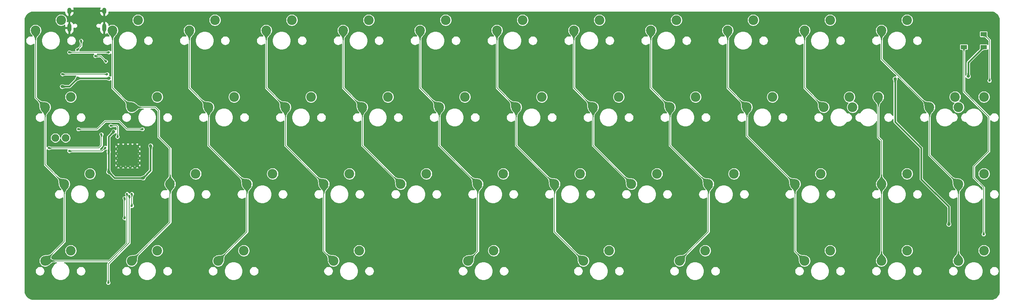
<source format=gbr>
%TF.GenerationSoftware,KiCad,Pcbnew,(5.1.11)-1*%
%TF.CreationDate,2022-08-16T19:25:20+07:00*%
%TF.ProjectId,Konpeko60,4b6f6e70-656b-46f3-9630-2e6b69636164,rev?*%
%TF.SameCoordinates,Original*%
%TF.FileFunction,Copper,L1,Top*%
%TF.FilePolarity,Positive*%
%FSLAX46Y46*%
G04 Gerber Fmt 4.6, Leading zero omitted, Abs format (unit mm)*
G04 Created by KiCad (PCBNEW (5.1.11)-1) date 2022-08-16 19:25:20*
%MOMM*%
%LPD*%
G01*
G04 APERTURE LIST*
%TA.AperFunction,ComponentPad*%
%ADD10C,1.905000*%
%TD*%
%TA.AperFunction,ComponentPad*%
%ADD11C,2.400000*%
%TD*%
%TA.AperFunction,ComponentPad*%
%ADD12O,1.000000X2.100000*%
%TD*%
%TA.AperFunction,ComponentPad*%
%ADD13O,1.000000X1.600000*%
%TD*%
%TA.AperFunction,SMDPad,CuDef*%
%ADD14R,1.500000X1.000000*%
%TD*%
%TA.AperFunction,SMDPad,CuDef*%
%ADD15R,5.150000X5.150000*%
%TD*%
%TA.AperFunction,ComponentPad*%
%ADD16C,0.500000*%
%TD*%
%TA.AperFunction,ViaPad*%
%ADD17C,0.800000*%
%TD*%
%TA.AperFunction,ViaPad*%
%ADD18C,0.600000*%
%TD*%
%TA.AperFunction,Conductor*%
%ADD19C,0.400000*%
%TD*%
%TA.AperFunction,Conductor*%
%ADD20C,0.200000*%
%TD*%
%TA.AperFunction,Conductor*%
%ADD21C,0.254000*%
%TD*%
%TA.AperFunction,Conductor*%
%ADD22C,0.100000*%
%TD*%
%TA.AperFunction,Conductor*%
%ADD23C,0.025400*%
%TD*%
G04 APERTURE END LIST*
D10*
%TO.P,D16,2*%
%TO.N,+5V*%
X53657500Y-70564375D03*
%TO.P,D16,1*%
%TO.N,Net-(D16-Pad1)*%
X51117500Y-70564375D03*
%TD*%
D11*
%TO.P,MX32,2*%
%TO.N,C10*%
X254952500Y-60404375D03*
%TO.P,MX32,1*%
%TO.N,Net-(D42-Pad2)*%
X248602500Y-62944375D03*
%TD*%
D12*
%TO.P,USB1,13*%
%TO.N,GND*%
X54576250Y-43260750D03*
X63216250Y-43260750D03*
D13*
X54576250Y-39080750D03*
X63216250Y-39080750D03*
%TD*%
%TO.P,RGB14,3*%
%TO.N,GND*%
%TA.AperFunction,SMDPad,CuDef*%
G36*
G01*
X276906250Y-44584375D02*
X276906250Y-45084375D01*
G75*
G02*
X276656250Y-45334375I-250000J0D01*
G01*
X275656250Y-45334375D01*
G75*
G02*
X275406250Y-45084375I0J250000D01*
G01*
X275406250Y-44584375D01*
G75*
G02*
X275656250Y-44334375I250000J0D01*
G01*
X276656250Y-44334375D01*
G75*
G02*
X276906250Y-44584375I0J-250000D01*
G01*
G37*
%TD.AperFunction*%
D14*
%TO.P,RGB14,4*%
%TO.N,Net-(RGB14-Pad4)*%
X276156250Y-48034375D03*
%TO.P,RGB14,2*%
%TO.N,Net-(RGB12-Pad4)*%
X281056250Y-44834375D03*
%TO.P,RGB14,1*%
%TO.N,+5V*%
X281056250Y-48034375D03*
%TD*%
D11*
%TO.P,MX36,2*%
%TO.N,C11*%
X281146250Y-60404375D03*
%TO.P,MX36,1*%
%TO.N,Net-(D46-Pad2)*%
X274796250Y-62944375D03*
%TD*%
%TO.P,MX28,2*%
%TO.N,Net-(D32-Pad2)*%
X212090000Y-98504375D03*
%TO.P,MX28,1*%
%TO.N,C8*%
X205740000Y-101044375D03*
%TD*%
%TO.P,MX24,2*%
%TO.N,Net-(D28-Pad2)*%
X188277500Y-98504375D03*
%TO.P,MX24,1*%
%TO.N,C6*%
X181927500Y-101044375D03*
%TD*%
%TO.P,MX20,2*%
%TO.N,Net-(D24-Pad2)*%
X159702500Y-98504375D03*
%TO.P,MX20,1*%
%TO.N,C5*%
X153352500Y-101044375D03*
%TD*%
%TO.P,MX16,2*%
%TO.N,Net-(D20-Pad2)*%
X126365000Y-98504375D03*
%TO.P,MX16,1*%
%TO.N,C3*%
X120015000Y-101044375D03*
%TD*%
%TO.P,MX12,2*%
%TO.N,Net-(D12-Pad2)*%
X97790000Y-98504375D03*
%TO.P,MX12,1*%
%TO.N,C2*%
X91440000Y-101044375D03*
%TD*%
%TO.P,MX4,2*%
%TO.N,Net-(D4-Pad2)*%
X54927500Y-98504375D03*
%TO.P,MX4,1*%
%TO.N,C0*%
X48577500Y-101044375D03*
%TD*%
%TO.P,MX39,2*%
%TO.N,Net-(D39-Pad2)*%
X240665000Y-79454375D03*
%TO.P,MX39,1*%
%TO.N,C9*%
X234315000Y-81994375D03*
%TD*%
%TO.P,MX3,2*%
%TO.N,Net-(D3-Pad2)*%
X59690000Y-79454375D03*
%TO.P,MX3,1*%
%TO.N,C0*%
X53340000Y-81994375D03*
%TD*%
%TO.P,MX46,2*%
%TO.N,Net-(D46-Pad2)*%
X274002500Y-60404375D03*
%TO.P,MX46,1*%
%TO.N,C11*%
X267652500Y-62944375D03*
%TD*%
%TO.P,MX2,2*%
%TO.N,Net-(D2-Pad2)*%
X54927500Y-60404375D03*
%TO.P,MX2,1*%
%TO.N,C0*%
X48577500Y-62944375D03*
%TD*%
%TO.P,MX48,2*%
%TO.N,Net-(D48-Pad2)*%
X281146250Y-98504375D03*
%TO.P,MX48,1*%
%TO.N,C11*%
X274796250Y-101044375D03*
%TD*%
%TO.P,MX47,2*%
%TO.N,Net-(D47-Pad2)*%
X281146250Y-79454375D03*
%TO.P,MX47,1*%
%TO.N,C11*%
X274796250Y-81994375D03*
%TD*%
%TO.P,MX45,2*%
%TO.N,Net-(D45-Pad2)*%
X262096250Y-41354375D03*
%TO.P,MX45,1*%
%TO.N,C11*%
X255746250Y-43894375D03*
%TD*%
%TO.P,MX44,2*%
%TO.N,Net-(D44-Pad2)*%
X262096250Y-98504375D03*
%TO.P,MX44,1*%
%TO.N,C10*%
X255746250Y-101044375D03*
%TD*%
%TO.P,MX43,2*%
%TO.N,Net-(D43-Pad2)*%
X262096250Y-79454375D03*
%TO.P,MX43,1*%
%TO.N,C10*%
X255746250Y-81994375D03*
%TD*%
%TO.P,MX42,2*%
%TO.N,Net-(D42-Pad2)*%
X247808750Y-60404375D03*
%TO.P,MX42,1*%
%TO.N,C10*%
X241458750Y-62944375D03*
%TD*%
%TO.P,MX41,2*%
%TO.N,Net-(D41-Pad2)*%
X243046250Y-41354375D03*
%TO.P,MX41,1*%
%TO.N,C10*%
X236696250Y-43894375D03*
%TD*%
%TO.P,MX40,2*%
%TO.N,Net-(D40-Pad2)*%
X243046250Y-98504375D03*
%TO.P,MX40,1*%
%TO.N,C9*%
X236696250Y-101044375D03*
%TD*%
%TO.P,MX38,2*%
%TO.N,Net-(D38-Pad2)*%
X228758750Y-60404375D03*
%TO.P,MX38,1*%
%TO.N,C9*%
X222408750Y-62944375D03*
%TD*%
%TO.P,MX37,2*%
%TO.N,Net-(D37-Pad2)*%
X223996250Y-41354375D03*
%TO.P,MX37,1*%
%TO.N,C9*%
X217646250Y-43894375D03*
%TD*%
%TO.P,MX35,2*%
%TO.N,Net-(D35-Pad2)*%
X219233750Y-79454375D03*
%TO.P,MX35,1*%
%TO.N,C8*%
X212883750Y-81994375D03*
%TD*%
%TO.P,MX34,2*%
%TO.N,Net-(D34-Pad2)*%
X209708750Y-60404375D03*
%TO.P,MX34,1*%
%TO.N,C8*%
X203358750Y-62944375D03*
%TD*%
%TO.P,MX33,2*%
%TO.N,Net-(D33-Pad2)*%
X204946250Y-41354375D03*
%TO.P,MX33,1*%
%TO.N,C8*%
X198596250Y-43894375D03*
%TD*%
%TO.P,MX31,2*%
%TO.N,Net-(D31-Pad2)*%
X200183750Y-79454375D03*
%TO.P,MX31,1*%
%TO.N,C7*%
X193833750Y-81994375D03*
%TD*%
%TO.P,MX30,2*%
%TO.N,Net-(D30-Pad2)*%
X190658750Y-60404375D03*
%TO.P,MX30,1*%
%TO.N,C7*%
X184308750Y-62944375D03*
%TD*%
%TO.P,MX29,2*%
%TO.N,Net-(D29-Pad2)*%
X185896250Y-41354375D03*
%TO.P,MX29,1*%
%TO.N,C7*%
X179546250Y-43894375D03*
%TD*%
%TO.P,MX27,2*%
%TO.N,Net-(D27-Pad2)*%
X181133750Y-79454375D03*
%TO.P,MX27,1*%
%TO.N,C6*%
X174783750Y-81994375D03*
%TD*%
%TO.P,MX26,2*%
%TO.N,Net-(D26-Pad2)*%
X171608750Y-60404375D03*
%TO.P,MX26,1*%
%TO.N,C6*%
X165258750Y-62944375D03*
%TD*%
%TO.P,MX25,2*%
%TO.N,Net-(D25-Pad2)*%
X166846250Y-41354375D03*
%TO.P,MX25,1*%
%TO.N,C6*%
X160496250Y-43894375D03*
%TD*%
%TO.P,MX23,2*%
%TO.N,Net-(D23-Pad2)*%
X162083750Y-79454375D03*
%TO.P,MX23,1*%
%TO.N,C5*%
X155733750Y-81994375D03*
%TD*%
%TO.P,MX22,2*%
%TO.N,Net-(D22-Pad2)*%
X152558750Y-60404375D03*
%TO.P,MX22,1*%
%TO.N,C5*%
X146208750Y-62944375D03*
%TD*%
%TO.P,MX21,2*%
%TO.N,Net-(D21-Pad2)*%
X147796250Y-41354375D03*
%TO.P,MX21,1*%
%TO.N,C5*%
X141446250Y-43894375D03*
%TD*%
%TO.P,MX19,2*%
%TO.N,Net-(D19-Pad2)*%
X143033750Y-79454375D03*
%TO.P,MX19,1*%
%TO.N,C4*%
X136683750Y-81994375D03*
%TD*%
%TO.P,MX18,2*%
%TO.N,Net-(D18-Pad2)*%
X133508750Y-60404375D03*
%TO.P,MX18,1*%
%TO.N,C4*%
X127158750Y-62944375D03*
%TD*%
%TO.P,MX17,2*%
%TO.N,Net-(D17-Pad2)*%
X128746250Y-41354375D03*
%TO.P,MX17,1*%
%TO.N,C4*%
X122396250Y-43894375D03*
%TD*%
%TO.P,MX15,2*%
%TO.N,Net-(D15-Pad2)*%
X123983750Y-79454375D03*
%TO.P,MX15,1*%
%TO.N,C3*%
X117633750Y-81994375D03*
%TD*%
%TO.P,MX14,2*%
%TO.N,Net-(D14-Pad2)*%
X114458750Y-60404375D03*
%TO.P,MX14,1*%
%TO.N,C3*%
X108108750Y-62944375D03*
%TD*%
%TO.P,MX13,2*%
%TO.N,Net-(D13-Pad2)*%
X109696250Y-41354375D03*
%TO.P,MX13,1*%
%TO.N,C3*%
X103346250Y-43894375D03*
%TD*%
%TO.P,MX11,2*%
%TO.N,Net-(D11-Pad2)*%
X104933750Y-79454375D03*
%TO.P,MX11,1*%
%TO.N,C2*%
X98583750Y-81994375D03*
%TD*%
%TO.P,MX10,2*%
%TO.N,Net-(D10-Pad2)*%
X95408750Y-60404375D03*
%TO.P,MX10,1*%
%TO.N,C2*%
X89058750Y-62944375D03*
%TD*%
%TO.P,MX9,2*%
%TO.N,Net-(D9-Pad2)*%
X90646250Y-41354375D03*
%TO.P,MX9,1*%
%TO.N,C2*%
X84296250Y-43894375D03*
%TD*%
%TO.P,MX8,2*%
%TO.N,Net-(D8-Pad2)*%
X76358750Y-98504375D03*
%TO.P,MX8,1*%
%TO.N,C1*%
X70008750Y-101044375D03*
%TD*%
%TO.P,MX7,2*%
%TO.N,Net-(D7-Pad2)*%
X85883750Y-79454375D03*
%TO.P,MX7,1*%
%TO.N,C1*%
X79533750Y-81994375D03*
%TD*%
%TO.P,MX6,2*%
%TO.N,Net-(D6-Pad2)*%
X76358750Y-60404375D03*
%TO.P,MX6,1*%
%TO.N,C1*%
X70008750Y-62944375D03*
%TD*%
%TO.P,MX5,2*%
%TO.N,Net-(D5-Pad2)*%
X71596250Y-41354375D03*
%TO.P,MX5,1*%
%TO.N,C1*%
X65246250Y-43894375D03*
%TD*%
%TO.P,MX1,2*%
%TO.N,Net-(D1-Pad2)*%
X52546250Y-41354375D03*
%TO.P,MX1,1*%
%TO.N,C0*%
X46196250Y-43894375D03*
%TD*%
D15*
%TO.P,U1,45*%
%TO.N,GND*%
X69056250Y-75009375D03*
D16*
X71381250Y-72684375D03*
X70218750Y-72684375D03*
X69056250Y-72684375D03*
X67893750Y-72684375D03*
X66731250Y-72684375D03*
X71381250Y-73846875D03*
X70218750Y-73846875D03*
X69056250Y-73846875D03*
X67893750Y-73846875D03*
X66731250Y-73846875D03*
X71381250Y-75009375D03*
X70218750Y-75009375D03*
X69056250Y-75009375D03*
X67893750Y-75009375D03*
X66731250Y-75009375D03*
X71381250Y-76171875D03*
X70218750Y-76171875D03*
X69056250Y-76171875D03*
X67893750Y-76171875D03*
X66731250Y-76171875D03*
X71381250Y-77334375D03*
X70218750Y-77334375D03*
X69056250Y-77334375D03*
X67893750Y-77334375D03*
X66731250Y-77334375D03*
%TD*%
D17*
%TO.N,GND*%
X76256250Y-72534375D03*
X59940825Y-47402750D03*
%TO.N,+5V*%
X74706250Y-72534375D03*
X72856250Y-80484375D03*
X64306250Y-79009375D03*
X65556250Y-69009375D03*
D18*
X64306250Y-74009375D03*
D17*
X52823958Y-57816750D03*
X277247625Y-55276750D03*
X272438917Y-91979750D03*
X259127625Y-55911750D03*
X64436625Y-55784750D03*
X56626125Y-55784750D03*
D18*
%TO.N,Net-(RGB1-Pad4)*%
X52865623Y-54768752D03*
X63928623Y-54768752D03*
%TO.N,Net-(RGB12-Pad4)*%
X282515625Y-56368750D03*
%TO.N,Net-(RGB14-Pad4)*%
X281056250Y-94468750D03*
%TO.N,Net-(R4-Pad2)*%
X66506985Y-70308640D03*
X64806250Y-67509375D03*
X49515625Y-73068750D03*
X62515625Y-69668750D03*
%TO.N,R0*%
X54556250Y-49334375D03*
X64356250Y-49334375D03*
%TO.N,R1*%
X56806250Y-68384375D03*
X72681250Y-68384375D03*
%TO.N,R2*%
X70050000Y-84450000D03*
X70050000Y-87434375D03*
%TO.N,R3*%
X69450000Y-84985173D03*
X64215625Y-106484375D03*
%TO.N,C0*%
X68850000Y-84433996D03*
%TO.N,RGB*%
X68250000Y-90455750D03*
X68250000Y-85502750D03*
%TO.N,Net-(R6-Pad2)*%
X56537225Y-48723550D03*
X57502425Y-46488350D03*
%TO.N,Net-(R7-Pad2)*%
X61007625Y-50247550D03*
X63623325Y-51594250D03*
%TO.N,IDCT*%
X54565625Y-73818750D03*
X63475000Y-73009375D03*
%TD*%
D19*
%TO.N,+5V*%
X74706250Y-78634375D02*
X72856250Y-80484375D01*
X74706250Y-72534375D02*
X74706250Y-78634375D01*
X65781250Y-80484375D02*
X72856250Y-80484375D01*
X64306250Y-79009375D02*
X65781250Y-80484375D01*
X64306250Y-70259375D02*
X65556250Y-69009375D01*
X64306250Y-74009375D02*
X64306250Y-70259375D01*
X64306250Y-79009375D02*
X64306250Y-74009375D01*
X277247625Y-51843000D02*
X281056250Y-48034375D01*
X277247625Y-55276750D02*
X277247625Y-51843000D01*
X272438917Y-91979750D02*
X272438917Y-87638042D01*
X272438917Y-87638042D02*
X265604625Y-80803750D01*
X265604625Y-80803750D02*
X265604625Y-73056750D01*
X259127625Y-66579750D02*
X259127625Y-55911750D01*
X265604625Y-73056750D02*
X259127625Y-66579750D01*
X64436625Y-55784750D02*
X56626125Y-55784750D01*
X54594125Y-57816750D02*
X52823958Y-57816750D01*
X56626125Y-55784750D02*
X54594125Y-57816750D01*
D20*
%TO.N,Net-(RGB1-Pad4)*%
X52865623Y-54768752D02*
X63928623Y-54768752D01*
X63928623Y-54768752D02*
X63928623Y-54768752D01*
%TO.N,Net-(RGB12-Pad4)*%
X282515625Y-46293750D02*
X281056250Y-44834375D01*
X282515625Y-56368750D02*
X282515625Y-46293750D01*
%TO.N,Net-(RGB14-Pad4)*%
X276156250Y-48034375D02*
X276156250Y-59106250D01*
X276156250Y-59106250D02*
X282350000Y-65300000D01*
X282350000Y-65300000D02*
X282350000Y-73900000D01*
X282350000Y-73900000D02*
X278650000Y-77600000D01*
X278650000Y-77600000D02*
X278650000Y-80400000D01*
X281056250Y-82806250D02*
X281056250Y-94468750D01*
X278650000Y-80400000D02*
X281056250Y-82806250D01*
%TO.N,Net-(R4-Pad2)*%
X66506985Y-70308640D02*
X66506985Y-67710110D01*
X66306250Y-67509375D02*
X64806250Y-67509375D01*
X66506985Y-67710110D02*
X66306250Y-67509375D01*
X49515625Y-73068750D02*
X61915625Y-73068750D01*
X62515625Y-72468750D02*
X62515625Y-69668750D01*
X61915625Y-73068750D02*
X62515625Y-72468750D01*
%TO.N,R0*%
X54556250Y-49334375D02*
X64356250Y-49334375D01*
%TO.N,R1*%
X68831250Y-68384375D02*
X72681250Y-68384375D01*
X66856250Y-66409375D02*
X68831250Y-68384375D01*
X63456250Y-66409375D02*
X66856250Y-66409375D01*
X61481250Y-68384375D02*
X63456250Y-66409375D01*
X56806250Y-68384375D02*
X61481250Y-68384375D01*
%TO.N,R2*%
X70050000Y-84450000D02*
X70050000Y-87434375D01*
%TO.N,R3*%
X64215625Y-101834375D02*
X64215625Y-106484375D01*
X69450000Y-96600000D02*
X64215625Y-101834375D01*
X69450000Y-84985173D02*
X69450000Y-96600000D01*
%TO.N,C0*%
X46196250Y-60563125D02*
X48577500Y-62944375D01*
X46196250Y-43894375D02*
X46196250Y-60563125D01*
X48577500Y-77231875D02*
X53340000Y-81994375D01*
X48577500Y-62944375D02*
X48577500Y-77231875D01*
X53340000Y-96281875D02*
X48577500Y-101044375D01*
X53340000Y-81994375D02*
X53340000Y-96281875D01*
X68850000Y-96634302D02*
X68850000Y-84433996D01*
X64439927Y-101044375D02*
X68850000Y-96634302D01*
X48577500Y-101044375D02*
X64439927Y-101044375D01*
%TO.N,C1*%
X65246250Y-58181875D02*
X70008750Y-62944375D01*
X65246250Y-43894375D02*
X65246250Y-58181875D01*
X79533750Y-91519375D02*
X70008750Y-101044375D01*
X79533750Y-81994375D02*
X79533750Y-91519375D01*
X79533750Y-81994375D02*
X79533750Y-73161875D01*
X79533750Y-73161875D02*
X76706250Y-70334375D01*
X76706250Y-70334375D02*
X76706250Y-63834375D01*
X75816250Y-62944375D02*
X70008750Y-62944375D01*
X76706250Y-63834375D02*
X75816250Y-62944375D01*
%TO.N,C2*%
X84296250Y-58181875D02*
X89058750Y-62944375D01*
X84296250Y-43894375D02*
X84296250Y-58181875D01*
X89058750Y-72469375D02*
X98583750Y-81994375D01*
X89058750Y-62944375D02*
X89058750Y-72469375D01*
X98583750Y-93900625D02*
X91440000Y-101044375D01*
X98583750Y-81994375D02*
X98583750Y-93900625D01*
%TO.N,C3*%
X103346250Y-58181875D02*
X108108750Y-62944375D01*
X103346250Y-43894375D02*
X103346250Y-58181875D01*
X108108750Y-72469375D02*
X117633750Y-81994375D01*
X108108750Y-62944375D02*
X108108750Y-72469375D01*
X117633750Y-98663125D02*
X120015000Y-101044375D01*
X117633750Y-81994375D02*
X117633750Y-98663125D01*
%TO.N,C4*%
X122396250Y-58181875D02*
X127158750Y-62944375D01*
X122396250Y-43894375D02*
X122396250Y-58181875D01*
X127158750Y-72469375D02*
X136683750Y-81994375D01*
X127158750Y-62944375D02*
X127158750Y-72469375D01*
%TO.N,C5*%
X141446250Y-58181875D02*
X146208750Y-62944375D01*
X141446250Y-43894375D02*
X141446250Y-58181875D01*
X146208750Y-72469375D02*
X155733750Y-81994375D01*
X146208750Y-62944375D02*
X146208750Y-72469375D01*
X155733750Y-98663125D02*
X153352500Y-101044375D01*
X155733750Y-81994375D02*
X155733750Y-98663125D01*
%TO.N,C6*%
X160496250Y-58181875D02*
X165258750Y-62944375D01*
X160496250Y-43894375D02*
X160496250Y-58181875D01*
X165258750Y-72469375D02*
X174783750Y-81994375D01*
X165258750Y-62944375D02*
X165258750Y-72469375D01*
X174783750Y-93900625D02*
X181927500Y-101044375D01*
X174783750Y-81994375D02*
X174783750Y-93900625D01*
%TO.N,C8*%
X198596250Y-58181875D02*
X203358750Y-62944375D01*
X198596250Y-43894375D02*
X198596250Y-58181875D01*
X203358750Y-72469375D02*
X212883750Y-81994375D01*
X203358750Y-62944375D02*
X203358750Y-72469375D01*
X212883750Y-93900625D02*
X205740000Y-101044375D01*
X212883750Y-81994375D02*
X212883750Y-93900625D01*
%TO.N,C7*%
X179546250Y-58181875D02*
X184308750Y-62944375D01*
X179546250Y-43894375D02*
X179546250Y-58181875D01*
X184308750Y-72469375D02*
X193833750Y-81994375D01*
X184308750Y-62944375D02*
X184308750Y-72469375D01*
%TO.N,C10*%
X236696250Y-58181875D02*
X241458750Y-62944375D01*
X236696250Y-43894375D02*
X236696250Y-58181875D01*
X254952500Y-60404375D02*
X254952500Y-70405625D01*
X255746250Y-71199375D02*
X255746250Y-81994375D01*
X254952500Y-70405625D02*
X255746250Y-71199375D01*
X255746250Y-81994375D02*
X255746250Y-101044375D01*
%TO.N,C11*%
X255746250Y-51038125D02*
X267652500Y-62944375D01*
X255746250Y-43894375D02*
X255746250Y-51038125D01*
X267652500Y-74850625D02*
X274796250Y-81994375D01*
X267652500Y-62944375D02*
X267652500Y-74850625D01*
X274796250Y-81994375D02*
X274796250Y-101044375D01*
%TO.N,C9*%
X217646250Y-58181875D02*
X222408750Y-62944375D01*
X217646250Y-43894375D02*
X217646250Y-58181875D01*
X222408750Y-70088125D02*
X234315000Y-81994375D01*
X222408750Y-62944375D02*
X222408750Y-70088125D01*
X234315000Y-98663125D02*
X236696250Y-101044375D01*
X234315000Y-81994375D02*
X234315000Y-98663125D01*
%TO.N,RGB*%
X68250000Y-90455750D02*
X68250000Y-85502750D01*
%TO.N,Net-(R6-Pad2)*%
X57502425Y-47758350D02*
X57502425Y-46488350D01*
X56537225Y-48723550D02*
X57502425Y-47758350D01*
%TO.N,Net-(R7-Pad2)*%
X63623325Y-51594250D02*
X63623325Y-51594250D01*
X62276625Y-50247550D02*
X63623325Y-51594250D01*
X61007625Y-50247550D02*
X62276625Y-50247550D01*
%TO.N,IDCT*%
X62665625Y-73818750D02*
X63475000Y-73009375D01*
X54565625Y-73818750D02*
X62665625Y-73818750D01*
%TD*%
D21*
%TO.N,GND*%
X62127835Y-38434763D02*
X62081250Y-38653750D01*
X62081250Y-38953750D01*
X63089250Y-38953750D01*
X63089250Y-38933750D01*
X63343250Y-38933750D01*
X63343250Y-38953750D01*
X63363250Y-38953750D01*
X63363250Y-39207750D01*
X63343250Y-39207750D01*
X63343250Y-40348704D01*
X63518124Y-40474869D01*
X63741226Y-40395026D01*
X63929014Y-40273119D01*
X64089411Y-40116919D01*
X64216253Y-39932428D01*
X64304665Y-39726737D01*
X64351250Y-39507750D01*
X64351250Y-39309009D01*
X64353968Y-39309276D01*
X64375272Y-39311374D01*
X282835353Y-39311374D01*
X283258499Y-39352865D01*
X283645427Y-39469687D01*
X284002299Y-39659442D01*
X284315515Y-39914896D01*
X284573148Y-40226322D01*
X284765387Y-40581862D01*
X284884904Y-40967966D01*
X284929249Y-41389898D01*
X284929251Y-108463477D01*
X284887758Y-108886628D01*
X284770934Y-109273556D01*
X284581178Y-109630428D01*
X284325721Y-109943644D01*
X284014290Y-110201278D01*
X283658750Y-110393514D01*
X283272639Y-110513032D01*
X282850709Y-110557375D01*
X45677136Y-110557375D01*
X45253999Y-110515885D01*
X44867071Y-110399063D01*
X44510199Y-110209308D01*
X44196983Y-109953854D01*
X43939350Y-109642427D01*
X43747111Y-109286885D01*
X43627595Y-108900783D01*
X43583250Y-108478851D01*
X43583250Y-103465988D01*
X46105500Y-103465988D01*
X46105500Y-103702762D01*
X46151692Y-103934985D01*
X46242301Y-104153736D01*
X46373846Y-104350605D01*
X46541270Y-104518029D01*
X46738139Y-104649574D01*
X46956890Y-104740183D01*
X47189113Y-104786375D01*
X47425887Y-104786375D01*
X47658110Y-104740183D01*
X47876861Y-104649574D01*
X48073730Y-104518029D01*
X48241154Y-104350605D01*
X48372699Y-104153736D01*
X48463308Y-103934985D01*
X48509500Y-103702762D01*
X48509500Y-103465988D01*
X48463308Y-103233765D01*
X48372699Y-103015014D01*
X48241154Y-102818145D01*
X48073730Y-102650721D01*
X47876861Y-102519176D01*
X47658110Y-102428567D01*
X47425887Y-102382375D01*
X47189113Y-102382375D01*
X46956890Y-102428567D01*
X46738139Y-102519176D01*
X46541270Y-102650721D01*
X46373846Y-102818145D01*
X46242301Y-103015014D01*
X46151692Y-103233765D01*
X46105500Y-103465988D01*
X43583250Y-103465988D01*
X43583250Y-46315988D01*
X43724250Y-46315988D01*
X43724250Y-46552762D01*
X43770442Y-46784985D01*
X43861051Y-47003736D01*
X43992596Y-47200605D01*
X44160020Y-47368029D01*
X44356889Y-47499574D01*
X44575640Y-47590183D01*
X44807863Y-47636375D01*
X45044637Y-47636375D01*
X45276860Y-47590183D01*
X45495611Y-47499574D01*
X45692480Y-47368029D01*
X45769250Y-47291259D01*
X45769251Y-60542148D01*
X45767185Y-60563125D01*
X45775429Y-60646831D01*
X45799846Y-60727321D01*
X45839495Y-60801501D01*
X45879482Y-60850225D01*
X45879487Y-60850230D01*
X45892856Y-60866520D01*
X45909146Y-60879889D01*
X46578948Y-61549691D01*
X46747935Y-61739246D01*
X46851917Y-61894924D01*
X46913871Y-62031591D01*
X46949444Y-62164233D01*
X46968565Y-62309207D01*
X46978162Y-62477732D01*
X46986793Y-62667818D01*
X46987755Y-62682106D01*
X47006237Y-62888814D01*
X47009838Y-62916092D01*
X47049525Y-63142748D01*
X47057333Y-63176623D01*
X47088059Y-63283597D01*
X47109181Y-63389785D01*
X47224290Y-63667681D01*
X47284443Y-63757706D01*
X47338355Y-63855069D01*
X47356786Y-63884541D01*
X47488992Y-64072875D01*
X47505735Y-64094711D01*
X47638831Y-64253945D01*
X47648255Y-64264731D01*
X47736011Y-64360834D01*
X47658110Y-64328567D01*
X47425887Y-64282375D01*
X47189113Y-64282375D01*
X46956890Y-64328567D01*
X46738139Y-64419176D01*
X46541270Y-64550721D01*
X46373846Y-64718145D01*
X46242301Y-64915014D01*
X46151692Y-65133765D01*
X46105500Y-65365988D01*
X46105500Y-65602762D01*
X46151692Y-65834985D01*
X46242301Y-66053736D01*
X46373846Y-66250605D01*
X46541270Y-66418029D01*
X46738139Y-66549574D01*
X46956890Y-66640183D01*
X47189113Y-66686375D01*
X47425887Y-66686375D01*
X47658110Y-66640183D01*
X47876861Y-66549574D01*
X48073730Y-66418029D01*
X48150500Y-66341259D01*
X48150501Y-77210898D01*
X48148435Y-77231875D01*
X48156679Y-77315581D01*
X48181096Y-77396071D01*
X48220745Y-77470251D01*
X48260732Y-77518975D01*
X48260737Y-77518980D01*
X48274106Y-77535270D01*
X48290396Y-77548639D01*
X51341451Y-80599695D01*
X51510435Y-80789246D01*
X51614417Y-80944924D01*
X51676371Y-81081591D01*
X51711944Y-81214233D01*
X51731065Y-81359207D01*
X51740662Y-81527732D01*
X51749293Y-81717818D01*
X51750255Y-81732106D01*
X51768737Y-81938814D01*
X51772338Y-81966092D01*
X51812025Y-82192748D01*
X51819833Y-82226623D01*
X51850559Y-82333597D01*
X51871681Y-82439785D01*
X51986790Y-82717681D01*
X52046943Y-82807706D01*
X52100855Y-82905069D01*
X52119286Y-82934541D01*
X52251492Y-83122875D01*
X52268235Y-83144711D01*
X52401331Y-83303945D01*
X52410755Y-83314731D01*
X52498511Y-83410834D01*
X52420610Y-83378567D01*
X52188387Y-83332375D01*
X51951613Y-83332375D01*
X51719390Y-83378567D01*
X51500639Y-83469176D01*
X51303770Y-83600721D01*
X51136346Y-83768145D01*
X51004801Y-83965014D01*
X50914192Y-84183765D01*
X50868000Y-84415988D01*
X50868000Y-84652762D01*
X50914192Y-84884985D01*
X51004801Y-85103736D01*
X51136346Y-85300605D01*
X51303770Y-85468029D01*
X51500639Y-85599574D01*
X51719390Y-85690183D01*
X51951613Y-85736375D01*
X52188387Y-85736375D01*
X52420610Y-85690183D01*
X52639361Y-85599574D01*
X52836230Y-85468029D01*
X52913000Y-85391259D01*
X52913001Y-96105005D01*
X49972184Y-99045822D01*
X49782627Y-99214810D01*
X49626950Y-99318792D01*
X49490283Y-99380746D01*
X49357641Y-99416319D01*
X49212667Y-99435440D01*
X49044142Y-99445037D01*
X48854056Y-99453668D01*
X48839768Y-99454630D01*
X48633060Y-99473112D01*
X48605782Y-99476713D01*
X48379126Y-99516400D01*
X48345250Y-99524208D01*
X48238273Y-99554935D01*
X48132090Y-99576056D01*
X47854194Y-99691165D01*
X47604094Y-99858276D01*
X47391401Y-100070969D01*
X47224290Y-100321069D01*
X47109181Y-100598965D01*
X47050500Y-100893979D01*
X47050500Y-101194771D01*
X47109181Y-101489785D01*
X47224290Y-101767681D01*
X47391401Y-102017781D01*
X47604094Y-102230474D01*
X47854194Y-102397585D01*
X48132090Y-102512694D01*
X48427104Y-102571375D01*
X48727896Y-102571375D01*
X49022910Y-102512694D01*
X49300806Y-102397585D01*
X49390832Y-102337432D01*
X49488195Y-102283519D01*
X49517666Y-102265088D01*
X49706000Y-102132882D01*
X49727836Y-102116139D01*
X49887070Y-101983043D01*
X49897856Y-101973619D01*
X50038383Y-101845298D01*
X50164325Y-101732927D01*
X50280352Y-101643940D01*
X50399300Y-101575300D01*
X50539738Y-101522474D01*
X50723357Y-101485917D01*
X50976866Y-101471375D01*
X51423929Y-101471375D01*
X51288142Y-101527620D01*
X50908012Y-101781614D01*
X50584739Y-102104887D01*
X50330745Y-102485017D01*
X50155791Y-102907393D01*
X50066600Y-103355786D01*
X50066600Y-103812964D01*
X50155791Y-104261357D01*
X50330745Y-104683733D01*
X50584739Y-105063863D01*
X50908012Y-105387136D01*
X51288142Y-105641130D01*
X51710518Y-105816084D01*
X52158911Y-105905275D01*
X52616089Y-105905275D01*
X53064482Y-105816084D01*
X53486858Y-105641130D01*
X53866988Y-105387136D01*
X54190261Y-105063863D01*
X54444255Y-104683733D01*
X54619209Y-104261357D01*
X54708400Y-103812964D01*
X54708400Y-103465988D01*
X56265500Y-103465988D01*
X56265500Y-103702762D01*
X56311692Y-103934985D01*
X56402301Y-104153736D01*
X56533846Y-104350605D01*
X56701270Y-104518029D01*
X56898139Y-104649574D01*
X57116890Y-104740183D01*
X57349113Y-104786375D01*
X57585887Y-104786375D01*
X57818110Y-104740183D01*
X58036861Y-104649574D01*
X58233730Y-104518029D01*
X58401154Y-104350605D01*
X58532699Y-104153736D01*
X58623308Y-103934985D01*
X58669500Y-103702762D01*
X58669500Y-103465988D01*
X58623308Y-103233765D01*
X58532699Y-103015014D01*
X58401154Y-102818145D01*
X58233730Y-102650721D01*
X58036861Y-102519176D01*
X57818110Y-102428567D01*
X57585887Y-102382375D01*
X57349113Y-102382375D01*
X57116890Y-102428567D01*
X56898139Y-102519176D01*
X56701270Y-102650721D01*
X56533846Y-102818145D01*
X56402301Y-103015014D01*
X56311692Y-103233765D01*
X56265500Y-103465988D01*
X54708400Y-103465988D01*
X54708400Y-103355786D01*
X54619209Y-102907393D01*
X54444255Y-102485017D01*
X54190261Y-102104887D01*
X53866988Y-101781614D01*
X53486858Y-101527620D01*
X53351071Y-101471375D01*
X63974757Y-101471375D01*
X63928525Y-101517607D01*
X63912230Y-101530980D01*
X63898858Y-101547274D01*
X63898857Y-101547275D01*
X63858870Y-101595999D01*
X63856915Y-101599657D01*
X63819220Y-101670180D01*
X63794803Y-101750669D01*
X63788625Y-101813398D01*
X63788625Y-101813408D01*
X63786560Y-101834375D01*
X63788625Y-101855342D01*
X63788626Y-105888746D01*
X63786973Y-105936873D01*
X63783822Y-105963604D01*
X63780617Y-105978106D01*
X63777609Y-105986977D01*
X63772611Y-105997894D01*
X63762053Y-106016903D01*
X63743590Y-106047143D01*
X63719652Y-106086039D01*
X63715133Y-106093609D01*
X63689422Y-106138026D01*
X63682046Y-106151488D01*
X63675433Y-106164259D01*
X63659985Y-106187379D01*
X63612720Y-106301486D01*
X63588625Y-106422621D01*
X63588625Y-106546129D01*
X63612720Y-106667264D01*
X63659985Y-106781371D01*
X63728602Y-106884064D01*
X63815936Y-106971398D01*
X63918629Y-107040015D01*
X64032736Y-107087280D01*
X64153871Y-107111375D01*
X64277379Y-107111375D01*
X64398514Y-107087280D01*
X64512621Y-107040015D01*
X64615314Y-106971398D01*
X64702648Y-106884064D01*
X64771265Y-106781371D01*
X64818530Y-106667264D01*
X64842625Y-106546129D01*
X64842625Y-106422621D01*
X64818530Y-106301486D01*
X64771265Y-106187379D01*
X64755816Y-106164258D01*
X64749201Y-106151483D01*
X64741827Y-106138026D01*
X64716116Y-106093609D01*
X64711597Y-106086039D01*
X64687659Y-106047143D01*
X64669196Y-106016903D01*
X64658638Y-105997894D01*
X64653640Y-105986977D01*
X64650632Y-105978106D01*
X64647427Y-105963604D01*
X64644277Y-105936885D01*
X64642625Y-105888751D01*
X64642625Y-103465988D01*
X67536750Y-103465988D01*
X67536750Y-103702762D01*
X67582942Y-103934985D01*
X67673551Y-104153736D01*
X67805096Y-104350605D01*
X67972520Y-104518029D01*
X68169389Y-104649574D01*
X68388140Y-104740183D01*
X68620363Y-104786375D01*
X68857137Y-104786375D01*
X69089360Y-104740183D01*
X69308111Y-104649574D01*
X69504980Y-104518029D01*
X69672404Y-104350605D01*
X69803949Y-104153736D01*
X69894558Y-103934985D01*
X69940750Y-103702762D01*
X69940750Y-103465988D01*
X69918830Y-103355786D01*
X71497850Y-103355786D01*
X71497850Y-103812964D01*
X71587041Y-104261357D01*
X71761995Y-104683733D01*
X72015989Y-105063863D01*
X72339262Y-105387136D01*
X72719392Y-105641130D01*
X73141768Y-105816084D01*
X73590161Y-105905275D01*
X74047339Y-105905275D01*
X74495732Y-105816084D01*
X74918108Y-105641130D01*
X75298238Y-105387136D01*
X75621511Y-105063863D01*
X75875505Y-104683733D01*
X76050459Y-104261357D01*
X76139650Y-103812964D01*
X76139650Y-103465988D01*
X77696750Y-103465988D01*
X77696750Y-103702762D01*
X77742942Y-103934985D01*
X77833551Y-104153736D01*
X77965096Y-104350605D01*
X78132520Y-104518029D01*
X78329389Y-104649574D01*
X78548140Y-104740183D01*
X78780363Y-104786375D01*
X79017137Y-104786375D01*
X79249360Y-104740183D01*
X79468111Y-104649574D01*
X79664980Y-104518029D01*
X79832404Y-104350605D01*
X79963949Y-104153736D01*
X80054558Y-103934985D01*
X80100750Y-103702762D01*
X80100750Y-103465988D01*
X88968000Y-103465988D01*
X88968000Y-103702762D01*
X89014192Y-103934985D01*
X89104801Y-104153736D01*
X89236346Y-104350605D01*
X89403770Y-104518029D01*
X89600639Y-104649574D01*
X89819390Y-104740183D01*
X90051613Y-104786375D01*
X90288387Y-104786375D01*
X90520610Y-104740183D01*
X90739361Y-104649574D01*
X90936230Y-104518029D01*
X91103654Y-104350605D01*
X91235199Y-104153736D01*
X91325808Y-103934985D01*
X91372000Y-103702762D01*
X91372000Y-103465988D01*
X91350080Y-103355786D01*
X92929100Y-103355786D01*
X92929100Y-103812964D01*
X93018291Y-104261357D01*
X93193245Y-104683733D01*
X93447239Y-105063863D01*
X93770512Y-105387136D01*
X94150642Y-105641130D01*
X94573018Y-105816084D01*
X95021411Y-105905275D01*
X95478589Y-105905275D01*
X95926982Y-105816084D01*
X96349358Y-105641130D01*
X96729488Y-105387136D01*
X97052761Y-105063863D01*
X97306755Y-104683733D01*
X97481709Y-104261357D01*
X97570900Y-103812964D01*
X97570900Y-103465988D01*
X99128000Y-103465988D01*
X99128000Y-103702762D01*
X99174192Y-103934985D01*
X99264801Y-104153736D01*
X99396346Y-104350605D01*
X99563770Y-104518029D01*
X99760639Y-104649574D01*
X99979390Y-104740183D01*
X100211613Y-104786375D01*
X100448387Y-104786375D01*
X100680610Y-104740183D01*
X100899361Y-104649574D01*
X101096230Y-104518029D01*
X101263654Y-104350605D01*
X101395199Y-104153736D01*
X101485808Y-103934985D01*
X101532000Y-103702762D01*
X101532000Y-103465988D01*
X117543000Y-103465988D01*
X117543000Y-103702762D01*
X117589192Y-103934985D01*
X117679801Y-104153736D01*
X117811346Y-104350605D01*
X117978770Y-104518029D01*
X118175639Y-104649574D01*
X118394390Y-104740183D01*
X118626613Y-104786375D01*
X118863387Y-104786375D01*
X119095610Y-104740183D01*
X119314361Y-104649574D01*
X119511230Y-104518029D01*
X119678654Y-104350605D01*
X119810199Y-104153736D01*
X119900808Y-103934985D01*
X119947000Y-103702762D01*
X119947000Y-103465988D01*
X119925080Y-103355786D01*
X121504100Y-103355786D01*
X121504100Y-103812964D01*
X121593291Y-104261357D01*
X121768245Y-104683733D01*
X122022239Y-105063863D01*
X122345512Y-105387136D01*
X122725642Y-105641130D01*
X123148018Y-105816084D01*
X123596411Y-105905275D01*
X124053589Y-105905275D01*
X124501982Y-105816084D01*
X124924358Y-105641130D01*
X125304488Y-105387136D01*
X125627761Y-105063863D01*
X125881755Y-104683733D01*
X126056709Y-104261357D01*
X126145900Y-103812964D01*
X126145900Y-103465988D01*
X127703000Y-103465988D01*
X127703000Y-103702762D01*
X127749192Y-103934985D01*
X127839801Y-104153736D01*
X127971346Y-104350605D01*
X128138770Y-104518029D01*
X128335639Y-104649574D01*
X128554390Y-104740183D01*
X128786613Y-104786375D01*
X129023387Y-104786375D01*
X129255610Y-104740183D01*
X129474361Y-104649574D01*
X129671230Y-104518029D01*
X129838654Y-104350605D01*
X129970199Y-104153736D01*
X130060808Y-103934985D01*
X130107000Y-103702762D01*
X130107000Y-103465988D01*
X150880500Y-103465988D01*
X150880500Y-103702762D01*
X150926692Y-103934985D01*
X151017301Y-104153736D01*
X151148846Y-104350605D01*
X151316270Y-104518029D01*
X151513139Y-104649574D01*
X151731890Y-104740183D01*
X151964113Y-104786375D01*
X152200887Y-104786375D01*
X152433110Y-104740183D01*
X152651861Y-104649574D01*
X152848730Y-104518029D01*
X153016154Y-104350605D01*
X153147699Y-104153736D01*
X153238308Y-103934985D01*
X153284500Y-103702762D01*
X153284500Y-103465988D01*
X153262580Y-103355786D01*
X154841600Y-103355786D01*
X154841600Y-103812964D01*
X154930791Y-104261357D01*
X155105745Y-104683733D01*
X155359739Y-105063863D01*
X155683012Y-105387136D01*
X156063142Y-105641130D01*
X156485518Y-105816084D01*
X156933911Y-105905275D01*
X157391089Y-105905275D01*
X157839482Y-105816084D01*
X158261858Y-105641130D01*
X158641988Y-105387136D01*
X158965261Y-105063863D01*
X159219255Y-104683733D01*
X159394209Y-104261357D01*
X159483400Y-103812964D01*
X159483400Y-103465988D01*
X161040500Y-103465988D01*
X161040500Y-103702762D01*
X161086692Y-103934985D01*
X161177301Y-104153736D01*
X161308846Y-104350605D01*
X161476270Y-104518029D01*
X161673139Y-104649574D01*
X161891890Y-104740183D01*
X162124113Y-104786375D01*
X162360887Y-104786375D01*
X162593110Y-104740183D01*
X162811861Y-104649574D01*
X163008730Y-104518029D01*
X163176154Y-104350605D01*
X163307699Y-104153736D01*
X163398308Y-103934985D01*
X163444500Y-103702762D01*
X163444500Y-103465988D01*
X179455500Y-103465988D01*
X179455500Y-103702762D01*
X179501692Y-103934985D01*
X179592301Y-104153736D01*
X179723846Y-104350605D01*
X179891270Y-104518029D01*
X180088139Y-104649574D01*
X180306890Y-104740183D01*
X180539113Y-104786375D01*
X180775887Y-104786375D01*
X181008110Y-104740183D01*
X181226861Y-104649574D01*
X181423730Y-104518029D01*
X181591154Y-104350605D01*
X181722699Y-104153736D01*
X181813308Y-103934985D01*
X181859500Y-103702762D01*
X181859500Y-103465988D01*
X181837580Y-103355786D01*
X183416600Y-103355786D01*
X183416600Y-103812964D01*
X183505791Y-104261357D01*
X183680745Y-104683733D01*
X183934739Y-105063863D01*
X184258012Y-105387136D01*
X184638142Y-105641130D01*
X185060518Y-105816084D01*
X185508911Y-105905275D01*
X185966089Y-105905275D01*
X186414482Y-105816084D01*
X186836858Y-105641130D01*
X187216988Y-105387136D01*
X187540261Y-105063863D01*
X187794255Y-104683733D01*
X187969209Y-104261357D01*
X188058400Y-103812964D01*
X188058400Y-103465988D01*
X189615500Y-103465988D01*
X189615500Y-103702762D01*
X189661692Y-103934985D01*
X189752301Y-104153736D01*
X189883846Y-104350605D01*
X190051270Y-104518029D01*
X190248139Y-104649574D01*
X190466890Y-104740183D01*
X190699113Y-104786375D01*
X190935887Y-104786375D01*
X191168110Y-104740183D01*
X191386861Y-104649574D01*
X191583730Y-104518029D01*
X191751154Y-104350605D01*
X191882699Y-104153736D01*
X191973308Y-103934985D01*
X192019500Y-103702762D01*
X192019500Y-103465988D01*
X203268000Y-103465988D01*
X203268000Y-103702762D01*
X203314192Y-103934985D01*
X203404801Y-104153736D01*
X203536346Y-104350605D01*
X203703770Y-104518029D01*
X203900639Y-104649574D01*
X204119390Y-104740183D01*
X204351613Y-104786375D01*
X204588387Y-104786375D01*
X204820610Y-104740183D01*
X205039361Y-104649574D01*
X205236230Y-104518029D01*
X205403654Y-104350605D01*
X205535199Y-104153736D01*
X205625808Y-103934985D01*
X205672000Y-103702762D01*
X205672000Y-103465988D01*
X205650080Y-103355786D01*
X207229100Y-103355786D01*
X207229100Y-103812964D01*
X207318291Y-104261357D01*
X207493245Y-104683733D01*
X207747239Y-105063863D01*
X208070512Y-105387136D01*
X208450642Y-105641130D01*
X208873018Y-105816084D01*
X209321411Y-105905275D01*
X209778589Y-105905275D01*
X210226982Y-105816084D01*
X210649358Y-105641130D01*
X211029488Y-105387136D01*
X211352761Y-105063863D01*
X211606755Y-104683733D01*
X211781709Y-104261357D01*
X211870900Y-103812964D01*
X211870900Y-103465988D01*
X213428000Y-103465988D01*
X213428000Y-103702762D01*
X213474192Y-103934985D01*
X213564801Y-104153736D01*
X213696346Y-104350605D01*
X213863770Y-104518029D01*
X214060639Y-104649574D01*
X214279390Y-104740183D01*
X214511613Y-104786375D01*
X214748387Y-104786375D01*
X214980610Y-104740183D01*
X215199361Y-104649574D01*
X215396230Y-104518029D01*
X215563654Y-104350605D01*
X215695199Y-104153736D01*
X215785808Y-103934985D01*
X215832000Y-103702762D01*
X215832000Y-103465988D01*
X234224250Y-103465988D01*
X234224250Y-103702762D01*
X234270442Y-103934985D01*
X234361051Y-104153736D01*
X234492596Y-104350605D01*
X234660020Y-104518029D01*
X234856889Y-104649574D01*
X235075640Y-104740183D01*
X235307863Y-104786375D01*
X235544637Y-104786375D01*
X235776860Y-104740183D01*
X235995611Y-104649574D01*
X236192480Y-104518029D01*
X236359904Y-104350605D01*
X236491449Y-104153736D01*
X236582058Y-103934985D01*
X236628250Y-103702762D01*
X236628250Y-103465988D01*
X236606330Y-103355786D01*
X238185350Y-103355786D01*
X238185350Y-103812964D01*
X238274541Y-104261357D01*
X238449495Y-104683733D01*
X238703489Y-105063863D01*
X239026762Y-105387136D01*
X239406892Y-105641130D01*
X239829268Y-105816084D01*
X240277661Y-105905275D01*
X240734839Y-105905275D01*
X241183232Y-105816084D01*
X241605608Y-105641130D01*
X241985738Y-105387136D01*
X242309011Y-105063863D01*
X242563005Y-104683733D01*
X242737959Y-104261357D01*
X242827150Y-103812964D01*
X242827150Y-103465988D01*
X244384250Y-103465988D01*
X244384250Y-103702762D01*
X244430442Y-103934985D01*
X244521051Y-104153736D01*
X244652596Y-104350605D01*
X244820020Y-104518029D01*
X245016889Y-104649574D01*
X245235640Y-104740183D01*
X245467863Y-104786375D01*
X245704637Y-104786375D01*
X245936860Y-104740183D01*
X246155611Y-104649574D01*
X246352480Y-104518029D01*
X246519904Y-104350605D01*
X246651449Y-104153736D01*
X246742058Y-103934985D01*
X246788250Y-103702762D01*
X246788250Y-103465988D01*
X253274250Y-103465988D01*
X253274250Y-103702762D01*
X253320442Y-103934985D01*
X253411051Y-104153736D01*
X253542596Y-104350605D01*
X253710020Y-104518029D01*
X253906889Y-104649574D01*
X254125640Y-104740183D01*
X254357863Y-104786375D01*
X254594637Y-104786375D01*
X254826860Y-104740183D01*
X255045611Y-104649574D01*
X255242480Y-104518029D01*
X255409904Y-104350605D01*
X255541449Y-104153736D01*
X255632058Y-103934985D01*
X255678250Y-103702762D01*
X255678250Y-103465988D01*
X255656330Y-103355786D01*
X257235350Y-103355786D01*
X257235350Y-103812964D01*
X257324541Y-104261357D01*
X257499495Y-104683733D01*
X257753489Y-105063863D01*
X258076762Y-105387136D01*
X258456892Y-105641130D01*
X258879268Y-105816084D01*
X259327661Y-105905275D01*
X259784839Y-105905275D01*
X260233232Y-105816084D01*
X260655608Y-105641130D01*
X261035738Y-105387136D01*
X261359011Y-105063863D01*
X261613005Y-104683733D01*
X261787959Y-104261357D01*
X261877150Y-103812964D01*
X261877150Y-103465988D01*
X263434250Y-103465988D01*
X263434250Y-103702762D01*
X263480442Y-103934985D01*
X263571051Y-104153736D01*
X263702596Y-104350605D01*
X263870020Y-104518029D01*
X264066889Y-104649574D01*
X264285640Y-104740183D01*
X264517863Y-104786375D01*
X264754637Y-104786375D01*
X264986860Y-104740183D01*
X265205611Y-104649574D01*
X265402480Y-104518029D01*
X265569904Y-104350605D01*
X265701449Y-104153736D01*
X265792058Y-103934985D01*
X265838250Y-103702762D01*
X265838250Y-103465988D01*
X272324250Y-103465988D01*
X272324250Y-103702762D01*
X272370442Y-103934985D01*
X272461051Y-104153736D01*
X272592596Y-104350605D01*
X272760020Y-104518029D01*
X272956889Y-104649574D01*
X273175640Y-104740183D01*
X273407863Y-104786375D01*
X273644637Y-104786375D01*
X273876860Y-104740183D01*
X274095611Y-104649574D01*
X274292480Y-104518029D01*
X274459904Y-104350605D01*
X274591449Y-104153736D01*
X274682058Y-103934985D01*
X274728250Y-103702762D01*
X274728250Y-103465988D01*
X274706330Y-103355786D01*
X276285350Y-103355786D01*
X276285350Y-103812964D01*
X276374541Y-104261357D01*
X276549495Y-104683733D01*
X276803489Y-105063863D01*
X277126762Y-105387136D01*
X277506892Y-105641130D01*
X277929268Y-105816084D01*
X278377661Y-105905275D01*
X278834839Y-105905275D01*
X279283232Y-105816084D01*
X279705608Y-105641130D01*
X280085738Y-105387136D01*
X280409011Y-105063863D01*
X280663005Y-104683733D01*
X280837959Y-104261357D01*
X280927150Y-103812964D01*
X280927150Y-103465988D01*
X282484250Y-103465988D01*
X282484250Y-103702762D01*
X282530442Y-103934985D01*
X282621051Y-104153736D01*
X282752596Y-104350605D01*
X282920020Y-104518029D01*
X283116889Y-104649574D01*
X283335640Y-104740183D01*
X283567863Y-104786375D01*
X283804637Y-104786375D01*
X284036860Y-104740183D01*
X284255611Y-104649574D01*
X284452480Y-104518029D01*
X284619904Y-104350605D01*
X284751449Y-104153736D01*
X284842058Y-103934985D01*
X284888250Y-103702762D01*
X284888250Y-103465988D01*
X284842058Y-103233765D01*
X284751449Y-103015014D01*
X284619904Y-102818145D01*
X284452480Y-102650721D01*
X284255611Y-102519176D01*
X284036860Y-102428567D01*
X283804637Y-102382375D01*
X283567863Y-102382375D01*
X283335640Y-102428567D01*
X283116889Y-102519176D01*
X282920020Y-102650721D01*
X282752596Y-102818145D01*
X282621051Y-103015014D01*
X282530442Y-103233765D01*
X282484250Y-103465988D01*
X280927150Y-103465988D01*
X280927150Y-103355786D01*
X280837959Y-102907393D01*
X280663005Y-102485017D01*
X280409011Y-102104887D01*
X280085738Y-101781614D01*
X279705608Y-101527620D01*
X279283232Y-101352666D01*
X278834839Y-101263475D01*
X278377661Y-101263475D01*
X277929268Y-101352666D01*
X277506892Y-101527620D01*
X277126762Y-101781614D01*
X276803489Y-102104887D01*
X276549495Y-102485017D01*
X276374541Y-102907393D01*
X276285350Y-103355786D01*
X274706330Y-103355786D01*
X274682058Y-103233765D01*
X274591449Y-103015014D01*
X274459904Y-102818145D01*
X274292480Y-102650721D01*
X274095611Y-102519176D01*
X273876860Y-102428567D01*
X273644637Y-102382375D01*
X273407863Y-102382375D01*
X273175640Y-102428567D01*
X272956889Y-102519176D01*
X272760020Y-102650721D01*
X272592596Y-102818145D01*
X272461051Y-103015014D01*
X272370442Y-103233765D01*
X272324250Y-103465988D01*
X265838250Y-103465988D01*
X265792058Y-103233765D01*
X265701449Y-103015014D01*
X265569904Y-102818145D01*
X265402480Y-102650721D01*
X265205611Y-102519176D01*
X264986860Y-102428567D01*
X264754637Y-102382375D01*
X264517863Y-102382375D01*
X264285640Y-102428567D01*
X264066889Y-102519176D01*
X263870020Y-102650721D01*
X263702596Y-102818145D01*
X263571051Y-103015014D01*
X263480442Y-103233765D01*
X263434250Y-103465988D01*
X261877150Y-103465988D01*
X261877150Y-103355786D01*
X261787959Y-102907393D01*
X261613005Y-102485017D01*
X261359011Y-102104887D01*
X261035738Y-101781614D01*
X260655608Y-101527620D01*
X260233232Y-101352666D01*
X259784839Y-101263475D01*
X259327661Y-101263475D01*
X258879268Y-101352666D01*
X258456892Y-101527620D01*
X258076762Y-101781614D01*
X257753489Y-102104887D01*
X257499495Y-102485017D01*
X257324541Y-102907393D01*
X257235350Y-103355786D01*
X255656330Y-103355786D01*
X255632058Y-103233765D01*
X255541449Y-103015014D01*
X255409904Y-102818145D01*
X255242480Y-102650721D01*
X255045611Y-102519176D01*
X254826860Y-102428567D01*
X254594637Y-102382375D01*
X254357863Y-102382375D01*
X254125640Y-102428567D01*
X253906889Y-102519176D01*
X253710020Y-102650721D01*
X253542596Y-102818145D01*
X253411051Y-103015014D01*
X253320442Y-103233765D01*
X253274250Y-103465988D01*
X246788250Y-103465988D01*
X246742058Y-103233765D01*
X246651449Y-103015014D01*
X246519904Y-102818145D01*
X246352480Y-102650721D01*
X246155611Y-102519176D01*
X245936860Y-102428567D01*
X245704637Y-102382375D01*
X245467863Y-102382375D01*
X245235640Y-102428567D01*
X245016889Y-102519176D01*
X244820020Y-102650721D01*
X244652596Y-102818145D01*
X244521051Y-103015014D01*
X244430442Y-103233765D01*
X244384250Y-103465988D01*
X242827150Y-103465988D01*
X242827150Y-103355786D01*
X242737959Y-102907393D01*
X242563005Y-102485017D01*
X242309011Y-102104887D01*
X241985738Y-101781614D01*
X241605608Y-101527620D01*
X241183232Y-101352666D01*
X240734839Y-101263475D01*
X240277661Y-101263475D01*
X239829268Y-101352666D01*
X239406892Y-101527620D01*
X239026762Y-101781614D01*
X238703489Y-102104887D01*
X238449495Y-102485017D01*
X238274541Y-102907393D01*
X238185350Y-103355786D01*
X236606330Y-103355786D01*
X236582058Y-103233765D01*
X236491449Y-103015014D01*
X236359904Y-102818145D01*
X236192480Y-102650721D01*
X235995611Y-102519176D01*
X235776860Y-102428567D01*
X235544637Y-102382375D01*
X235307863Y-102382375D01*
X235075640Y-102428567D01*
X234856889Y-102519176D01*
X234660020Y-102650721D01*
X234492596Y-102818145D01*
X234361051Y-103015014D01*
X234270442Y-103233765D01*
X234224250Y-103465988D01*
X215832000Y-103465988D01*
X215785808Y-103233765D01*
X215695199Y-103015014D01*
X215563654Y-102818145D01*
X215396230Y-102650721D01*
X215199361Y-102519176D01*
X214980610Y-102428567D01*
X214748387Y-102382375D01*
X214511613Y-102382375D01*
X214279390Y-102428567D01*
X214060639Y-102519176D01*
X213863770Y-102650721D01*
X213696346Y-102818145D01*
X213564801Y-103015014D01*
X213474192Y-103233765D01*
X213428000Y-103465988D01*
X211870900Y-103465988D01*
X211870900Y-103355786D01*
X211781709Y-102907393D01*
X211606755Y-102485017D01*
X211352761Y-102104887D01*
X211029488Y-101781614D01*
X210649358Y-101527620D01*
X210226982Y-101352666D01*
X209778589Y-101263475D01*
X209321411Y-101263475D01*
X208873018Y-101352666D01*
X208450642Y-101527620D01*
X208070512Y-101781614D01*
X207747239Y-102104887D01*
X207493245Y-102485017D01*
X207318291Y-102907393D01*
X207229100Y-103355786D01*
X205650080Y-103355786D01*
X205625808Y-103233765D01*
X205535199Y-103015014D01*
X205403654Y-102818145D01*
X205236230Y-102650721D01*
X205039361Y-102519176D01*
X204820610Y-102428567D01*
X204588387Y-102382375D01*
X204351613Y-102382375D01*
X204119390Y-102428567D01*
X203900639Y-102519176D01*
X203703770Y-102650721D01*
X203536346Y-102818145D01*
X203404801Y-103015014D01*
X203314192Y-103233765D01*
X203268000Y-103465988D01*
X192019500Y-103465988D01*
X191973308Y-103233765D01*
X191882699Y-103015014D01*
X191751154Y-102818145D01*
X191583730Y-102650721D01*
X191386861Y-102519176D01*
X191168110Y-102428567D01*
X190935887Y-102382375D01*
X190699113Y-102382375D01*
X190466890Y-102428567D01*
X190248139Y-102519176D01*
X190051270Y-102650721D01*
X189883846Y-102818145D01*
X189752301Y-103015014D01*
X189661692Y-103233765D01*
X189615500Y-103465988D01*
X188058400Y-103465988D01*
X188058400Y-103355786D01*
X187969209Y-102907393D01*
X187794255Y-102485017D01*
X187540261Y-102104887D01*
X187216988Y-101781614D01*
X186836858Y-101527620D01*
X186414482Y-101352666D01*
X185966089Y-101263475D01*
X185508911Y-101263475D01*
X185060518Y-101352666D01*
X184638142Y-101527620D01*
X184258012Y-101781614D01*
X183934739Y-102104887D01*
X183680745Y-102485017D01*
X183505791Y-102907393D01*
X183416600Y-103355786D01*
X181837580Y-103355786D01*
X181813308Y-103233765D01*
X181722699Y-103015014D01*
X181591154Y-102818145D01*
X181423730Y-102650721D01*
X181226861Y-102519176D01*
X181008110Y-102428567D01*
X180775887Y-102382375D01*
X180539113Y-102382375D01*
X180306890Y-102428567D01*
X180088139Y-102519176D01*
X179891270Y-102650721D01*
X179723846Y-102818145D01*
X179592301Y-103015014D01*
X179501692Y-103233765D01*
X179455500Y-103465988D01*
X163444500Y-103465988D01*
X163398308Y-103233765D01*
X163307699Y-103015014D01*
X163176154Y-102818145D01*
X163008730Y-102650721D01*
X162811861Y-102519176D01*
X162593110Y-102428567D01*
X162360887Y-102382375D01*
X162124113Y-102382375D01*
X161891890Y-102428567D01*
X161673139Y-102519176D01*
X161476270Y-102650721D01*
X161308846Y-102818145D01*
X161177301Y-103015014D01*
X161086692Y-103233765D01*
X161040500Y-103465988D01*
X159483400Y-103465988D01*
X159483400Y-103355786D01*
X159394209Y-102907393D01*
X159219255Y-102485017D01*
X158965261Y-102104887D01*
X158641988Y-101781614D01*
X158261858Y-101527620D01*
X157839482Y-101352666D01*
X157391089Y-101263475D01*
X156933911Y-101263475D01*
X156485518Y-101352666D01*
X156063142Y-101527620D01*
X155683012Y-101781614D01*
X155359739Y-102104887D01*
X155105745Y-102485017D01*
X154930791Y-102907393D01*
X154841600Y-103355786D01*
X153262580Y-103355786D01*
X153238308Y-103233765D01*
X153147699Y-103015014D01*
X153016154Y-102818145D01*
X152848730Y-102650721D01*
X152651861Y-102519176D01*
X152433110Y-102428567D01*
X152200887Y-102382375D01*
X151964113Y-102382375D01*
X151731890Y-102428567D01*
X151513139Y-102519176D01*
X151316270Y-102650721D01*
X151148846Y-102818145D01*
X151017301Y-103015014D01*
X150926692Y-103233765D01*
X150880500Y-103465988D01*
X130107000Y-103465988D01*
X130060808Y-103233765D01*
X129970199Y-103015014D01*
X129838654Y-102818145D01*
X129671230Y-102650721D01*
X129474361Y-102519176D01*
X129255610Y-102428567D01*
X129023387Y-102382375D01*
X128786613Y-102382375D01*
X128554390Y-102428567D01*
X128335639Y-102519176D01*
X128138770Y-102650721D01*
X127971346Y-102818145D01*
X127839801Y-103015014D01*
X127749192Y-103233765D01*
X127703000Y-103465988D01*
X126145900Y-103465988D01*
X126145900Y-103355786D01*
X126056709Y-102907393D01*
X125881755Y-102485017D01*
X125627761Y-102104887D01*
X125304488Y-101781614D01*
X124924358Y-101527620D01*
X124501982Y-101352666D01*
X124053589Y-101263475D01*
X123596411Y-101263475D01*
X123148018Y-101352666D01*
X122725642Y-101527620D01*
X122345512Y-101781614D01*
X122022239Y-102104887D01*
X121768245Y-102485017D01*
X121593291Y-102907393D01*
X121504100Y-103355786D01*
X119925080Y-103355786D01*
X119900808Y-103233765D01*
X119810199Y-103015014D01*
X119678654Y-102818145D01*
X119511230Y-102650721D01*
X119314361Y-102519176D01*
X119095610Y-102428567D01*
X118863387Y-102382375D01*
X118626613Y-102382375D01*
X118394390Y-102428567D01*
X118175639Y-102519176D01*
X117978770Y-102650721D01*
X117811346Y-102818145D01*
X117679801Y-103015014D01*
X117589192Y-103233765D01*
X117543000Y-103465988D01*
X101532000Y-103465988D01*
X101485808Y-103233765D01*
X101395199Y-103015014D01*
X101263654Y-102818145D01*
X101096230Y-102650721D01*
X100899361Y-102519176D01*
X100680610Y-102428567D01*
X100448387Y-102382375D01*
X100211613Y-102382375D01*
X99979390Y-102428567D01*
X99760639Y-102519176D01*
X99563770Y-102650721D01*
X99396346Y-102818145D01*
X99264801Y-103015014D01*
X99174192Y-103233765D01*
X99128000Y-103465988D01*
X97570900Y-103465988D01*
X97570900Y-103355786D01*
X97481709Y-102907393D01*
X97306755Y-102485017D01*
X97052761Y-102104887D01*
X96729488Y-101781614D01*
X96349358Y-101527620D01*
X95926982Y-101352666D01*
X95478589Y-101263475D01*
X95021411Y-101263475D01*
X94573018Y-101352666D01*
X94150642Y-101527620D01*
X93770512Y-101781614D01*
X93447239Y-102104887D01*
X93193245Y-102485017D01*
X93018291Y-102907393D01*
X92929100Y-103355786D01*
X91350080Y-103355786D01*
X91325808Y-103233765D01*
X91235199Y-103015014D01*
X91103654Y-102818145D01*
X90936230Y-102650721D01*
X90739361Y-102519176D01*
X90520610Y-102428567D01*
X90288387Y-102382375D01*
X90051613Y-102382375D01*
X89819390Y-102428567D01*
X89600639Y-102519176D01*
X89403770Y-102650721D01*
X89236346Y-102818145D01*
X89104801Y-103015014D01*
X89014192Y-103233765D01*
X88968000Y-103465988D01*
X80100750Y-103465988D01*
X80054558Y-103233765D01*
X79963949Y-103015014D01*
X79832404Y-102818145D01*
X79664980Y-102650721D01*
X79468111Y-102519176D01*
X79249360Y-102428567D01*
X79017137Y-102382375D01*
X78780363Y-102382375D01*
X78548140Y-102428567D01*
X78329389Y-102519176D01*
X78132520Y-102650721D01*
X77965096Y-102818145D01*
X77833551Y-103015014D01*
X77742942Y-103233765D01*
X77696750Y-103465988D01*
X76139650Y-103465988D01*
X76139650Y-103355786D01*
X76050459Y-102907393D01*
X75875505Y-102485017D01*
X75621511Y-102104887D01*
X75298238Y-101781614D01*
X74918108Y-101527620D01*
X74495732Y-101352666D01*
X74047339Y-101263475D01*
X73590161Y-101263475D01*
X73141768Y-101352666D01*
X72719392Y-101527620D01*
X72339262Y-101781614D01*
X72015989Y-102104887D01*
X71761995Y-102485017D01*
X71587041Y-102907393D01*
X71497850Y-103355786D01*
X69918830Y-103355786D01*
X69894558Y-103233765D01*
X69803949Y-103015014D01*
X69672404Y-102818145D01*
X69504980Y-102650721D01*
X69308111Y-102519176D01*
X69089360Y-102428567D01*
X68857137Y-102382375D01*
X68620363Y-102382375D01*
X68388140Y-102428567D01*
X68169389Y-102519176D01*
X67972520Y-102650721D01*
X67805096Y-102818145D01*
X67673551Y-103015014D01*
X67582942Y-103233765D01*
X67536750Y-103465988D01*
X64642625Y-103465988D01*
X64642625Y-102011243D01*
X69737105Y-96916764D01*
X69753395Y-96903395D01*
X69766764Y-96887105D01*
X69766768Y-96887101D01*
X69806755Y-96838377D01*
X69846404Y-96764197D01*
X69846405Y-96764196D01*
X69870822Y-96683707D01*
X69877000Y-96620978D01*
X69877000Y-96620968D01*
X69879065Y-96600001D01*
X69877000Y-96579034D01*
X69877000Y-88039247D01*
X69988246Y-88061375D01*
X70111754Y-88061375D01*
X70232889Y-88037280D01*
X70346996Y-87990015D01*
X70449689Y-87921398D01*
X70537023Y-87834064D01*
X70605640Y-87731371D01*
X70652905Y-87617264D01*
X70677000Y-87496129D01*
X70677000Y-87372621D01*
X70652905Y-87251486D01*
X70605640Y-87137379D01*
X70590191Y-87114258D01*
X70583576Y-87101483D01*
X70576202Y-87088026D01*
X70550491Y-87043609D01*
X70545972Y-87036039D01*
X70522034Y-86997143D01*
X70503571Y-86966903D01*
X70493013Y-86947894D01*
X70488015Y-86936977D01*
X70485007Y-86928106D01*
X70481802Y-86913604D01*
X70478652Y-86886885D01*
X70477000Y-86838751D01*
X70477000Y-85045623D01*
X70478652Y-84997489D01*
X70481802Y-84970770D01*
X70485007Y-84956268D01*
X70488015Y-84947397D01*
X70493013Y-84936480D01*
X70503571Y-84917471D01*
X70522034Y-84887231D01*
X70545972Y-84848335D01*
X70550491Y-84840765D01*
X70576202Y-84796348D01*
X70583574Y-84782893D01*
X70590185Y-84770126D01*
X70605640Y-84746996D01*
X70652905Y-84632889D01*
X70677000Y-84511754D01*
X70677000Y-84388246D01*
X70652905Y-84267111D01*
X70605640Y-84153004D01*
X70537023Y-84050311D01*
X70449689Y-83962977D01*
X70346996Y-83894360D01*
X70232889Y-83847095D01*
X70111754Y-83823000D01*
X69988246Y-83823000D01*
X69867111Y-83847095D01*
X69753004Y-83894360D01*
X69650311Y-83962977D01*
X69562977Y-84050311D01*
X69494360Y-84153004D01*
X69453171Y-84252443D01*
X69452905Y-84251107D01*
X69405640Y-84137000D01*
X69337023Y-84034307D01*
X69249689Y-83946973D01*
X69146996Y-83878356D01*
X69032889Y-83831091D01*
X68911754Y-83806996D01*
X68788246Y-83806996D01*
X68667111Y-83831091D01*
X68553004Y-83878356D01*
X68450311Y-83946973D01*
X68362977Y-84034307D01*
X68294360Y-84137000D01*
X68247095Y-84251107D01*
X68223000Y-84372242D01*
X68223000Y-84495750D01*
X68247095Y-84616885D01*
X68294360Y-84730992D01*
X68309808Y-84754111D01*
X68316422Y-84766885D01*
X68323797Y-84780344D01*
X68349508Y-84824761D01*
X68354027Y-84832331D01*
X68377965Y-84871227D01*
X68390261Y-84891366D01*
X68311754Y-84875750D01*
X68188246Y-84875750D01*
X68067111Y-84899845D01*
X67953004Y-84947110D01*
X67850311Y-85015727D01*
X67762977Y-85103061D01*
X67694360Y-85205754D01*
X67647095Y-85319861D01*
X67623000Y-85440996D01*
X67623000Y-85564504D01*
X67647095Y-85685639D01*
X67694360Y-85799746D01*
X67709808Y-85822865D01*
X67716422Y-85835639D01*
X67723797Y-85849098D01*
X67749508Y-85893515D01*
X67754027Y-85901085D01*
X67777965Y-85939981D01*
X67796428Y-85970221D01*
X67806986Y-85989230D01*
X67811984Y-86000147D01*
X67814992Y-86009018D01*
X67818197Y-86023520D01*
X67821348Y-86050251D01*
X67823001Y-86098378D01*
X67823000Y-89860143D01*
X67821348Y-89908248D01*
X67818197Y-89934979D01*
X67814992Y-89949481D01*
X67811984Y-89958352D01*
X67806986Y-89969269D01*
X67796428Y-89988278D01*
X67777965Y-90018518D01*
X67754027Y-90057414D01*
X67749508Y-90064984D01*
X67723797Y-90109401D01*
X67716421Y-90122863D01*
X67709808Y-90135634D01*
X67694360Y-90158754D01*
X67647095Y-90272861D01*
X67623000Y-90393996D01*
X67623000Y-90517504D01*
X67647095Y-90638639D01*
X67694360Y-90752746D01*
X67762977Y-90855439D01*
X67850311Y-90942773D01*
X67953004Y-91011390D01*
X68067111Y-91058655D01*
X68188246Y-91082750D01*
X68311754Y-91082750D01*
X68423000Y-91060622D01*
X68423000Y-96457433D01*
X64263059Y-100617375D01*
X50976867Y-100617375D01*
X50723357Y-100602832D01*
X50539738Y-100566275D01*
X50399300Y-100513449D01*
X50280352Y-100444809D01*
X50190797Y-100376125D01*
X50205555Y-100264233D01*
X50241128Y-100131591D01*
X50303082Y-99994924D01*
X50407064Y-99839247D01*
X50576051Y-99649692D01*
X51871764Y-98353979D01*
X53400500Y-98353979D01*
X53400500Y-98654771D01*
X53459181Y-98949785D01*
X53574290Y-99227681D01*
X53741401Y-99477781D01*
X53954094Y-99690474D01*
X54204194Y-99857585D01*
X54482090Y-99972694D01*
X54777104Y-100031375D01*
X55077896Y-100031375D01*
X55372910Y-99972694D01*
X55650806Y-99857585D01*
X55900906Y-99690474D01*
X56113599Y-99477781D01*
X56280710Y-99227681D01*
X56395819Y-98949785D01*
X56454500Y-98654771D01*
X56454500Y-98353979D01*
X56395819Y-98058965D01*
X56280710Y-97781069D01*
X56113599Y-97530969D01*
X55900906Y-97318276D01*
X55650806Y-97151165D01*
X55372910Y-97036056D01*
X55077896Y-96977375D01*
X54777104Y-96977375D01*
X54482090Y-97036056D01*
X54204194Y-97151165D01*
X53954094Y-97318276D01*
X53741401Y-97530969D01*
X53574290Y-97781069D01*
X53459181Y-98058965D01*
X53400500Y-98353979D01*
X51871764Y-98353979D01*
X53627105Y-96598639D01*
X53643395Y-96585270D01*
X53656764Y-96568980D01*
X53656768Y-96568976D01*
X53696755Y-96520252D01*
X53736404Y-96446072D01*
X53736405Y-96446071D01*
X53760822Y-96365582D01*
X53767000Y-96302853D01*
X53767000Y-96302843D01*
X53769065Y-96281876D01*
X53767000Y-96260909D01*
X53767000Y-84393741D01*
X53772045Y-84305786D01*
X54829100Y-84305786D01*
X54829100Y-84762964D01*
X54918291Y-85211357D01*
X55093245Y-85633733D01*
X55347239Y-86013863D01*
X55670512Y-86337136D01*
X56050642Y-86591130D01*
X56473018Y-86766084D01*
X56921411Y-86855275D01*
X57378589Y-86855275D01*
X57826982Y-86766084D01*
X58249358Y-86591130D01*
X58629488Y-86337136D01*
X58952761Y-86013863D01*
X59206755Y-85633733D01*
X59381709Y-85211357D01*
X59470900Y-84762964D01*
X59470900Y-84415988D01*
X61028000Y-84415988D01*
X61028000Y-84652762D01*
X61074192Y-84884985D01*
X61164801Y-85103736D01*
X61296346Y-85300605D01*
X61463770Y-85468029D01*
X61660639Y-85599574D01*
X61879390Y-85690183D01*
X62111613Y-85736375D01*
X62348387Y-85736375D01*
X62580610Y-85690183D01*
X62799361Y-85599574D01*
X62996230Y-85468029D01*
X63163654Y-85300605D01*
X63295199Y-85103736D01*
X63385808Y-84884985D01*
X63432000Y-84652762D01*
X63432000Y-84415988D01*
X63385808Y-84183765D01*
X63295199Y-83965014D01*
X63163654Y-83768145D01*
X62996230Y-83600721D01*
X62799361Y-83469176D01*
X62580610Y-83378567D01*
X62348387Y-83332375D01*
X62111613Y-83332375D01*
X61879390Y-83378567D01*
X61660639Y-83469176D01*
X61463770Y-83600721D01*
X61296346Y-83768145D01*
X61164801Y-83965014D01*
X61074192Y-84183765D01*
X61028000Y-84415988D01*
X59470900Y-84415988D01*
X59470900Y-84305786D01*
X59381709Y-83857393D01*
X59206755Y-83435017D01*
X58952761Y-83054887D01*
X58629488Y-82731614D01*
X58249358Y-82477620D01*
X57826982Y-82302666D01*
X57378589Y-82213475D01*
X56921411Y-82213475D01*
X56473018Y-82302666D01*
X56050642Y-82477620D01*
X55670512Y-82731614D01*
X55347239Y-83054887D01*
X55093245Y-83435017D01*
X54918291Y-83857393D01*
X54829100Y-84305786D01*
X53772045Y-84305786D01*
X53781542Y-84140232D01*
X53818099Y-83956613D01*
X53870925Y-83816175D01*
X53939565Y-83697227D01*
X54028552Y-83581200D01*
X54140923Y-83455258D01*
X54269244Y-83314731D01*
X54278668Y-83303945D01*
X54411764Y-83144711D01*
X54428507Y-83122875D01*
X54560713Y-82934541D01*
X54579144Y-82905070D01*
X54633057Y-82807707D01*
X54693210Y-82717681D01*
X54808319Y-82439785D01*
X54867000Y-82144771D01*
X54867000Y-81843979D01*
X54808319Y-81548965D01*
X54693210Y-81271069D01*
X54526099Y-81020969D01*
X54313406Y-80808276D01*
X54063306Y-80641165D01*
X53785410Y-80526056D01*
X53679222Y-80504934D01*
X53572248Y-80474208D01*
X53538373Y-80466400D01*
X53311717Y-80426713D01*
X53284439Y-80423112D01*
X53077731Y-80404630D01*
X53063443Y-80403668D01*
X52873357Y-80395037D01*
X52704832Y-80385440D01*
X52559858Y-80366319D01*
X52427216Y-80330746D01*
X52290549Y-80268792D01*
X52134871Y-80164810D01*
X51945320Y-79995826D01*
X51253473Y-79303979D01*
X58163000Y-79303979D01*
X58163000Y-79604771D01*
X58221681Y-79899785D01*
X58336790Y-80177681D01*
X58503901Y-80427781D01*
X58716594Y-80640474D01*
X58966694Y-80807585D01*
X59244590Y-80922694D01*
X59539604Y-80981375D01*
X59840396Y-80981375D01*
X60135410Y-80922694D01*
X60413306Y-80807585D01*
X60663406Y-80640474D01*
X60876099Y-80427781D01*
X61043210Y-80177681D01*
X61158319Y-79899785D01*
X61217000Y-79604771D01*
X61217000Y-79303979D01*
X61158319Y-79008965D01*
X61043210Y-78731069D01*
X60876099Y-78480969D01*
X60663406Y-78268276D01*
X60413306Y-78101165D01*
X60135410Y-77986056D01*
X59840396Y-77927375D01*
X59539604Y-77927375D01*
X59244590Y-77986056D01*
X58966694Y-78101165D01*
X58716594Y-78268276D01*
X58503901Y-78480969D01*
X58336790Y-78731069D01*
X58221681Y-79008965D01*
X58163000Y-79303979D01*
X51253473Y-79303979D01*
X49004500Y-77055007D01*
X49004500Y-73432368D01*
X49028602Y-73468439D01*
X49115936Y-73555773D01*
X49218629Y-73624390D01*
X49332736Y-73671655D01*
X49453871Y-73695750D01*
X49577379Y-73695750D01*
X49698514Y-73671655D01*
X49812621Y-73624390D01*
X49835751Y-73608935D01*
X49848518Y-73602324D01*
X49861973Y-73594952D01*
X49906390Y-73569241D01*
X49913960Y-73564722D01*
X49952856Y-73540784D01*
X49983096Y-73522321D01*
X50002105Y-73511763D01*
X50013022Y-73506765D01*
X50021893Y-73503757D01*
X50036395Y-73500552D01*
X50063114Y-73497402D01*
X50111248Y-73495750D01*
X54027360Y-73495750D01*
X54009985Y-73521754D01*
X53962720Y-73635861D01*
X53938625Y-73756996D01*
X53938625Y-73880504D01*
X53962720Y-74001639D01*
X54009985Y-74115746D01*
X54078602Y-74218439D01*
X54165936Y-74305773D01*
X54268629Y-74374390D01*
X54382736Y-74421655D01*
X54503871Y-74445750D01*
X54627379Y-74445750D01*
X54748514Y-74421655D01*
X54862621Y-74374390D01*
X54885751Y-74358935D01*
X54898518Y-74352324D01*
X54911973Y-74344952D01*
X54956390Y-74319241D01*
X54963960Y-74314722D01*
X55002856Y-74290784D01*
X55033096Y-74272321D01*
X55052105Y-74261763D01*
X55063022Y-74256765D01*
X55071893Y-74253757D01*
X55086395Y-74250552D01*
X55113114Y-74247402D01*
X55161248Y-74245750D01*
X62644658Y-74245750D01*
X62665625Y-74247815D01*
X62686592Y-74245750D01*
X62686603Y-74245750D01*
X62749332Y-74239572D01*
X62829821Y-74215155D01*
X62904001Y-74175505D01*
X62969020Y-74122145D01*
X62982393Y-74105850D01*
X63355768Y-73732475D01*
X63390963Y-73699616D01*
X63412093Y-73682943D01*
X63424613Y-73674955D01*
X63433009Y-73670810D01*
X63444262Y-73666626D01*
X63465166Y-73660652D01*
X63499639Y-73652315D01*
X63544039Y-73641745D01*
X63552585Y-73639588D01*
X63602173Y-73626361D01*
X63616896Y-73622062D01*
X63630606Y-73617707D01*
X63657889Y-73612280D01*
X63771996Y-73565015D01*
X63778221Y-73560856D01*
X63777742Y-73580425D01*
X63775908Y-73614041D01*
X63773410Y-73639054D01*
X63770437Y-73657592D01*
X63766847Y-73673011D01*
X63761821Y-73689160D01*
X63755878Y-73704495D01*
X63750610Y-73712379D01*
X63703345Y-73826486D01*
X63679250Y-73947621D01*
X63679250Y-74071129D01*
X63703345Y-74192264D01*
X63750610Y-74306371D01*
X63755879Y-74314257D01*
X63761821Y-74329589D01*
X63766847Y-74345738D01*
X63770437Y-74361157D01*
X63773410Y-74379695D01*
X63775908Y-74404708D01*
X63777742Y-74438324D01*
X63778803Y-74481669D01*
X63779204Y-74535370D01*
X63779250Y-74599610D01*
X63779251Y-74599619D01*
X63779250Y-78216600D01*
X63777927Y-78295266D01*
X63774374Y-78355047D01*
X63769093Y-78400720D01*
X63762587Y-78435843D01*
X63754766Y-78465419D01*
X63744533Y-78495126D01*
X63730112Y-78529982D01*
X63710032Y-78573409D01*
X63683740Y-78627445D01*
X63674605Y-78646133D01*
X63661991Y-78665011D01*
X63607188Y-78797317D01*
X63579250Y-78937772D01*
X63579250Y-79080978D01*
X63607188Y-79221433D01*
X63661991Y-79353739D01*
X63741552Y-79472811D01*
X63842814Y-79574073D01*
X63961886Y-79653634D01*
X64094192Y-79708437D01*
X64116470Y-79712868D01*
X64136398Y-79719710D01*
X64192906Y-79739227D01*
X64237839Y-79755746D01*
X64272689Y-79770198D01*
X64300927Y-79783967D01*
X64327369Y-79799349D01*
X64356802Y-79819582D01*
X64392839Y-79848150D01*
X64437627Y-79887912D01*
X64494192Y-79942607D01*
X65390299Y-80838714D01*
X65406802Y-80858823D01*
X65468456Y-80909421D01*
X65487048Y-80924679D01*
X65578600Y-80973614D01*
X65677940Y-81003749D01*
X65781249Y-81013924D01*
X65807130Y-81011375D01*
X72063491Y-81011375D01*
X72142141Y-81012697D01*
X72201922Y-81016250D01*
X72247595Y-81021531D01*
X72282718Y-81028037D01*
X72312294Y-81035858D01*
X72342001Y-81046091D01*
X72376857Y-81060512D01*
X72420284Y-81080592D01*
X72474530Y-81106986D01*
X72493000Y-81116015D01*
X72511886Y-81128634D01*
X72644192Y-81183437D01*
X72784647Y-81211375D01*
X72927853Y-81211375D01*
X73068308Y-81183437D01*
X73200614Y-81128634D01*
X73319686Y-81049073D01*
X73420948Y-80947811D01*
X73500509Y-80828739D01*
X73555312Y-80696433D01*
X73559744Y-80674150D01*
X73566419Y-80654708D01*
X73586102Y-80597718D01*
X73602621Y-80552785D01*
X73617073Y-80517935D01*
X73630842Y-80489697D01*
X73646224Y-80463255D01*
X73666457Y-80433822D01*
X73695025Y-80397785D01*
X73734787Y-80352997D01*
X73789481Y-80296433D01*
X75060589Y-79025326D01*
X75080698Y-79008823D01*
X75146554Y-78928577D01*
X75195489Y-78837025D01*
X75225624Y-78737685D01*
X75233250Y-78660256D01*
X75235799Y-78634376D01*
X75233250Y-78608495D01*
X75233250Y-73327134D01*
X75234572Y-73248483D01*
X75238125Y-73188702D01*
X75243406Y-73143029D01*
X75249912Y-73107906D01*
X75257733Y-73078330D01*
X75267966Y-73048623D01*
X75282387Y-73013767D01*
X75302467Y-72970340D01*
X75328861Y-72916094D01*
X75337889Y-72897627D01*
X75350509Y-72878739D01*
X75405312Y-72746433D01*
X75433250Y-72605978D01*
X75433250Y-72462772D01*
X75405312Y-72322317D01*
X75350509Y-72190011D01*
X75270948Y-72070939D01*
X75169686Y-71969677D01*
X75050614Y-71890116D01*
X74918308Y-71835313D01*
X74777853Y-71807375D01*
X74634647Y-71807375D01*
X74494192Y-71835313D01*
X74361886Y-71890116D01*
X74242814Y-71969677D01*
X74141552Y-72070939D01*
X74061991Y-72190011D01*
X74007188Y-72322317D01*
X73979250Y-72462772D01*
X73979250Y-72605978D01*
X74007188Y-72746433D01*
X74061991Y-72878739D01*
X74074609Y-72897623D01*
X74083638Y-72916094D01*
X74110032Y-72970340D01*
X74130112Y-73013767D01*
X74144533Y-73048623D01*
X74154766Y-73078330D01*
X74162587Y-73107906D01*
X74169093Y-73143029D01*
X74174374Y-73188702D01*
X74177927Y-73248483D01*
X74179250Y-73327148D01*
X74179251Y-78416084D01*
X73044198Y-79551137D01*
X72987627Y-79605836D01*
X72942839Y-79645599D01*
X72906802Y-79674167D01*
X72877369Y-79694400D01*
X72850927Y-79709782D01*
X72822689Y-79723551D01*
X72787839Y-79738003D01*
X72742906Y-79754522D01*
X72686090Y-79774145D01*
X72666467Y-79780882D01*
X72644192Y-79785313D01*
X72511886Y-79840116D01*
X72493008Y-79852730D01*
X72474320Y-79861865D01*
X72420284Y-79888157D01*
X72376857Y-79908237D01*
X72342001Y-79922658D01*
X72312294Y-79932891D01*
X72282718Y-79940712D01*
X72247595Y-79947218D01*
X72201922Y-79952499D01*
X72142141Y-79956052D01*
X72063485Y-79957375D01*
X65999540Y-79957375D01*
X65239482Y-79197317D01*
X65184787Y-79140752D01*
X65145025Y-79095964D01*
X65116457Y-79059927D01*
X65096224Y-79030494D01*
X65080842Y-79004052D01*
X65067073Y-78975814D01*
X65052621Y-78940964D01*
X65036102Y-78896031D01*
X65016585Y-78839523D01*
X65009743Y-78819595D01*
X65005312Y-78797317D01*
X64950509Y-78665011D01*
X64937890Y-78646125D01*
X64928861Y-78627655D01*
X64902467Y-78573409D01*
X64882387Y-78529982D01*
X64867966Y-78495126D01*
X64857733Y-78465419D01*
X64849912Y-78435843D01*
X64843406Y-78400720D01*
X64838125Y-78355047D01*
X64834572Y-78295266D01*
X64833250Y-78216616D01*
X64833250Y-77930539D01*
X66309034Y-77930539D01*
X66313076Y-78119202D01*
X66474224Y-78185703D01*
X66645248Y-78219488D01*
X66819578Y-78219259D01*
X66990514Y-78185024D01*
X67149424Y-78119202D01*
X67153466Y-77930539D01*
X67471534Y-77930539D01*
X67475576Y-78119202D01*
X67636724Y-78185703D01*
X67807748Y-78219488D01*
X67982078Y-78219259D01*
X68153014Y-78185024D01*
X68311924Y-78119202D01*
X68315966Y-77930539D01*
X68634034Y-77930539D01*
X68638076Y-78119202D01*
X68799224Y-78185703D01*
X68970248Y-78219488D01*
X69144578Y-78219259D01*
X69315514Y-78185024D01*
X69474424Y-78119202D01*
X69478466Y-77930539D01*
X69796534Y-77930539D01*
X69800576Y-78119202D01*
X69961724Y-78185703D01*
X70132748Y-78219488D01*
X70307078Y-78219259D01*
X70478014Y-78185024D01*
X70636924Y-78119202D01*
X70640966Y-77930539D01*
X70959034Y-77930539D01*
X70963076Y-78119202D01*
X71124224Y-78185703D01*
X71295248Y-78219488D01*
X71469578Y-78219259D01*
X71640514Y-78185024D01*
X71799424Y-78119202D01*
X71803466Y-77930539D01*
X71381250Y-77508323D01*
X70959034Y-77930539D01*
X70640966Y-77930539D01*
X70218750Y-77508323D01*
X69796534Y-77930539D01*
X69478466Y-77930539D01*
X69056250Y-77508323D01*
X68634034Y-77930539D01*
X68315966Y-77930539D01*
X67893750Y-77508323D01*
X67471534Y-77930539D01*
X67153466Y-77930539D01*
X66731250Y-77508323D01*
X66309034Y-77930539D01*
X64833250Y-77930539D01*
X64833250Y-77248373D01*
X65846137Y-77248373D01*
X65846366Y-77422703D01*
X65880601Y-77593639D01*
X65946423Y-77752549D01*
X66135086Y-77756591D01*
X66557302Y-77334375D01*
X66135086Y-76912159D01*
X65946423Y-76916201D01*
X65879922Y-77077349D01*
X65846137Y-77248373D01*
X64833250Y-77248373D01*
X64833250Y-76085873D01*
X65846137Y-76085873D01*
X65846366Y-76260203D01*
X65880601Y-76431139D01*
X65946423Y-76590049D01*
X66135086Y-76594091D01*
X66557302Y-76171875D01*
X66135086Y-75749659D01*
X65946423Y-75753701D01*
X65879922Y-75914849D01*
X65846137Y-76085873D01*
X64833250Y-76085873D01*
X64833250Y-74923373D01*
X65846137Y-74923373D01*
X65846366Y-75097703D01*
X65880601Y-75268639D01*
X65946423Y-75427549D01*
X66135086Y-75431591D01*
X66557302Y-75009375D01*
X66135086Y-74587159D01*
X65946423Y-74591201D01*
X65879922Y-74752349D01*
X65846137Y-74923373D01*
X64833250Y-74923373D01*
X64833250Y-74599605D01*
X64833295Y-74535368D01*
X64833696Y-74481669D01*
X64834757Y-74438324D01*
X64836591Y-74404708D01*
X64839089Y-74379695D01*
X64842062Y-74361157D01*
X64845652Y-74345738D01*
X64850678Y-74329589D01*
X64856619Y-74314259D01*
X64861890Y-74306371D01*
X64909155Y-74192264D01*
X64933250Y-74071129D01*
X64933250Y-73947621D01*
X64909155Y-73826486D01*
X64881978Y-73760873D01*
X65846137Y-73760873D01*
X65846366Y-73935203D01*
X65880601Y-74106139D01*
X65946423Y-74265049D01*
X66135086Y-74269091D01*
X66557302Y-73846875D01*
X66135086Y-73424659D01*
X65946423Y-73428701D01*
X65879922Y-73589849D01*
X65846137Y-73760873D01*
X64881978Y-73760873D01*
X64861890Y-73712379D01*
X64856621Y-73704493D01*
X64850678Y-73689160D01*
X64845652Y-73673011D01*
X64842062Y-73657592D01*
X64839089Y-73639054D01*
X64836591Y-73614041D01*
X64834757Y-73580425D01*
X64833696Y-73537080D01*
X64833295Y-73483381D01*
X64833250Y-73419145D01*
X64833250Y-73250711D01*
X66309034Y-73250711D01*
X66323948Y-73265625D01*
X66309034Y-73280539D01*
X66313076Y-73469202D01*
X66474224Y-73535703D01*
X66623518Y-73565195D01*
X66731250Y-73672927D01*
X66838760Y-73565417D01*
X66990514Y-73535024D01*
X67080413Y-73497787D01*
X67042422Y-73589849D01*
X67012930Y-73739143D01*
X66905198Y-73846875D01*
X67012708Y-73954385D01*
X67043101Y-74106139D01*
X67080338Y-74196038D01*
X66988276Y-74158047D01*
X66838982Y-74128555D01*
X66731250Y-74020823D01*
X66623740Y-74128333D01*
X66471986Y-74158726D01*
X66313076Y-74224548D01*
X66309034Y-74413211D01*
X66323948Y-74428125D01*
X66309034Y-74443039D01*
X66313076Y-74631702D01*
X66474224Y-74698203D01*
X66623518Y-74727695D01*
X66731250Y-74835427D01*
X66838760Y-74727917D01*
X66990514Y-74697524D01*
X67080413Y-74660287D01*
X67042422Y-74752349D01*
X67012930Y-74901643D01*
X66905198Y-75009375D01*
X67012708Y-75116885D01*
X67043101Y-75268639D01*
X67080338Y-75358538D01*
X66988276Y-75320547D01*
X66838982Y-75291055D01*
X66731250Y-75183323D01*
X66623740Y-75290833D01*
X66471986Y-75321226D01*
X66313076Y-75387048D01*
X66309034Y-75575711D01*
X66323948Y-75590625D01*
X66309034Y-75605539D01*
X66313076Y-75794202D01*
X66474224Y-75860703D01*
X66623518Y-75890195D01*
X66731250Y-75997927D01*
X66838760Y-75890417D01*
X66990514Y-75860024D01*
X67080413Y-75822787D01*
X67042422Y-75914849D01*
X67012930Y-76064143D01*
X66905198Y-76171875D01*
X67012708Y-76279385D01*
X67043101Y-76431139D01*
X67080338Y-76521038D01*
X66988276Y-76483047D01*
X66838982Y-76453555D01*
X66731250Y-76345823D01*
X66623740Y-76453333D01*
X66471986Y-76483726D01*
X66313076Y-76549548D01*
X66309034Y-76738211D01*
X66323948Y-76753125D01*
X66309034Y-76768039D01*
X66313076Y-76956702D01*
X66474224Y-77023203D01*
X66623518Y-77052695D01*
X66731250Y-77160427D01*
X66838760Y-77052917D01*
X66990514Y-77022524D01*
X67080413Y-76985287D01*
X67042422Y-77077349D01*
X67012930Y-77226643D01*
X66905198Y-77334375D01*
X67012708Y-77441885D01*
X67043101Y-77593639D01*
X67108923Y-77752549D01*
X67297586Y-77756591D01*
X67312500Y-77741677D01*
X67327414Y-77756591D01*
X67516077Y-77752549D01*
X67582578Y-77591401D01*
X67612070Y-77442107D01*
X67719802Y-77334375D01*
X67612292Y-77226865D01*
X67581899Y-77075111D01*
X67544662Y-76985212D01*
X67636724Y-77023203D01*
X67786018Y-77052695D01*
X67893750Y-77160427D01*
X68001260Y-77052917D01*
X68153014Y-77022524D01*
X68242913Y-76985287D01*
X68204922Y-77077349D01*
X68175430Y-77226643D01*
X68067698Y-77334375D01*
X68175208Y-77441885D01*
X68205601Y-77593639D01*
X68271423Y-77752549D01*
X68460086Y-77756591D01*
X68475000Y-77741677D01*
X68489914Y-77756591D01*
X68678577Y-77752549D01*
X68745078Y-77591401D01*
X68774570Y-77442107D01*
X68882302Y-77334375D01*
X68774792Y-77226865D01*
X68744399Y-77075111D01*
X68707162Y-76985212D01*
X68799224Y-77023203D01*
X68948518Y-77052695D01*
X69056250Y-77160427D01*
X69163760Y-77052917D01*
X69315514Y-77022524D01*
X69405413Y-76985287D01*
X69367422Y-77077349D01*
X69337930Y-77226643D01*
X69230198Y-77334375D01*
X69337708Y-77441885D01*
X69368101Y-77593639D01*
X69433923Y-77752549D01*
X69622586Y-77756591D01*
X69637500Y-77741677D01*
X69652414Y-77756591D01*
X69841077Y-77752549D01*
X69907578Y-77591401D01*
X69937070Y-77442107D01*
X70044802Y-77334375D01*
X69937292Y-77226865D01*
X69906899Y-77075111D01*
X69869662Y-76985212D01*
X69961724Y-77023203D01*
X70111018Y-77052695D01*
X70218750Y-77160427D01*
X70326260Y-77052917D01*
X70478014Y-77022524D01*
X70567913Y-76985287D01*
X70529922Y-77077349D01*
X70500430Y-77226643D01*
X70392698Y-77334375D01*
X70500208Y-77441885D01*
X70530601Y-77593639D01*
X70596423Y-77752549D01*
X70785086Y-77756591D01*
X70800000Y-77741677D01*
X70814914Y-77756591D01*
X71003577Y-77752549D01*
X71070078Y-77591401D01*
X71099570Y-77442107D01*
X71207302Y-77334375D01*
X71555198Y-77334375D01*
X71977414Y-77756591D01*
X72166077Y-77752549D01*
X72232578Y-77591401D01*
X72266363Y-77420377D01*
X72266134Y-77246047D01*
X72231899Y-77075111D01*
X72166077Y-76916201D01*
X71977414Y-76912159D01*
X71555198Y-77334375D01*
X71207302Y-77334375D01*
X71099792Y-77226865D01*
X71069399Y-77075111D01*
X71032162Y-76985212D01*
X71124224Y-77023203D01*
X71273518Y-77052695D01*
X71381250Y-77160427D01*
X71488760Y-77052917D01*
X71640514Y-77022524D01*
X71799424Y-76956702D01*
X71803466Y-76768039D01*
X71788552Y-76753125D01*
X71803466Y-76738211D01*
X71799424Y-76549548D01*
X71638276Y-76483047D01*
X71488982Y-76453555D01*
X71381250Y-76345823D01*
X71273740Y-76453333D01*
X71121986Y-76483726D01*
X71032087Y-76520963D01*
X71070078Y-76428901D01*
X71099570Y-76279607D01*
X71207302Y-76171875D01*
X71555198Y-76171875D01*
X71977414Y-76594091D01*
X72166077Y-76590049D01*
X72232578Y-76428901D01*
X72266363Y-76257877D01*
X72266134Y-76083547D01*
X72231899Y-75912611D01*
X72166077Y-75753701D01*
X71977414Y-75749659D01*
X71555198Y-76171875D01*
X71207302Y-76171875D01*
X71099792Y-76064365D01*
X71069399Y-75912611D01*
X71032162Y-75822712D01*
X71124224Y-75860703D01*
X71273518Y-75890195D01*
X71381250Y-75997927D01*
X71488760Y-75890417D01*
X71640514Y-75860024D01*
X71799424Y-75794202D01*
X71803466Y-75605539D01*
X71788552Y-75590625D01*
X71803466Y-75575711D01*
X71799424Y-75387048D01*
X71638276Y-75320547D01*
X71488982Y-75291055D01*
X71381250Y-75183323D01*
X71273740Y-75290833D01*
X71121986Y-75321226D01*
X71032087Y-75358463D01*
X71070078Y-75266401D01*
X71099570Y-75117107D01*
X71207302Y-75009375D01*
X71555198Y-75009375D01*
X71977414Y-75431591D01*
X72166077Y-75427549D01*
X72232578Y-75266401D01*
X72266363Y-75095377D01*
X72266134Y-74921047D01*
X72231899Y-74750111D01*
X72166077Y-74591201D01*
X71977414Y-74587159D01*
X71555198Y-75009375D01*
X71207302Y-75009375D01*
X71099792Y-74901865D01*
X71069399Y-74750111D01*
X71032162Y-74660212D01*
X71124224Y-74698203D01*
X71273518Y-74727695D01*
X71381250Y-74835427D01*
X71488760Y-74727917D01*
X71640514Y-74697524D01*
X71799424Y-74631702D01*
X71803466Y-74443039D01*
X71788552Y-74428125D01*
X71803466Y-74413211D01*
X71799424Y-74224548D01*
X71638276Y-74158047D01*
X71488982Y-74128555D01*
X71381250Y-74020823D01*
X71273740Y-74128333D01*
X71121986Y-74158726D01*
X71032087Y-74195963D01*
X71070078Y-74103901D01*
X71099570Y-73954607D01*
X71207302Y-73846875D01*
X71555198Y-73846875D01*
X71977414Y-74269091D01*
X72166077Y-74265049D01*
X72232578Y-74103901D01*
X72266363Y-73932877D01*
X72266134Y-73758547D01*
X72231899Y-73587611D01*
X72166077Y-73428701D01*
X71977414Y-73424659D01*
X71555198Y-73846875D01*
X71207302Y-73846875D01*
X71099792Y-73739365D01*
X71069399Y-73587611D01*
X71032162Y-73497712D01*
X71124224Y-73535703D01*
X71273518Y-73565195D01*
X71381250Y-73672927D01*
X71488760Y-73565417D01*
X71640514Y-73535024D01*
X71799424Y-73469202D01*
X71803466Y-73280539D01*
X71788552Y-73265625D01*
X71803466Y-73250711D01*
X71799424Y-73062048D01*
X71638276Y-72995547D01*
X71488982Y-72966055D01*
X71381250Y-72858323D01*
X71273740Y-72965833D01*
X71121986Y-72996226D01*
X71032087Y-73033463D01*
X71070078Y-72941401D01*
X71099570Y-72792107D01*
X71207302Y-72684375D01*
X71555198Y-72684375D01*
X71977414Y-73106591D01*
X72166077Y-73102549D01*
X72232578Y-72941401D01*
X72266363Y-72770377D01*
X72266134Y-72596047D01*
X72231899Y-72425111D01*
X72166077Y-72266201D01*
X71977414Y-72262159D01*
X71555198Y-72684375D01*
X71207302Y-72684375D01*
X71099792Y-72576865D01*
X71069399Y-72425111D01*
X71003577Y-72266201D01*
X70814914Y-72262159D01*
X70800000Y-72277073D01*
X70785086Y-72262159D01*
X70596423Y-72266201D01*
X70529922Y-72427349D01*
X70500430Y-72576643D01*
X70392698Y-72684375D01*
X70500208Y-72791885D01*
X70530601Y-72943639D01*
X70567838Y-73033538D01*
X70475776Y-72995547D01*
X70326482Y-72966055D01*
X70218750Y-72858323D01*
X70111240Y-72965833D01*
X69959486Y-72996226D01*
X69869587Y-73033463D01*
X69907578Y-72941401D01*
X69937070Y-72792107D01*
X70044802Y-72684375D01*
X69937292Y-72576865D01*
X69906899Y-72425111D01*
X69841077Y-72266201D01*
X69652414Y-72262159D01*
X69637500Y-72277073D01*
X69622586Y-72262159D01*
X69433923Y-72266201D01*
X69367422Y-72427349D01*
X69337930Y-72576643D01*
X69230198Y-72684375D01*
X69337708Y-72791885D01*
X69368101Y-72943639D01*
X69405338Y-73033538D01*
X69313276Y-72995547D01*
X69163982Y-72966055D01*
X69056250Y-72858323D01*
X68948740Y-72965833D01*
X68796986Y-72996226D01*
X68707087Y-73033463D01*
X68745078Y-72941401D01*
X68774570Y-72792107D01*
X68882302Y-72684375D01*
X68774792Y-72576865D01*
X68744399Y-72425111D01*
X68678577Y-72266201D01*
X68489914Y-72262159D01*
X68475000Y-72277073D01*
X68460086Y-72262159D01*
X68271423Y-72266201D01*
X68204922Y-72427349D01*
X68175430Y-72576643D01*
X68067698Y-72684375D01*
X68175208Y-72791885D01*
X68205601Y-72943639D01*
X68242838Y-73033538D01*
X68150776Y-72995547D01*
X68001482Y-72966055D01*
X67893750Y-72858323D01*
X67786240Y-72965833D01*
X67634486Y-72996226D01*
X67544587Y-73033463D01*
X67582578Y-72941401D01*
X67612070Y-72792107D01*
X67719802Y-72684375D01*
X67612292Y-72576865D01*
X67581899Y-72425111D01*
X67516077Y-72266201D01*
X67327414Y-72262159D01*
X67312500Y-72277073D01*
X67297586Y-72262159D01*
X67108923Y-72266201D01*
X67042422Y-72427349D01*
X67012930Y-72576643D01*
X66905198Y-72684375D01*
X67012708Y-72791885D01*
X67043101Y-72943639D01*
X67080338Y-73033538D01*
X66988276Y-72995547D01*
X66838982Y-72966055D01*
X66731250Y-72858323D01*
X66623740Y-72965833D01*
X66471986Y-72996226D01*
X66313076Y-73062048D01*
X66309034Y-73250711D01*
X64833250Y-73250711D01*
X64833250Y-72598373D01*
X65846137Y-72598373D01*
X65846366Y-72772703D01*
X65880601Y-72943639D01*
X65946423Y-73102549D01*
X66135086Y-73106591D01*
X66557302Y-72684375D01*
X66135086Y-72262159D01*
X65946423Y-72266201D01*
X65879922Y-72427349D01*
X65846137Y-72598373D01*
X64833250Y-72598373D01*
X64833250Y-72088211D01*
X66309034Y-72088211D01*
X66731250Y-72510427D01*
X67153466Y-72088211D01*
X67471534Y-72088211D01*
X67893750Y-72510427D01*
X68315966Y-72088211D01*
X68634034Y-72088211D01*
X69056250Y-72510427D01*
X69478466Y-72088211D01*
X69796534Y-72088211D01*
X70218750Y-72510427D01*
X70640966Y-72088211D01*
X70959034Y-72088211D01*
X71381250Y-72510427D01*
X71803466Y-72088211D01*
X71799424Y-71899548D01*
X71638276Y-71833047D01*
X71467252Y-71799262D01*
X71292922Y-71799491D01*
X71121986Y-71833726D01*
X70963076Y-71899548D01*
X70959034Y-72088211D01*
X70640966Y-72088211D01*
X70636924Y-71899548D01*
X70475776Y-71833047D01*
X70304752Y-71799262D01*
X70130422Y-71799491D01*
X69959486Y-71833726D01*
X69800576Y-71899548D01*
X69796534Y-72088211D01*
X69478466Y-72088211D01*
X69474424Y-71899548D01*
X69313276Y-71833047D01*
X69142252Y-71799262D01*
X68967922Y-71799491D01*
X68796986Y-71833726D01*
X68638076Y-71899548D01*
X68634034Y-72088211D01*
X68315966Y-72088211D01*
X68311924Y-71899548D01*
X68150776Y-71833047D01*
X67979752Y-71799262D01*
X67805422Y-71799491D01*
X67634486Y-71833726D01*
X67475576Y-71899548D01*
X67471534Y-72088211D01*
X67153466Y-72088211D01*
X67149424Y-71899548D01*
X66988276Y-71833047D01*
X66817252Y-71799262D01*
X66642922Y-71799491D01*
X66471986Y-71833726D01*
X66313076Y-71899548D01*
X66309034Y-72088211D01*
X64833250Y-72088211D01*
X64833250Y-70477664D01*
X65368316Y-69942599D01*
X65424872Y-69887912D01*
X65469660Y-69848150D01*
X65505697Y-69819582D01*
X65535130Y-69799349D01*
X65561572Y-69783967D01*
X65589810Y-69770198D01*
X65624660Y-69755746D01*
X65669593Y-69739227D01*
X65726434Y-69719595D01*
X65746024Y-69712870D01*
X65768308Y-69708437D01*
X65900614Y-69653634D01*
X66019686Y-69574073D01*
X66079985Y-69513774D01*
X66079985Y-69713030D01*
X66078333Y-69761138D01*
X66075182Y-69787869D01*
X66071977Y-69802371D01*
X66068969Y-69811242D01*
X66063971Y-69822159D01*
X66053413Y-69841168D01*
X66034950Y-69871408D01*
X66011012Y-69910304D01*
X66006493Y-69917874D01*
X65980782Y-69962291D01*
X65973406Y-69975753D01*
X65966793Y-69988524D01*
X65951345Y-70011644D01*
X65904080Y-70125751D01*
X65879985Y-70246886D01*
X65879985Y-70370394D01*
X65904080Y-70491529D01*
X65951345Y-70605636D01*
X66019962Y-70708329D01*
X66107296Y-70795663D01*
X66209989Y-70864280D01*
X66324096Y-70911545D01*
X66445231Y-70935640D01*
X66568739Y-70935640D01*
X66689874Y-70911545D01*
X66803981Y-70864280D01*
X66906674Y-70795663D01*
X66994008Y-70708329D01*
X67062625Y-70605636D01*
X67109890Y-70491529D01*
X67133985Y-70370394D01*
X67133985Y-70246886D01*
X67109890Y-70125751D01*
X67062625Y-70011644D01*
X67047176Y-69988523D01*
X67040561Y-69975748D01*
X67033187Y-69962291D01*
X67007476Y-69917874D01*
X67002957Y-69910304D01*
X66979019Y-69871408D01*
X66960556Y-69841168D01*
X66949998Y-69822159D01*
X66945000Y-69811242D01*
X66941992Y-69802371D01*
X66938787Y-69787869D01*
X66935637Y-69761150D01*
X66933985Y-69713016D01*
X66933985Y-67731076D01*
X66936050Y-67710109D01*
X66933985Y-67689142D01*
X66933985Y-67689132D01*
X66927807Y-67626403D01*
X66903390Y-67545914D01*
X66863740Y-67471734D01*
X66843951Y-67447621D01*
X66823753Y-67423009D01*
X66823749Y-67423005D01*
X66810380Y-67406715D01*
X66794090Y-67393346D01*
X66623018Y-67222274D01*
X66609645Y-67205980D01*
X66544626Y-67152620D01*
X66470446Y-67112970D01*
X66389957Y-67088553D01*
X66327228Y-67082375D01*
X66327217Y-67082375D01*
X66306250Y-67080310D01*
X66285283Y-67082375D01*
X65401852Y-67082375D01*
X65353751Y-67080723D01*
X65327020Y-67077572D01*
X65312518Y-67074367D01*
X65303647Y-67071359D01*
X65292730Y-67066361D01*
X65273721Y-67055803D01*
X65243481Y-67037340D01*
X65204585Y-67013402D01*
X65197015Y-67008883D01*
X65152598Y-66983172D01*
X65139139Y-66975797D01*
X65126365Y-66969183D01*
X65103246Y-66953735D01*
X64989139Y-66906470D01*
X64868004Y-66882375D01*
X64744496Y-66882375D01*
X64623361Y-66906470D01*
X64509254Y-66953735D01*
X64406561Y-67022352D01*
X64319227Y-67109686D01*
X64250610Y-67212379D01*
X64203345Y-67326486D01*
X64179250Y-67447621D01*
X64179250Y-67571129D01*
X64203345Y-67692264D01*
X64250610Y-67806371D01*
X64319227Y-67909064D01*
X64406561Y-67996398D01*
X64509254Y-68065015D01*
X64623361Y-68112280D01*
X64744496Y-68136375D01*
X64868004Y-68136375D01*
X64989139Y-68112280D01*
X65103246Y-68065015D01*
X65126376Y-68049560D01*
X65139143Y-68042949D01*
X65152598Y-68035577D01*
X65197015Y-68009866D01*
X65204585Y-68005347D01*
X65243481Y-67981409D01*
X65273721Y-67962946D01*
X65292730Y-67952388D01*
X65303647Y-67947390D01*
X65312518Y-67944382D01*
X65327020Y-67941177D01*
X65353739Y-67938027D01*
X65401873Y-67936375D01*
X66079986Y-67936375D01*
X66079986Y-68504977D01*
X66019686Y-68444677D01*
X65900614Y-68365116D01*
X65768308Y-68310313D01*
X65627853Y-68282375D01*
X65484647Y-68282375D01*
X65344192Y-68310313D01*
X65211886Y-68365116D01*
X65092814Y-68444677D01*
X64991552Y-68545939D01*
X64911991Y-68665011D01*
X64857188Y-68797317D01*
X64852757Y-68819594D01*
X64846080Y-68839041D01*
X64826397Y-68896031D01*
X64809878Y-68940964D01*
X64795426Y-68975814D01*
X64781657Y-69004052D01*
X64766275Y-69030494D01*
X64746042Y-69059927D01*
X64717474Y-69095964D01*
X64677711Y-69140752D01*
X64623019Y-69197316D01*
X63951912Y-69868424D01*
X63931803Y-69884927D01*
X63888271Y-69937971D01*
X63865946Y-69965174D01*
X63817011Y-70056726D01*
X63786876Y-70156066D01*
X63776701Y-70259375D01*
X63779251Y-70285266D01*
X63779250Y-72458582D01*
X63771996Y-72453735D01*
X63657889Y-72406470D01*
X63536754Y-72382375D01*
X63413246Y-72382375D01*
X63292111Y-72406470D01*
X63178004Y-72453735D01*
X63075311Y-72522352D01*
X62987977Y-72609686D01*
X62919360Y-72712379D01*
X62872095Y-72826486D01*
X62866668Y-72853767D01*
X62862315Y-72867471D01*
X62858013Y-72882201D01*
X62844786Y-72931789D01*
X62842629Y-72940335D01*
X62832059Y-72984735D01*
X62823722Y-73019208D01*
X62817748Y-73040112D01*
X62813564Y-73051365D01*
X62809419Y-73059761D01*
X62801431Y-73072281D01*
X62784758Y-73093411D01*
X62751892Y-73128614D01*
X62488757Y-73391750D01*
X62195131Y-73391750D01*
X62219020Y-73372145D01*
X62232393Y-73355850D01*
X62802737Y-72785508D01*
X62819020Y-72772145D01*
X62832384Y-72755861D01*
X62832393Y-72755852D01*
X62872380Y-72707127D01*
X62894938Y-72664922D01*
X62912030Y-72632946D01*
X62936447Y-72552457D01*
X62942625Y-72489728D01*
X62942625Y-72489718D01*
X62944690Y-72468751D01*
X62942625Y-72447784D01*
X62942625Y-70264373D01*
X62944277Y-70216239D01*
X62947427Y-70189520D01*
X62950632Y-70175018D01*
X62953640Y-70166147D01*
X62958638Y-70155230D01*
X62969196Y-70136221D01*
X62987659Y-70105981D01*
X63011597Y-70067085D01*
X63016116Y-70059515D01*
X63041827Y-70015098D01*
X63049199Y-70001643D01*
X63055810Y-69988876D01*
X63071265Y-69965746D01*
X63118530Y-69851639D01*
X63142625Y-69730504D01*
X63142625Y-69606996D01*
X63118530Y-69485861D01*
X63071265Y-69371754D01*
X63002648Y-69269061D01*
X62915314Y-69181727D01*
X62812621Y-69113110D01*
X62698514Y-69065845D01*
X62577379Y-69041750D01*
X62453871Y-69041750D01*
X62332736Y-69065845D01*
X62218629Y-69113110D01*
X62115936Y-69181727D01*
X62028602Y-69269061D01*
X61959985Y-69371754D01*
X61912720Y-69485861D01*
X61888625Y-69606996D01*
X61888625Y-69730504D01*
X61912720Y-69851639D01*
X61959985Y-69965746D01*
X61975433Y-69988865D01*
X61982047Y-70001639D01*
X61989422Y-70015098D01*
X62015133Y-70059515D01*
X62019652Y-70067085D01*
X62043590Y-70105981D01*
X62062053Y-70136221D01*
X62072611Y-70155230D01*
X62077609Y-70166147D01*
X62080617Y-70175018D01*
X62083822Y-70189520D01*
X62086973Y-70216251D01*
X62088626Y-70264375D01*
X62088625Y-72291880D01*
X61738757Y-72641750D01*
X50111227Y-72641750D01*
X50063126Y-72640098D01*
X50036395Y-72636947D01*
X50021893Y-72633742D01*
X50013022Y-72630734D01*
X50002105Y-72625736D01*
X49983096Y-72615178D01*
X49952856Y-72596715D01*
X49913960Y-72572777D01*
X49906390Y-72568258D01*
X49861973Y-72542547D01*
X49848514Y-72535172D01*
X49835740Y-72528558D01*
X49812621Y-72513110D01*
X49698514Y-72465845D01*
X49577379Y-72441750D01*
X49453871Y-72441750D01*
X49332736Y-72465845D01*
X49218629Y-72513110D01*
X49115936Y-72581727D01*
X49028602Y-72669061D01*
X49004500Y-72705132D01*
X49004500Y-70438355D01*
X49838000Y-70438355D01*
X49838000Y-70690395D01*
X49887170Y-70937591D01*
X49983622Y-71170446D01*
X50123647Y-71380009D01*
X50301866Y-71558228D01*
X50511429Y-71698253D01*
X50744284Y-71794705D01*
X50991480Y-71843875D01*
X51243520Y-71843875D01*
X51490716Y-71794705D01*
X51723571Y-71698253D01*
X51933134Y-71558228D01*
X52111353Y-71380009D01*
X52251378Y-71170446D01*
X52347830Y-70937591D01*
X52387500Y-70738155D01*
X52427170Y-70937591D01*
X52523622Y-71170446D01*
X52663647Y-71380009D01*
X52841866Y-71558228D01*
X53051429Y-71698253D01*
X53284284Y-71794705D01*
X53531480Y-71843875D01*
X53783520Y-71843875D01*
X54030716Y-71794705D01*
X54263571Y-71698253D01*
X54473134Y-71558228D01*
X54651353Y-71380009D01*
X54791378Y-71170446D01*
X54887830Y-70937591D01*
X54937000Y-70690395D01*
X54937000Y-70438355D01*
X54887830Y-70191159D01*
X54791378Y-69958304D01*
X54651353Y-69748741D01*
X54473134Y-69570522D01*
X54263571Y-69430497D01*
X54030716Y-69334045D01*
X53783520Y-69284875D01*
X53531480Y-69284875D01*
X53284284Y-69334045D01*
X53051429Y-69430497D01*
X52841866Y-69570522D01*
X52663647Y-69748741D01*
X52523622Y-69958304D01*
X52427170Y-70191159D01*
X52387500Y-70390595D01*
X52347830Y-70191159D01*
X52251378Y-69958304D01*
X52111353Y-69748741D01*
X51933134Y-69570522D01*
X51723571Y-69430497D01*
X51490716Y-69334045D01*
X51243520Y-69284875D01*
X50991480Y-69284875D01*
X50744284Y-69334045D01*
X50511429Y-69430497D01*
X50301866Y-69570522D01*
X50123647Y-69748741D01*
X49983622Y-69958304D01*
X49887170Y-70191159D01*
X49838000Y-70438355D01*
X49004500Y-70438355D01*
X49004500Y-68322621D01*
X56179250Y-68322621D01*
X56179250Y-68446129D01*
X56203345Y-68567264D01*
X56250610Y-68681371D01*
X56319227Y-68784064D01*
X56406561Y-68871398D01*
X56509254Y-68940015D01*
X56623361Y-68987280D01*
X56744496Y-69011375D01*
X56868004Y-69011375D01*
X56989139Y-68987280D01*
X57103246Y-68940015D01*
X57126376Y-68924560D01*
X57139143Y-68917949D01*
X57152598Y-68910577D01*
X57197015Y-68884866D01*
X57204585Y-68880347D01*
X57243481Y-68856409D01*
X57273721Y-68837946D01*
X57292730Y-68827388D01*
X57303647Y-68822390D01*
X57312518Y-68819382D01*
X57327020Y-68816177D01*
X57353739Y-68813027D01*
X57401873Y-68811375D01*
X61460283Y-68811375D01*
X61481250Y-68813440D01*
X61502217Y-68811375D01*
X61502228Y-68811375D01*
X61564957Y-68805197D01*
X61645446Y-68780780D01*
X61719626Y-68741130D01*
X61784645Y-68687770D01*
X61798018Y-68671475D01*
X63633119Y-66836375D01*
X66679382Y-66836375D01*
X68514486Y-68671480D01*
X68527855Y-68687770D01*
X68544145Y-68701139D01*
X68544149Y-68701143D01*
X68592873Y-68741131D01*
X68649788Y-68771551D01*
X68667054Y-68780780D01*
X68747543Y-68805197D01*
X68810272Y-68811375D01*
X68810283Y-68811375D01*
X68831250Y-68813440D01*
X68852217Y-68811375D01*
X72085626Y-68811375D01*
X72133760Y-68813027D01*
X72160479Y-68816177D01*
X72174981Y-68819382D01*
X72183852Y-68822390D01*
X72194769Y-68827388D01*
X72213778Y-68837946D01*
X72244018Y-68856409D01*
X72282914Y-68880347D01*
X72290484Y-68884866D01*
X72334901Y-68910577D01*
X72348358Y-68917951D01*
X72361133Y-68924566D01*
X72384254Y-68940015D01*
X72498361Y-68987280D01*
X72619496Y-69011375D01*
X72743004Y-69011375D01*
X72864139Y-68987280D01*
X72978246Y-68940015D01*
X73080939Y-68871398D01*
X73168273Y-68784064D01*
X73236890Y-68681371D01*
X73284155Y-68567264D01*
X73308250Y-68446129D01*
X73308250Y-68322621D01*
X73284155Y-68201486D01*
X73236890Y-68087379D01*
X73168273Y-67984686D01*
X73080939Y-67897352D01*
X72978246Y-67828735D01*
X72864139Y-67781470D01*
X72743004Y-67757375D01*
X72619496Y-67757375D01*
X72498361Y-67781470D01*
X72384254Y-67828735D01*
X72361134Y-67844183D01*
X72348363Y-67850796D01*
X72334901Y-67858172D01*
X72290484Y-67883883D01*
X72282914Y-67888402D01*
X72244018Y-67912340D01*
X72213778Y-67930803D01*
X72194769Y-67941361D01*
X72183852Y-67946359D01*
X72174981Y-67949367D01*
X72160479Y-67952572D01*
X72133748Y-67955723D01*
X72085647Y-67957375D01*
X69008119Y-67957375D01*
X67173018Y-66122275D01*
X67159645Y-66105980D01*
X67094626Y-66052620D01*
X67020446Y-66012970D01*
X66939957Y-65988553D01*
X66877228Y-65982375D01*
X66877217Y-65982375D01*
X66856250Y-65980310D01*
X66835283Y-65982375D01*
X63477217Y-65982375D01*
X63456250Y-65980310D01*
X63435283Y-65982375D01*
X63435272Y-65982375D01*
X63372543Y-65988553D01*
X63292054Y-66012970D01*
X63274788Y-66022199D01*
X63217873Y-66052619D01*
X63169149Y-66092607D01*
X63169145Y-66092611D01*
X63152855Y-66105980D01*
X63139486Y-66122270D01*
X61304382Y-67957375D01*
X57401852Y-67957375D01*
X57353751Y-67955723D01*
X57327020Y-67952572D01*
X57312518Y-67949367D01*
X57303647Y-67946359D01*
X57292730Y-67941361D01*
X57273721Y-67930803D01*
X57243481Y-67912340D01*
X57204585Y-67888402D01*
X57197015Y-67883883D01*
X57152598Y-67858172D01*
X57139139Y-67850797D01*
X57126365Y-67844183D01*
X57103246Y-67828735D01*
X56989139Y-67781470D01*
X56868004Y-67757375D01*
X56744496Y-67757375D01*
X56623361Y-67781470D01*
X56509254Y-67828735D01*
X56406561Y-67897352D01*
X56319227Y-67984686D01*
X56250610Y-68087379D01*
X56203345Y-68201486D01*
X56179250Y-68322621D01*
X49004500Y-68322621D01*
X49004500Y-65343741D01*
X49009545Y-65255786D01*
X50066600Y-65255786D01*
X50066600Y-65712964D01*
X50155791Y-66161357D01*
X50330745Y-66583733D01*
X50584739Y-66963863D01*
X50908012Y-67287136D01*
X51288142Y-67541130D01*
X51710518Y-67716084D01*
X52158911Y-67805275D01*
X52616089Y-67805275D01*
X53064482Y-67716084D01*
X53486858Y-67541130D01*
X53866988Y-67287136D01*
X54190261Y-66963863D01*
X54444255Y-66583733D01*
X54619209Y-66161357D01*
X54708400Y-65712964D01*
X54708400Y-65365988D01*
X56265500Y-65365988D01*
X56265500Y-65602762D01*
X56311692Y-65834985D01*
X56402301Y-66053736D01*
X56533846Y-66250605D01*
X56701270Y-66418029D01*
X56898139Y-66549574D01*
X57116890Y-66640183D01*
X57349113Y-66686375D01*
X57585887Y-66686375D01*
X57818110Y-66640183D01*
X58036861Y-66549574D01*
X58233730Y-66418029D01*
X58401154Y-66250605D01*
X58532699Y-66053736D01*
X58623308Y-65834985D01*
X58669500Y-65602762D01*
X58669500Y-65365988D01*
X67536750Y-65365988D01*
X67536750Y-65602762D01*
X67582942Y-65834985D01*
X67673551Y-66053736D01*
X67805096Y-66250605D01*
X67972520Y-66418029D01*
X68169389Y-66549574D01*
X68388140Y-66640183D01*
X68620363Y-66686375D01*
X68857137Y-66686375D01*
X69089360Y-66640183D01*
X69308111Y-66549574D01*
X69504980Y-66418029D01*
X69672404Y-66250605D01*
X69803949Y-66053736D01*
X69894558Y-65834985D01*
X69940750Y-65602762D01*
X69940750Y-65365988D01*
X69894558Y-65133765D01*
X69803949Y-64915014D01*
X69672404Y-64718145D01*
X69504980Y-64550721D01*
X69308111Y-64419176D01*
X69089360Y-64328567D01*
X68857137Y-64282375D01*
X68620363Y-64282375D01*
X68388140Y-64328567D01*
X68169389Y-64419176D01*
X67972520Y-64550721D01*
X67805096Y-64718145D01*
X67673551Y-64915014D01*
X67582942Y-65133765D01*
X67536750Y-65365988D01*
X58669500Y-65365988D01*
X58623308Y-65133765D01*
X58532699Y-64915014D01*
X58401154Y-64718145D01*
X58233730Y-64550721D01*
X58036861Y-64419176D01*
X57818110Y-64328567D01*
X57585887Y-64282375D01*
X57349113Y-64282375D01*
X57116890Y-64328567D01*
X56898139Y-64419176D01*
X56701270Y-64550721D01*
X56533846Y-64718145D01*
X56402301Y-64915014D01*
X56311692Y-65133765D01*
X56265500Y-65365988D01*
X54708400Y-65365988D01*
X54708400Y-65255786D01*
X54619209Y-64807393D01*
X54444255Y-64385017D01*
X54190261Y-64004887D01*
X53866988Y-63681614D01*
X53486858Y-63427620D01*
X53064482Y-63252666D01*
X52616089Y-63163475D01*
X52158911Y-63163475D01*
X51710518Y-63252666D01*
X51288142Y-63427620D01*
X50908012Y-63681614D01*
X50584739Y-64004887D01*
X50330745Y-64385017D01*
X50155791Y-64807393D01*
X50066600Y-65255786D01*
X49009545Y-65255786D01*
X49019042Y-65090232D01*
X49055599Y-64906613D01*
X49108425Y-64766175D01*
X49177065Y-64647227D01*
X49266052Y-64531200D01*
X49378423Y-64405258D01*
X49506744Y-64264731D01*
X49516168Y-64253945D01*
X49649264Y-64094711D01*
X49666007Y-64072875D01*
X49798213Y-63884541D01*
X49816644Y-63855070D01*
X49870557Y-63757707D01*
X49930710Y-63667681D01*
X50045819Y-63389785D01*
X50104500Y-63094771D01*
X50104500Y-62793979D01*
X50045819Y-62498965D01*
X49930710Y-62221069D01*
X49763599Y-61970969D01*
X49550906Y-61758276D01*
X49300806Y-61591165D01*
X49022910Y-61476056D01*
X48916722Y-61454934D01*
X48809748Y-61424208D01*
X48775873Y-61416400D01*
X48549217Y-61376713D01*
X48521939Y-61373112D01*
X48315231Y-61354630D01*
X48300943Y-61353668D01*
X48110857Y-61345037D01*
X47942332Y-61335440D01*
X47797358Y-61316319D01*
X47664716Y-61280746D01*
X47528049Y-61218792D01*
X47372371Y-61114810D01*
X47182816Y-60945823D01*
X46623250Y-60386257D01*
X46623250Y-60253979D01*
X53400500Y-60253979D01*
X53400500Y-60554771D01*
X53459181Y-60849785D01*
X53574290Y-61127681D01*
X53741401Y-61377781D01*
X53954094Y-61590474D01*
X54204194Y-61757585D01*
X54482090Y-61872694D01*
X54777104Y-61931375D01*
X55077896Y-61931375D01*
X55372910Y-61872694D01*
X55650806Y-61757585D01*
X55900906Y-61590474D01*
X56113599Y-61377781D01*
X56280710Y-61127681D01*
X56395819Y-60849785D01*
X56454500Y-60554771D01*
X56454500Y-60253979D01*
X56395819Y-59958965D01*
X56280710Y-59681069D01*
X56113599Y-59430969D01*
X55900906Y-59218276D01*
X55650806Y-59051165D01*
X55372910Y-58936056D01*
X55077896Y-58877375D01*
X54777104Y-58877375D01*
X54482090Y-58936056D01*
X54204194Y-59051165D01*
X53954094Y-59218276D01*
X53741401Y-59430969D01*
X53574290Y-59681069D01*
X53459181Y-59958965D01*
X53400500Y-60253979D01*
X46623250Y-60253979D01*
X46623250Y-57745147D01*
X52096958Y-57745147D01*
X52096958Y-57888353D01*
X52124896Y-58028808D01*
X52179699Y-58161114D01*
X52259260Y-58280186D01*
X52360522Y-58381448D01*
X52479594Y-58461009D01*
X52611900Y-58515812D01*
X52752355Y-58543750D01*
X52895561Y-58543750D01*
X53036016Y-58515812D01*
X53168322Y-58461009D01*
X53187210Y-58448389D01*
X53205677Y-58439361D01*
X53259923Y-58412967D01*
X53303350Y-58392887D01*
X53338206Y-58378466D01*
X53367913Y-58368233D01*
X53397489Y-58360412D01*
X53432612Y-58353906D01*
X53478285Y-58348625D01*
X53538066Y-58345072D01*
X53616717Y-58343750D01*
X54568244Y-58343750D01*
X54594125Y-58346299D01*
X54620006Y-58343750D01*
X54697435Y-58336124D01*
X54796775Y-58305989D01*
X54888327Y-58257054D01*
X54968573Y-58191198D01*
X54985080Y-58171084D01*
X56438196Y-56717969D01*
X56494747Y-56663287D01*
X56539535Y-56623525D01*
X56575572Y-56594957D01*
X56605005Y-56574724D01*
X56631447Y-56559342D01*
X56659685Y-56545573D01*
X56694535Y-56531121D01*
X56739468Y-56514602D01*
X56796309Y-56494970D01*
X56815899Y-56488245D01*
X56838183Y-56483812D01*
X56970489Y-56429009D01*
X56989377Y-56416389D01*
X57007844Y-56407361D01*
X57062090Y-56380967D01*
X57105517Y-56360887D01*
X57140373Y-56346466D01*
X57170080Y-56336233D01*
X57199656Y-56328412D01*
X57234779Y-56321906D01*
X57280452Y-56316625D01*
X57340233Y-56313072D01*
X57418884Y-56311750D01*
X63643866Y-56311750D01*
X63722516Y-56313072D01*
X63782297Y-56316625D01*
X63827970Y-56321906D01*
X63863093Y-56328412D01*
X63892669Y-56336233D01*
X63922376Y-56346466D01*
X63957232Y-56360887D01*
X64000659Y-56380967D01*
X64054905Y-56407361D01*
X64073375Y-56416390D01*
X64092261Y-56429009D01*
X64224567Y-56483812D01*
X64365022Y-56511750D01*
X64508228Y-56511750D01*
X64648683Y-56483812D01*
X64780989Y-56429009D01*
X64819251Y-56403443D01*
X64819251Y-58160898D01*
X64817185Y-58181875D01*
X64819251Y-58202852D01*
X64819251Y-58202853D01*
X64825429Y-58265582D01*
X64847236Y-58337467D01*
X64849846Y-58346071D01*
X64889495Y-58420251D01*
X64929482Y-58468975D01*
X64929487Y-58468980D01*
X64942856Y-58485270D01*
X64959146Y-58498639D01*
X68010201Y-61549695D01*
X68179185Y-61739246D01*
X68283167Y-61894924D01*
X68345121Y-62031591D01*
X68380694Y-62164233D01*
X68399815Y-62309207D01*
X68409412Y-62477732D01*
X68418043Y-62667818D01*
X68419005Y-62682106D01*
X68437487Y-62888814D01*
X68441088Y-62916092D01*
X68480775Y-63142748D01*
X68488583Y-63176623D01*
X68519309Y-63283597D01*
X68540431Y-63389785D01*
X68655540Y-63667681D01*
X68822651Y-63917781D01*
X69035344Y-64130474D01*
X69285444Y-64297585D01*
X69563340Y-64412694D01*
X69858354Y-64471375D01*
X70159146Y-64471375D01*
X70454160Y-64412694D01*
X70732056Y-64297585D01*
X70822082Y-64237432D01*
X70919445Y-64183519D01*
X70948916Y-64165088D01*
X71137250Y-64032882D01*
X71159086Y-64016139D01*
X71318320Y-63883043D01*
X71329106Y-63873619D01*
X71469633Y-63745298D01*
X71595575Y-63632927D01*
X71711602Y-63543940D01*
X71830550Y-63475300D01*
X71970988Y-63422474D01*
X72154607Y-63385917D01*
X72408116Y-63371375D01*
X72855179Y-63371375D01*
X72719392Y-63427620D01*
X72339262Y-63681614D01*
X72015989Y-64004887D01*
X71761995Y-64385017D01*
X71587041Y-64807393D01*
X71497850Y-65255786D01*
X71497850Y-65712964D01*
X71587041Y-66161357D01*
X71761995Y-66583733D01*
X72015989Y-66963863D01*
X72339262Y-67287136D01*
X72719392Y-67541130D01*
X73141768Y-67716084D01*
X73590161Y-67805275D01*
X74047339Y-67805275D01*
X74495732Y-67716084D01*
X74918108Y-67541130D01*
X75298238Y-67287136D01*
X75621511Y-66963863D01*
X75875505Y-66583733D01*
X76050459Y-66161357D01*
X76139650Y-65712964D01*
X76139650Y-65255786D01*
X76050459Y-64807393D01*
X75875505Y-64385017D01*
X75621511Y-64004887D01*
X75298238Y-63681614D01*
X74918108Y-63427620D01*
X74782321Y-63371375D01*
X75639382Y-63371375D01*
X76279251Y-64011245D01*
X76279250Y-70313408D01*
X76277185Y-70334375D01*
X76279250Y-70355342D01*
X76279250Y-70355352D01*
X76285428Y-70418081D01*
X76309845Y-70498570D01*
X76309846Y-70498571D01*
X76349495Y-70572751D01*
X76381735Y-70612035D01*
X76402855Y-70637770D01*
X76419150Y-70651143D01*
X79106751Y-73338745D01*
X79106750Y-79595003D01*
X79092207Y-79848517D01*
X79055650Y-80032136D01*
X79002824Y-80172574D01*
X78934184Y-80291522D01*
X78845197Y-80407549D01*
X78732826Y-80533491D01*
X78604505Y-80674018D01*
X78595081Y-80684804D01*
X78461985Y-80844038D01*
X78445242Y-80865874D01*
X78313036Y-81054208D01*
X78294604Y-81083681D01*
X78240688Y-81181050D01*
X78180540Y-81271069D01*
X78065431Y-81548965D01*
X78006750Y-81843979D01*
X78006750Y-82144771D01*
X78065431Y-82439785D01*
X78180540Y-82717681D01*
X78240693Y-82807706D01*
X78294605Y-82905069D01*
X78313036Y-82934541D01*
X78445242Y-83122875D01*
X78461985Y-83144711D01*
X78595081Y-83303945D01*
X78604505Y-83314731D01*
X78692261Y-83410834D01*
X78614360Y-83378567D01*
X78382137Y-83332375D01*
X78145363Y-83332375D01*
X77913140Y-83378567D01*
X77694389Y-83469176D01*
X77497520Y-83600721D01*
X77330096Y-83768145D01*
X77198551Y-83965014D01*
X77107942Y-84183765D01*
X77061750Y-84415988D01*
X77061750Y-84652762D01*
X77107942Y-84884985D01*
X77198551Y-85103736D01*
X77330096Y-85300605D01*
X77497520Y-85468029D01*
X77694389Y-85599574D01*
X77913140Y-85690183D01*
X78145363Y-85736375D01*
X78382137Y-85736375D01*
X78614360Y-85690183D01*
X78833111Y-85599574D01*
X79029980Y-85468029D01*
X79106750Y-85391259D01*
X79106751Y-91342504D01*
X71403434Y-99045822D01*
X71213877Y-99214810D01*
X71058200Y-99318792D01*
X70921533Y-99380746D01*
X70788891Y-99416319D01*
X70643917Y-99435440D01*
X70475392Y-99445037D01*
X70285306Y-99453668D01*
X70271018Y-99454630D01*
X70064310Y-99473112D01*
X70037032Y-99476713D01*
X69810376Y-99516400D01*
X69776500Y-99524208D01*
X69669523Y-99554935D01*
X69563340Y-99576056D01*
X69285444Y-99691165D01*
X69035344Y-99858276D01*
X68822651Y-100070969D01*
X68655540Y-100321069D01*
X68540431Y-100598965D01*
X68481750Y-100893979D01*
X68481750Y-101194771D01*
X68540431Y-101489785D01*
X68655540Y-101767681D01*
X68822651Y-102017781D01*
X69035344Y-102230474D01*
X69285444Y-102397585D01*
X69563340Y-102512694D01*
X69858354Y-102571375D01*
X70159146Y-102571375D01*
X70454160Y-102512694D01*
X70732056Y-102397585D01*
X70982156Y-102230474D01*
X71194849Y-102017781D01*
X71361960Y-101767681D01*
X71477069Y-101489785D01*
X71498193Y-101383588D01*
X71528916Y-101276622D01*
X71536724Y-101242748D01*
X71576411Y-101016092D01*
X71580012Y-100988814D01*
X71598494Y-100782106D01*
X71599456Y-100767818D01*
X71608087Y-100577732D01*
X71617684Y-100409207D01*
X71636805Y-100264233D01*
X71672378Y-100131591D01*
X71734332Y-99994924D01*
X71838314Y-99839247D01*
X72007301Y-99649692D01*
X73303014Y-98353979D01*
X74831750Y-98353979D01*
X74831750Y-98654771D01*
X74890431Y-98949785D01*
X75005540Y-99227681D01*
X75172651Y-99477781D01*
X75385344Y-99690474D01*
X75635444Y-99857585D01*
X75913340Y-99972694D01*
X76208354Y-100031375D01*
X76509146Y-100031375D01*
X76804160Y-99972694D01*
X77082056Y-99857585D01*
X77332156Y-99690474D01*
X77544849Y-99477781D01*
X77711960Y-99227681D01*
X77827069Y-98949785D01*
X77885750Y-98654771D01*
X77885750Y-98353979D01*
X77827069Y-98058965D01*
X77711960Y-97781069D01*
X77544849Y-97530969D01*
X77332156Y-97318276D01*
X77082056Y-97151165D01*
X76804160Y-97036056D01*
X76509146Y-96977375D01*
X76208354Y-96977375D01*
X75913340Y-97036056D01*
X75635444Y-97151165D01*
X75385344Y-97318276D01*
X75172651Y-97530969D01*
X75005540Y-97781069D01*
X74890431Y-98058965D01*
X74831750Y-98353979D01*
X73303014Y-98353979D01*
X79820861Y-91836134D01*
X79837145Y-91822770D01*
X79850509Y-91806486D01*
X79850518Y-91806477D01*
X79890505Y-91757752D01*
X79930154Y-91683572D01*
X79930155Y-91683571D01*
X79954572Y-91603082D01*
X79960750Y-91540353D01*
X79960750Y-91540343D01*
X79962815Y-91519376D01*
X79960750Y-91498409D01*
X79960750Y-84393741D01*
X79965795Y-84305786D01*
X81022850Y-84305786D01*
X81022850Y-84762964D01*
X81112041Y-85211357D01*
X81286995Y-85633733D01*
X81540989Y-86013863D01*
X81864262Y-86337136D01*
X82244392Y-86591130D01*
X82666768Y-86766084D01*
X83115161Y-86855275D01*
X83572339Y-86855275D01*
X84020732Y-86766084D01*
X84443108Y-86591130D01*
X84823238Y-86337136D01*
X85146511Y-86013863D01*
X85400505Y-85633733D01*
X85575459Y-85211357D01*
X85664650Y-84762964D01*
X85664650Y-84415988D01*
X87221750Y-84415988D01*
X87221750Y-84652762D01*
X87267942Y-84884985D01*
X87358551Y-85103736D01*
X87490096Y-85300605D01*
X87657520Y-85468029D01*
X87854389Y-85599574D01*
X88073140Y-85690183D01*
X88305363Y-85736375D01*
X88542137Y-85736375D01*
X88774360Y-85690183D01*
X88993111Y-85599574D01*
X89189980Y-85468029D01*
X89357404Y-85300605D01*
X89488949Y-85103736D01*
X89579558Y-84884985D01*
X89625750Y-84652762D01*
X89625750Y-84415988D01*
X89579558Y-84183765D01*
X89488949Y-83965014D01*
X89357404Y-83768145D01*
X89189980Y-83600721D01*
X88993111Y-83469176D01*
X88774360Y-83378567D01*
X88542137Y-83332375D01*
X88305363Y-83332375D01*
X88073140Y-83378567D01*
X87854389Y-83469176D01*
X87657520Y-83600721D01*
X87490096Y-83768145D01*
X87358551Y-83965014D01*
X87267942Y-84183765D01*
X87221750Y-84415988D01*
X85664650Y-84415988D01*
X85664650Y-84305786D01*
X85575459Y-83857393D01*
X85400505Y-83435017D01*
X85146511Y-83054887D01*
X84823238Y-82731614D01*
X84443108Y-82477620D01*
X84020732Y-82302666D01*
X83572339Y-82213475D01*
X83115161Y-82213475D01*
X82666768Y-82302666D01*
X82244392Y-82477620D01*
X81864262Y-82731614D01*
X81540989Y-83054887D01*
X81286995Y-83435017D01*
X81112041Y-83857393D01*
X81022850Y-84305786D01*
X79965795Y-84305786D01*
X79975292Y-84140232D01*
X80011849Y-83956613D01*
X80064675Y-83816175D01*
X80133315Y-83697227D01*
X80222302Y-83581200D01*
X80334673Y-83455258D01*
X80462994Y-83314731D01*
X80472418Y-83303945D01*
X80605514Y-83144711D01*
X80622257Y-83122875D01*
X80754463Y-82934541D01*
X80772894Y-82905070D01*
X80826807Y-82807707D01*
X80886960Y-82717681D01*
X81002069Y-82439785D01*
X81060750Y-82144771D01*
X81060750Y-81843979D01*
X81002069Y-81548965D01*
X80886960Y-81271069D01*
X80826806Y-81181041D01*
X80772894Y-81083680D01*
X80754463Y-81054208D01*
X80622257Y-80865874D01*
X80605514Y-80844038D01*
X80472418Y-80684804D01*
X80462994Y-80674018D01*
X80334673Y-80533491D01*
X80222302Y-80407549D01*
X80133315Y-80291522D01*
X80064675Y-80172574D01*
X80011849Y-80032136D01*
X79975292Y-79848517D01*
X79960750Y-79595009D01*
X79960750Y-79303979D01*
X84356750Y-79303979D01*
X84356750Y-79604771D01*
X84415431Y-79899785D01*
X84530540Y-80177681D01*
X84697651Y-80427781D01*
X84910344Y-80640474D01*
X85160444Y-80807585D01*
X85438340Y-80922694D01*
X85733354Y-80981375D01*
X86034146Y-80981375D01*
X86329160Y-80922694D01*
X86607056Y-80807585D01*
X86857156Y-80640474D01*
X87069849Y-80427781D01*
X87236960Y-80177681D01*
X87352069Y-79899785D01*
X87410750Y-79604771D01*
X87410750Y-79303979D01*
X87352069Y-79008965D01*
X87236960Y-78731069D01*
X87069849Y-78480969D01*
X86857156Y-78268276D01*
X86607056Y-78101165D01*
X86329160Y-77986056D01*
X86034146Y-77927375D01*
X85733354Y-77927375D01*
X85438340Y-77986056D01*
X85160444Y-78101165D01*
X84910344Y-78268276D01*
X84697651Y-78480969D01*
X84530540Y-78731069D01*
X84415431Y-79008965D01*
X84356750Y-79303979D01*
X79960750Y-79303979D01*
X79960750Y-73182842D01*
X79962815Y-73161875D01*
X79960750Y-73140908D01*
X79960750Y-73140897D01*
X79954572Y-73078168D01*
X79930155Y-72997679D01*
X79904425Y-72949541D01*
X79890505Y-72923498D01*
X79850518Y-72874774D01*
X79850514Y-72874770D01*
X79837145Y-72858480D01*
X79820855Y-72845111D01*
X77133250Y-70157507D01*
X77133250Y-65365988D01*
X77696750Y-65365988D01*
X77696750Y-65602762D01*
X77742942Y-65834985D01*
X77833551Y-66053736D01*
X77965096Y-66250605D01*
X78132520Y-66418029D01*
X78329389Y-66549574D01*
X78548140Y-66640183D01*
X78780363Y-66686375D01*
X79017137Y-66686375D01*
X79249360Y-66640183D01*
X79468111Y-66549574D01*
X79664980Y-66418029D01*
X79832404Y-66250605D01*
X79963949Y-66053736D01*
X80054558Y-65834985D01*
X80100750Y-65602762D01*
X80100750Y-65365988D01*
X80054558Y-65133765D01*
X79963949Y-64915014D01*
X79832404Y-64718145D01*
X79664980Y-64550721D01*
X79468111Y-64419176D01*
X79249360Y-64328567D01*
X79017137Y-64282375D01*
X78780363Y-64282375D01*
X78548140Y-64328567D01*
X78329389Y-64419176D01*
X78132520Y-64550721D01*
X77965096Y-64718145D01*
X77833551Y-64915014D01*
X77742942Y-65133765D01*
X77696750Y-65365988D01*
X77133250Y-65365988D01*
X77133250Y-63855341D01*
X77135315Y-63834374D01*
X77133250Y-63813407D01*
X77133250Y-63813397D01*
X77127072Y-63750668D01*
X77102655Y-63670179D01*
X77078959Y-63625847D01*
X77063005Y-63595998D01*
X77023018Y-63547274D01*
X77023014Y-63547270D01*
X77009645Y-63530980D01*
X76993355Y-63517611D01*
X76133016Y-62657273D01*
X76119645Y-62640980D01*
X76054626Y-62587620D01*
X75980446Y-62547970D01*
X75899957Y-62523553D01*
X75837228Y-62517375D01*
X75837217Y-62517375D01*
X75816250Y-62515310D01*
X75795283Y-62517375D01*
X72408117Y-62517375D01*
X72154607Y-62502832D01*
X71970988Y-62466275D01*
X71830550Y-62413449D01*
X71711602Y-62344809D01*
X71595575Y-62255822D01*
X71469633Y-62143451D01*
X71329106Y-62015130D01*
X71318320Y-62005706D01*
X71159086Y-61872610D01*
X71137250Y-61855867D01*
X70948916Y-61723661D01*
X70919444Y-61705230D01*
X70822081Y-61651318D01*
X70732056Y-61591165D01*
X70454160Y-61476056D01*
X70347972Y-61454934D01*
X70240998Y-61424208D01*
X70207123Y-61416400D01*
X69980467Y-61376713D01*
X69953189Y-61373112D01*
X69746481Y-61354630D01*
X69732193Y-61353668D01*
X69542107Y-61345037D01*
X69373582Y-61335440D01*
X69228608Y-61316319D01*
X69095966Y-61280746D01*
X68959299Y-61218792D01*
X68803621Y-61114810D01*
X68614070Y-60945826D01*
X67922223Y-60253979D01*
X74831750Y-60253979D01*
X74831750Y-60554771D01*
X74890431Y-60849785D01*
X75005540Y-61127681D01*
X75172651Y-61377781D01*
X75385344Y-61590474D01*
X75635444Y-61757585D01*
X75913340Y-61872694D01*
X76208354Y-61931375D01*
X76509146Y-61931375D01*
X76804160Y-61872694D01*
X77082056Y-61757585D01*
X77332156Y-61590474D01*
X77544849Y-61377781D01*
X77711960Y-61127681D01*
X77827069Y-60849785D01*
X77885750Y-60554771D01*
X77885750Y-60253979D01*
X77827069Y-59958965D01*
X77711960Y-59681069D01*
X77544849Y-59430969D01*
X77332156Y-59218276D01*
X77082056Y-59051165D01*
X76804160Y-58936056D01*
X76509146Y-58877375D01*
X76208354Y-58877375D01*
X75913340Y-58936056D01*
X75635444Y-59051165D01*
X75385344Y-59218276D01*
X75172651Y-59430969D01*
X75005540Y-59681069D01*
X74890431Y-59958965D01*
X74831750Y-60253979D01*
X67922223Y-60253979D01*
X65673250Y-58005007D01*
X65673250Y-46293741D01*
X65678295Y-46205786D01*
X66735350Y-46205786D01*
X66735350Y-46662964D01*
X66824541Y-47111357D01*
X66999495Y-47533733D01*
X67253489Y-47913863D01*
X67576762Y-48237136D01*
X67956892Y-48491130D01*
X68379268Y-48666084D01*
X68827661Y-48755275D01*
X69284839Y-48755275D01*
X69733232Y-48666084D01*
X70155608Y-48491130D01*
X70535738Y-48237136D01*
X70859011Y-47913863D01*
X71113005Y-47533733D01*
X71287959Y-47111357D01*
X71377150Y-46662964D01*
X71377150Y-46315988D01*
X72934250Y-46315988D01*
X72934250Y-46552762D01*
X72980442Y-46784985D01*
X73071051Y-47003736D01*
X73202596Y-47200605D01*
X73370020Y-47368029D01*
X73566889Y-47499574D01*
X73785640Y-47590183D01*
X74017863Y-47636375D01*
X74254637Y-47636375D01*
X74486860Y-47590183D01*
X74705611Y-47499574D01*
X74902480Y-47368029D01*
X75069904Y-47200605D01*
X75201449Y-47003736D01*
X75292058Y-46784985D01*
X75338250Y-46552762D01*
X75338250Y-46315988D01*
X81824250Y-46315988D01*
X81824250Y-46552762D01*
X81870442Y-46784985D01*
X81961051Y-47003736D01*
X82092596Y-47200605D01*
X82260020Y-47368029D01*
X82456889Y-47499574D01*
X82675640Y-47590183D01*
X82907863Y-47636375D01*
X83144637Y-47636375D01*
X83376860Y-47590183D01*
X83595611Y-47499574D01*
X83792480Y-47368029D01*
X83869250Y-47291259D01*
X83869251Y-58160898D01*
X83867185Y-58181875D01*
X83869251Y-58202852D01*
X83869251Y-58202853D01*
X83875429Y-58265582D01*
X83897236Y-58337467D01*
X83899846Y-58346071D01*
X83939495Y-58420251D01*
X83979482Y-58468975D01*
X83979487Y-58468980D01*
X83992856Y-58485270D01*
X84009146Y-58498639D01*
X87060201Y-61549695D01*
X87229185Y-61739246D01*
X87333167Y-61894924D01*
X87395121Y-62031591D01*
X87430694Y-62164233D01*
X87449815Y-62309207D01*
X87459412Y-62477732D01*
X87468043Y-62667818D01*
X87469005Y-62682106D01*
X87487487Y-62888814D01*
X87491088Y-62916092D01*
X87530775Y-63142748D01*
X87538583Y-63176623D01*
X87569309Y-63283597D01*
X87590431Y-63389785D01*
X87705540Y-63667681D01*
X87765693Y-63757706D01*
X87819605Y-63855069D01*
X87838036Y-63884541D01*
X87970242Y-64072875D01*
X87986985Y-64094711D01*
X88120081Y-64253945D01*
X88129505Y-64264731D01*
X88217261Y-64360834D01*
X88139360Y-64328567D01*
X87907137Y-64282375D01*
X87670363Y-64282375D01*
X87438140Y-64328567D01*
X87219389Y-64419176D01*
X87022520Y-64550721D01*
X86855096Y-64718145D01*
X86723551Y-64915014D01*
X86632942Y-65133765D01*
X86586750Y-65365988D01*
X86586750Y-65602762D01*
X86632942Y-65834985D01*
X86723551Y-66053736D01*
X86855096Y-66250605D01*
X87022520Y-66418029D01*
X87219389Y-66549574D01*
X87438140Y-66640183D01*
X87670363Y-66686375D01*
X87907137Y-66686375D01*
X88139360Y-66640183D01*
X88358111Y-66549574D01*
X88554980Y-66418029D01*
X88631750Y-66341259D01*
X88631751Y-72448398D01*
X88629685Y-72469375D01*
X88631751Y-72490352D01*
X88631751Y-72490353D01*
X88637929Y-72553082D01*
X88655100Y-72609686D01*
X88662346Y-72633571D01*
X88701995Y-72707751D01*
X88741982Y-72756475D01*
X88741987Y-72756480D01*
X88755356Y-72772770D01*
X88771646Y-72786139D01*
X96585209Y-80599704D01*
X96754185Y-80789246D01*
X96858167Y-80944924D01*
X96920121Y-81081591D01*
X96955694Y-81214233D01*
X96974815Y-81359207D01*
X96984412Y-81527732D01*
X96993043Y-81717818D01*
X96994005Y-81732106D01*
X97012487Y-81938814D01*
X97016088Y-81966092D01*
X97055775Y-82192748D01*
X97063583Y-82226623D01*
X97094309Y-82333597D01*
X97115431Y-82439785D01*
X97230540Y-82717681D01*
X97290693Y-82807706D01*
X97344605Y-82905069D01*
X97363036Y-82934541D01*
X97495242Y-83122875D01*
X97511985Y-83144711D01*
X97645081Y-83303945D01*
X97654505Y-83314731D01*
X97742261Y-83410834D01*
X97664360Y-83378567D01*
X97432137Y-83332375D01*
X97195363Y-83332375D01*
X96963140Y-83378567D01*
X96744389Y-83469176D01*
X96547520Y-83600721D01*
X96380096Y-83768145D01*
X96248551Y-83965014D01*
X96157942Y-84183765D01*
X96111750Y-84415988D01*
X96111750Y-84652762D01*
X96157942Y-84884985D01*
X96248551Y-85103736D01*
X96380096Y-85300605D01*
X96547520Y-85468029D01*
X96744389Y-85599574D01*
X96963140Y-85690183D01*
X97195363Y-85736375D01*
X97432137Y-85736375D01*
X97664360Y-85690183D01*
X97883111Y-85599574D01*
X98079980Y-85468029D01*
X98156750Y-85391259D01*
X98156751Y-93723754D01*
X92834683Y-99045823D01*
X92645127Y-99214810D01*
X92489450Y-99318792D01*
X92352783Y-99380746D01*
X92220141Y-99416319D01*
X92075167Y-99435440D01*
X91906642Y-99445037D01*
X91716556Y-99453668D01*
X91702268Y-99454630D01*
X91495560Y-99473112D01*
X91468282Y-99476713D01*
X91241626Y-99516400D01*
X91207750Y-99524208D01*
X91100773Y-99554935D01*
X90994590Y-99576056D01*
X90716694Y-99691165D01*
X90466594Y-99858276D01*
X90253901Y-100070969D01*
X90086790Y-100321069D01*
X89971681Y-100598965D01*
X89913000Y-100893979D01*
X89913000Y-101194771D01*
X89971681Y-101489785D01*
X90086790Y-101767681D01*
X90253901Y-102017781D01*
X90466594Y-102230474D01*
X90716694Y-102397585D01*
X90994590Y-102512694D01*
X91289604Y-102571375D01*
X91590396Y-102571375D01*
X91885410Y-102512694D01*
X92163306Y-102397585D01*
X92413406Y-102230474D01*
X92626099Y-102017781D01*
X92793210Y-101767681D01*
X92908319Y-101489785D01*
X92929443Y-101383588D01*
X92960166Y-101276622D01*
X92967974Y-101242748D01*
X93007661Y-101016092D01*
X93011262Y-100988814D01*
X93029744Y-100782106D01*
X93030706Y-100767818D01*
X93039337Y-100577732D01*
X93048934Y-100409207D01*
X93068055Y-100264233D01*
X93103628Y-100131591D01*
X93165582Y-99994924D01*
X93269564Y-99839247D01*
X93438550Y-99649693D01*
X94734264Y-98353979D01*
X96263000Y-98353979D01*
X96263000Y-98654771D01*
X96321681Y-98949785D01*
X96436790Y-99227681D01*
X96603901Y-99477781D01*
X96816594Y-99690474D01*
X97066694Y-99857585D01*
X97344590Y-99972694D01*
X97639604Y-100031375D01*
X97940396Y-100031375D01*
X98235410Y-99972694D01*
X98513306Y-99857585D01*
X98763406Y-99690474D01*
X98976099Y-99477781D01*
X99143210Y-99227681D01*
X99258319Y-98949785D01*
X99317000Y-98654771D01*
X99317000Y-98353979D01*
X99258319Y-98058965D01*
X99143210Y-97781069D01*
X98976099Y-97530969D01*
X98763406Y-97318276D01*
X98513306Y-97151165D01*
X98235410Y-97036056D01*
X97940396Y-96977375D01*
X97639604Y-96977375D01*
X97344590Y-97036056D01*
X97066694Y-97151165D01*
X96816594Y-97318276D01*
X96603901Y-97530969D01*
X96436790Y-97781069D01*
X96321681Y-98058965D01*
X96263000Y-98353979D01*
X94734264Y-98353979D01*
X98870861Y-94217384D01*
X98887145Y-94204020D01*
X98900509Y-94187736D01*
X98900518Y-94187727D01*
X98940505Y-94139002D01*
X98977165Y-94070414D01*
X98980155Y-94064821D01*
X99004572Y-93984332D01*
X99010750Y-93921603D01*
X99010750Y-93921593D01*
X99012815Y-93900626D01*
X99010750Y-93879659D01*
X99010750Y-84393741D01*
X99015795Y-84305786D01*
X100072850Y-84305786D01*
X100072850Y-84762964D01*
X100162041Y-85211357D01*
X100336995Y-85633733D01*
X100590989Y-86013863D01*
X100914262Y-86337136D01*
X101294392Y-86591130D01*
X101716768Y-86766084D01*
X102165161Y-86855275D01*
X102622339Y-86855275D01*
X103070732Y-86766084D01*
X103493108Y-86591130D01*
X103873238Y-86337136D01*
X104196511Y-86013863D01*
X104450505Y-85633733D01*
X104625459Y-85211357D01*
X104714650Y-84762964D01*
X104714650Y-84415988D01*
X106271750Y-84415988D01*
X106271750Y-84652762D01*
X106317942Y-84884985D01*
X106408551Y-85103736D01*
X106540096Y-85300605D01*
X106707520Y-85468029D01*
X106904389Y-85599574D01*
X107123140Y-85690183D01*
X107355363Y-85736375D01*
X107592137Y-85736375D01*
X107824360Y-85690183D01*
X108043111Y-85599574D01*
X108239980Y-85468029D01*
X108407404Y-85300605D01*
X108538949Y-85103736D01*
X108629558Y-84884985D01*
X108675750Y-84652762D01*
X108675750Y-84415988D01*
X108629558Y-84183765D01*
X108538949Y-83965014D01*
X108407404Y-83768145D01*
X108239980Y-83600721D01*
X108043111Y-83469176D01*
X107824360Y-83378567D01*
X107592137Y-83332375D01*
X107355363Y-83332375D01*
X107123140Y-83378567D01*
X106904389Y-83469176D01*
X106707520Y-83600721D01*
X106540096Y-83768145D01*
X106408551Y-83965014D01*
X106317942Y-84183765D01*
X106271750Y-84415988D01*
X104714650Y-84415988D01*
X104714650Y-84305786D01*
X104625459Y-83857393D01*
X104450505Y-83435017D01*
X104196511Y-83054887D01*
X103873238Y-82731614D01*
X103493108Y-82477620D01*
X103070732Y-82302666D01*
X102622339Y-82213475D01*
X102165161Y-82213475D01*
X101716768Y-82302666D01*
X101294392Y-82477620D01*
X100914262Y-82731614D01*
X100590989Y-83054887D01*
X100336995Y-83435017D01*
X100162041Y-83857393D01*
X100072850Y-84305786D01*
X99015795Y-84305786D01*
X99025292Y-84140232D01*
X99061849Y-83956613D01*
X99114675Y-83816175D01*
X99183315Y-83697227D01*
X99272302Y-83581200D01*
X99384673Y-83455258D01*
X99512994Y-83314731D01*
X99522418Y-83303945D01*
X99655514Y-83144711D01*
X99672257Y-83122875D01*
X99804463Y-82934541D01*
X99822894Y-82905070D01*
X99876807Y-82807707D01*
X99936960Y-82717681D01*
X100052069Y-82439785D01*
X100110750Y-82144771D01*
X100110750Y-81843979D01*
X100052069Y-81548965D01*
X99936960Y-81271069D01*
X99769849Y-81020969D01*
X99557156Y-80808276D01*
X99307056Y-80641165D01*
X99029160Y-80526056D01*
X98922972Y-80504934D01*
X98815998Y-80474208D01*
X98782123Y-80466400D01*
X98555467Y-80426713D01*
X98528189Y-80423112D01*
X98321481Y-80404630D01*
X98307193Y-80403668D01*
X98117107Y-80395037D01*
X97948582Y-80385440D01*
X97803608Y-80366319D01*
X97670966Y-80330746D01*
X97534299Y-80268792D01*
X97378621Y-80164810D01*
X97189079Y-79995834D01*
X96497224Y-79303979D01*
X103406750Y-79303979D01*
X103406750Y-79604771D01*
X103465431Y-79899785D01*
X103580540Y-80177681D01*
X103747651Y-80427781D01*
X103960344Y-80640474D01*
X104210444Y-80807585D01*
X104488340Y-80922694D01*
X104783354Y-80981375D01*
X105084146Y-80981375D01*
X105379160Y-80922694D01*
X105657056Y-80807585D01*
X105907156Y-80640474D01*
X106119849Y-80427781D01*
X106286960Y-80177681D01*
X106402069Y-79899785D01*
X106460750Y-79604771D01*
X106460750Y-79303979D01*
X106402069Y-79008965D01*
X106286960Y-78731069D01*
X106119849Y-78480969D01*
X105907156Y-78268276D01*
X105657056Y-78101165D01*
X105379160Y-77986056D01*
X105084146Y-77927375D01*
X104783354Y-77927375D01*
X104488340Y-77986056D01*
X104210444Y-78101165D01*
X103960344Y-78268276D01*
X103747651Y-78480969D01*
X103580540Y-78731069D01*
X103465431Y-79008965D01*
X103406750Y-79303979D01*
X96497224Y-79303979D01*
X89485750Y-72292507D01*
X89485750Y-65343741D01*
X89490795Y-65255786D01*
X90547850Y-65255786D01*
X90547850Y-65712964D01*
X90637041Y-66161357D01*
X90811995Y-66583733D01*
X91065989Y-66963863D01*
X91389262Y-67287136D01*
X91769392Y-67541130D01*
X92191768Y-67716084D01*
X92640161Y-67805275D01*
X93097339Y-67805275D01*
X93545732Y-67716084D01*
X93968108Y-67541130D01*
X94348238Y-67287136D01*
X94671511Y-66963863D01*
X94925505Y-66583733D01*
X95100459Y-66161357D01*
X95189650Y-65712964D01*
X95189650Y-65365988D01*
X96746750Y-65365988D01*
X96746750Y-65602762D01*
X96792942Y-65834985D01*
X96883551Y-66053736D01*
X97015096Y-66250605D01*
X97182520Y-66418029D01*
X97379389Y-66549574D01*
X97598140Y-66640183D01*
X97830363Y-66686375D01*
X98067137Y-66686375D01*
X98299360Y-66640183D01*
X98518111Y-66549574D01*
X98714980Y-66418029D01*
X98882404Y-66250605D01*
X99013949Y-66053736D01*
X99104558Y-65834985D01*
X99150750Y-65602762D01*
X99150750Y-65365988D01*
X99104558Y-65133765D01*
X99013949Y-64915014D01*
X98882404Y-64718145D01*
X98714980Y-64550721D01*
X98518111Y-64419176D01*
X98299360Y-64328567D01*
X98067137Y-64282375D01*
X97830363Y-64282375D01*
X97598140Y-64328567D01*
X97379389Y-64419176D01*
X97182520Y-64550721D01*
X97015096Y-64718145D01*
X96883551Y-64915014D01*
X96792942Y-65133765D01*
X96746750Y-65365988D01*
X95189650Y-65365988D01*
X95189650Y-65255786D01*
X95100459Y-64807393D01*
X94925505Y-64385017D01*
X94671511Y-64004887D01*
X94348238Y-63681614D01*
X93968108Y-63427620D01*
X93545732Y-63252666D01*
X93097339Y-63163475D01*
X92640161Y-63163475D01*
X92191768Y-63252666D01*
X91769392Y-63427620D01*
X91389262Y-63681614D01*
X91065989Y-64004887D01*
X90811995Y-64385017D01*
X90637041Y-64807393D01*
X90547850Y-65255786D01*
X89490795Y-65255786D01*
X89500292Y-65090232D01*
X89536849Y-64906613D01*
X89589675Y-64766175D01*
X89658315Y-64647227D01*
X89747302Y-64531200D01*
X89859673Y-64405258D01*
X89987994Y-64264731D01*
X89997418Y-64253945D01*
X90130514Y-64094711D01*
X90147257Y-64072875D01*
X90279463Y-63884541D01*
X90297894Y-63855070D01*
X90351807Y-63757707D01*
X90411960Y-63667681D01*
X90527069Y-63389785D01*
X90585750Y-63094771D01*
X90585750Y-62793979D01*
X90527069Y-62498965D01*
X90411960Y-62221069D01*
X90244849Y-61970969D01*
X90032156Y-61758276D01*
X89782056Y-61591165D01*
X89504160Y-61476056D01*
X89397972Y-61454934D01*
X89290998Y-61424208D01*
X89257123Y-61416400D01*
X89030467Y-61376713D01*
X89003189Y-61373112D01*
X88796481Y-61354630D01*
X88782193Y-61353668D01*
X88592107Y-61345037D01*
X88423582Y-61335440D01*
X88278608Y-61316319D01*
X88145966Y-61280746D01*
X88009299Y-61218792D01*
X87853621Y-61114810D01*
X87664070Y-60945826D01*
X86972223Y-60253979D01*
X93881750Y-60253979D01*
X93881750Y-60554771D01*
X93940431Y-60849785D01*
X94055540Y-61127681D01*
X94222651Y-61377781D01*
X94435344Y-61590474D01*
X94685444Y-61757585D01*
X94963340Y-61872694D01*
X95258354Y-61931375D01*
X95559146Y-61931375D01*
X95854160Y-61872694D01*
X96132056Y-61757585D01*
X96382156Y-61590474D01*
X96594849Y-61377781D01*
X96761960Y-61127681D01*
X96877069Y-60849785D01*
X96935750Y-60554771D01*
X96935750Y-60253979D01*
X96877069Y-59958965D01*
X96761960Y-59681069D01*
X96594849Y-59430969D01*
X96382156Y-59218276D01*
X96132056Y-59051165D01*
X95854160Y-58936056D01*
X95559146Y-58877375D01*
X95258354Y-58877375D01*
X94963340Y-58936056D01*
X94685444Y-59051165D01*
X94435344Y-59218276D01*
X94222651Y-59430969D01*
X94055540Y-59681069D01*
X93940431Y-59958965D01*
X93881750Y-60253979D01*
X86972223Y-60253979D01*
X84723250Y-58005007D01*
X84723250Y-46293741D01*
X84728295Y-46205786D01*
X85785350Y-46205786D01*
X85785350Y-46662964D01*
X85874541Y-47111357D01*
X86049495Y-47533733D01*
X86303489Y-47913863D01*
X86626762Y-48237136D01*
X87006892Y-48491130D01*
X87429268Y-48666084D01*
X87877661Y-48755275D01*
X88334839Y-48755275D01*
X88783232Y-48666084D01*
X89205608Y-48491130D01*
X89585738Y-48237136D01*
X89909011Y-47913863D01*
X90163005Y-47533733D01*
X90337959Y-47111357D01*
X90427150Y-46662964D01*
X90427150Y-46315988D01*
X91984250Y-46315988D01*
X91984250Y-46552762D01*
X92030442Y-46784985D01*
X92121051Y-47003736D01*
X92252596Y-47200605D01*
X92420020Y-47368029D01*
X92616889Y-47499574D01*
X92835640Y-47590183D01*
X93067863Y-47636375D01*
X93304637Y-47636375D01*
X93536860Y-47590183D01*
X93755611Y-47499574D01*
X93952480Y-47368029D01*
X94119904Y-47200605D01*
X94251449Y-47003736D01*
X94342058Y-46784985D01*
X94388250Y-46552762D01*
X94388250Y-46315988D01*
X100874250Y-46315988D01*
X100874250Y-46552762D01*
X100920442Y-46784985D01*
X101011051Y-47003736D01*
X101142596Y-47200605D01*
X101310020Y-47368029D01*
X101506889Y-47499574D01*
X101725640Y-47590183D01*
X101957863Y-47636375D01*
X102194637Y-47636375D01*
X102426860Y-47590183D01*
X102645611Y-47499574D01*
X102842480Y-47368029D01*
X102919250Y-47291259D01*
X102919251Y-58160898D01*
X102917185Y-58181875D01*
X102919251Y-58202852D01*
X102919251Y-58202853D01*
X102925429Y-58265582D01*
X102947236Y-58337467D01*
X102949846Y-58346071D01*
X102989495Y-58420251D01*
X103029482Y-58468975D01*
X103029487Y-58468980D01*
X103042856Y-58485270D01*
X103059146Y-58498639D01*
X106110201Y-61549695D01*
X106279185Y-61739246D01*
X106383167Y-61894924D01*
X106445121Y-62031591D01*
X106480694Y-62164233D01*
X106499815Y-62309207D01*
X106509412Y-62477732D01*
X106518043Y-62667818D01*
X106519005Y-62682106D01*
X106537487Y-62888814D01*
X106541088Y-62916092D01*
X106580775Y-63142748D01*
X106588583Y-63176623D01*
X106619309Y-63283597D01*
X106640431Y-63389785D01*
X106755540Y-63667681D01*
X106815693Y-63757706D01*
X106869605Y-63855069D01*
X106888036Y-63884541D01*
X107020242Y-64072875D01*
X107036985Y-64094711D01*
X107170081Y-64253945D01*
X107179505Y-64264731D01*
X107267261Y-64360834D01*
X107189360Y-64328567D01*
X106957137Y-64282375D01*
X106720363Y-64282375D01*
X106488140Y-64328567D01*
X106269389Y-64419176D01*
X106072520Y-64550721D01*
X105905096Y-64718145D01*
X105773551Y-64915014D01*
X105682942Y-65133765D01*
X105636750Y-65365988D01*
X105636750Y-65602762D01*
X105682942Y-65834985D01*
X105773551Y-66053736D01*
X105905096Y-66250605D01*
X106072520Y-66418029D01*
X106269389Y-66549574D01*
X106488140Y-66640183D01*
X106720363Y-66686375D01*
X106957137Y-66686375D01*
X107189360Y-66640183D01*
X107408111Y-66549574D01*
X107604980Y-66418029D01*
X107681750Y-66341259D01*
X107681751Y-72448398D01*
X107679685Y-72469375D01*
X107681751Y-72490352D01*
X107681751Y-72490353D01*
X107687929Y-72553082D01*
X107705100Y-72609686D01*
X107712346Y-72633571D01*
X107751995Y-72707751D01*
X107791982Y-72756475D01*
X107791987Y-72756480D01*
X107805356Y-72772770D01*
X107821646Y-72786139D01*
X115635209Y-80599704D01*
X115804185Y-80789246D01*
X115908167Y-80944924D01*
X115970121Y-81081591D01*
X116005694Y-81214233D01*
X116024815Y-81359207D01*
X116034412Y-81527732D01*
X116043043Y-81717818D01*
X116044005Y-81732106D01*
X116062487Y-81938814D01*
X116066088Y-81966092D01*
X116105775Y-82192748D01*
X116113583Y-82226623D01*
X116144309Y-82333597D01*
X116165431Y-82439785D01*
X116280540Y-82717681D01*
X116340693Y-82807706D01*
X116394605Y-82905069D01*
X116413036Y-82934541D01*
X116545242Y-83122875D01*
X116561985Y-83144711D01*
X116695081Y-83303945D01*
X116704505Y-83314731D01*
X116792261Y-83410834D01*
X116714360Y-83378567D01*
X116482137Y-83332375D01*
X116245363Y-83332375D01*
X116013140Y-83378567D01*
X115794389Y-83469176D01*
X115597520Y-83600721D01*
X115430096Y-83768145D01*
X115298551Y-83965014D01*
X115207942Y-84183765D01*
X115161750Y-84415988D01*
X115161750Y-84652762D01*
X115207942Y-84884985D01*
X115298551Y-85103736D01*
X115430096Y-85300605D01*
X115597520Y-85468029D01*
X115794389Y-85599574D01*
X116013140Y-85690183D01*
X116245363Y-85736375D01*
X116482137Y-85736375D01*
X116714360Y-85690183D01*
X116933111Y-85599574D01*
X117129980Y-85468029D01*
X117206750Y-85391259D01*
X117206751Y-98642148D01*
X117204685Y-98663125D01*
X117212929Y-98746831D01*
X117237346Y-98827321D01*
X117276995Y-98901501D01*
X117316982Y-98950225D01*
X117316987Y-98950230D01*
X117330356Y-98966520D01*
X117346646Y-98979889D01*
X118016448Y-99649691D01*
X118185435Y-99839246D01*
X118289417Y-99994924D01*
X118351371Y-100131591D01*
X118386944Y-100264233D01*
X118406065Y-100409207D01*
X118415662Y-100577732D01*
X118424293Y-100767818D01*
X118425255Y-100782106D01*
X118443737Y-100988814D01*
X118447338Y-101016092D01*
X118487025Y-101242748D01*
X118494833Y-101276623D01*
X118525559Y-101383597D01*
X118546681Y-101489785D01*
X118661790Y-101767681D01*
X118828901Y-102017781D01*
X119041594Y-102230474D01*
X119291694Y-102397585D01*
X119569590Y-102512694D01*
X119864604Y-102571375D01*
X120165396Y-102571375D01*
X120460410Y-102512694D01*
X120738306Y-102397585D01*
X120988406Y-102230474D01*
X121201099Y-102017781D01*
X121368210Y-101767681D01*
X121483319Y-101489785D01*
X121542000Y-101194771D01*
X121542000Y-100893979D01*
X121483319Y-100598965D01*
X121368210Y-100321069D01*
X121201099Y-100070969D01*
X120988406Y-99858276D01*
X120738306Y-99691165D01*
X120460410Y-99576056D01*
X120354222Y-99554934D01*
X120247248Y-99524208D01*
X120213373Y-99516400D01*
X119986717Y-99476713D01*
X119959439Y-99473112D01*
X119752731Y-99454630D01*
X119738443Y-99453668D01*
X119548357Y-99445037D01*
X119379832Y-99435440D01*
X119234858Y-99416319D01*
X119102216Y-99380746D01*
X118965549Y-99318792D01*
X118809871Y-99214810D01*
X118620316Y-99045823D01*
X118060750Y-98486257D01*
X118060750Y-98353979D01*
X124838000Y-98353979D01*
X124838000Y-98654771D01*
X124896681Y-98949785D01*
X125011790Y-99227681D01*
X125178901Y-99477781D01*
X125391594Y-99690474D01*
X125641694Y-99857585D01*
X125919590Y-99972694D01*
X126214604Y-100031375D01*
X126515396Y-100031375D01*
X126810410Y-99972694D01*
X127088306Y-99857585D01*
X127338406Y-99690474D01*
X127551099Y-99477781D01*
X127718210Y-99227681D01*
X127833319Y-98949785D01*
X127892000Y-98654771D01*
X127892000Y-98353979D01*
X127833319Y-98058965D01*
X127718210Y-97781069D01*
X127551099Y-97530969D01*
X127338406Y-97318276D01*
X127088306Y-97151165D01*
X126810410Y-97036056D01*
X126515396Y-96977375D01*
X126214604Y-96977375D01*
X125919590Y-97036056D01*
X125641694Y-97151165D01*
X125391594Y-97318276D01*
X125178901Y-97530969D01*
X125011790Y-97781069D01*
X124896681Y-98058965D01*
X124838000Y-98353979D01*
X118060750Y-98353979D01*
X118060750Y-84393741D01*
X118065795Y-84305786D01*
X119122850Y-84305786D01*
X119122850Y-84762964D01*
X119212041Y-85211357D01*
X119386995Y-85633733D01*
X119640989Y-86013863D01*
X119964262Y-86337136D01*
X120344392Y-86591130D01*
X120766768Y-86766084D01*
X121215161Y-86855275D01*
X121672339Y-86855275D01*
X122120732Y-86766084D01*
X122543108Y-86591130D01*
X122923238Y-86337136D01*
X123246511Y-86013863D01*
X123500505Y-85633733D01*
X123675459Y-85211357D01*
X123764650Y-84762964D01*
X123764650Y-84415988D01*
X125321750Y-84415988D01*
X125321750Y-84652762D01*
X125367942Y-84884985D01*
X125458551Y-85103736D01*
X125590096Y-85300605D01*
X125757520Y-85468029D01*
X125954389Y-85599574D01*
X126173140Y-85690183D01*
X126405363Y-85736375D01*
X126642137Y-85736375D01*
X126874360Y-85690183D01*
X127093111Y-85599574D01*
X127289980Y-85468029D01*
X127457404Y-85300605D01*
X127588949Y-85103736D01*
X127679558Y-84884985D01*
X127725750Y-84652762D01*
X127725750Y-84415988D01*
X134211750Y-84415988D01*
X134211750Y-84652762D01*
X134257942Y-84884985D01*
X134348551Y-85103736D01*
X134480096Y-85300605D01*
X134647520Y-85468029D01*
X134844389Y-85599574D01*
X135063140Y-85690183D01*
X135295363Y-85736375D01*
X135532137Y-85736375D01*
X135764360Y-85690183D01*
X135983111Y-85599574D01*
X136179980Y-85468029D01*
X136347404Y-85300605D01*
X136478949Y-85103736D01*
X136569558Y-84884985D01*
X136615750Y-84652762D01*
X136615750Y-84415988D01*
X136593830Y-84305786D01*
X138172850Y-84305786D01*
X138172850Y-84762964D01*
X138262041Y-85211357D01*
X138436995Y-85633733D01*
X138690989Y-86013863D01*
X139014262Y-86337136D01*
X139394392Y-86591130D01*
X139816768Y-86766084D01*
X140265161Y-86855275D01*
X140722339Y-86855275D01*
X141170732Y-86766084D01*
X141593108Y-86591130D01*
X141973238Y-86337136D01*
X142296511Y-86013863D01*
X142550505Y-85633733D01*
X142725459Y-85211357D01*
X142814650Y-84762964D01*
X142814650Y-84415988D01*
X144371750Y-84415988D01*
X144371750Y-84652762D01*
X144417942Y-84884985D01*
X144508551Y-85103736D01*
X144640096Y-85300605D01*
X144807520Y-85468029D01*
X145004389Y-85599574D01*
X145223140Y-85690183D01*
X145455363Y-85736375D01*
X145692137Y-85736375D01*
X145924360Y-85690183D01*
X146143111Y-85599574D01*
X146339980Y-85468029D01*
X146507404Y-85300605D01*
X146638949Y-85103736D01*
X146729558Y-84884985D01*
X146775750Y-84652762D01*
X146775750Y-84415988D01*
X146729558Y-84183765D01*
X146638949Y-83965014D01*
X146507404Y-83768145D01*
X146339980Y-83600721D01*
X146143111Y-83469176D01*
X145924360Y-83378567D01*
X145692137Y-83332375D01*
X145455363Y-83332375D01*
X145223140Y-83378567D01*
X145004389Y-83469176D01*
X144807520Y-83600721D01*
X144640096Y-83768145D01*
X144508551Y-83965014D01*
X144417942Y-84183765D01*
X144371750Y-84415988D01*
X142814650Y-84415988D01*
X142814650Y-84305786D01*
X142725459Y-83857393D01*
X142550505Y-83435017D01*
X142296511Y-83054887D01*
X141973238Y-82731614D01*
X141593108Y-82477620D01*
X141170732Y-82302666D01*
X140722339Y-82213475D01*
X140265161Y-82213475D01*
X139816768Y-82302666D01*
X139394392Y-82477620D01*
X139014262Y-82731614D01*
X138690989Y-83054887D01*
X138436995Y-83435017D01*
X138262041Y-83857393D01*
X138172850Y-84305786D01*
X136593830Y-84305786D01*
X136569558Y-84183765D01*
X136478949Y-83965014D01*
X136347404Y-83768145D01*
X136179980Y-83600721D01*
X135983111Y-83469176D01*
X135764360Y-83378567D01*
X135532137Y-83332375D01*
X135295363Y-83332375D01*
X135063140Y-83378567D01*
X134844389Y-83469176D01*
X134647520Y-83600721D01*
X134480096Y-83768145D01*
X134348551Y-83965014D01*
X134257942Y-84183765D01*
X134211750Y-84415988D01*
X127725750Y-84415988D01*
X127679558Y-84183765D01*
X127588949Y-83965014D01*
X127457404Y-83768145D01*
X127289980Y-83600721D01*
X127093111Y-83469176D01*
X126874360Y-83378567D01*
X126642137Y-83332375D01*
X126405363Y-83332375D01*
X126173140Y-83378567D01*
X125954389Y-83469176D01*
X125757520Y-83600721D01*
X125590096Y-83768145D01*
X125458551Y-83965014D01*
X125367942Y-84183765D01*
X125321750Y-84415988D01*
X123764650Y-84415988D01*
X123764650Y-84305786D01*
X123675459Y-83857393D01*
X123500505Y-83435017D01*
X123246511Y-83054887D01*
X122923238Y-82731614D01*
X122543108Y-82477620D01*
X122120732Y-82302666D01*
X121672339Y-82213475D01*
X121215161Y-82213475D01*
X120766768Y-82302666D01*
X120344392Y-82477620D01*
X119964262Y-82731614D01*
X119640989Y-83054887D01*
X119386995Y-83435017D01*
X119212041Y-83857393D01*
X119122850Y-84305786D01*
X118065795Y-84305786D01*
X118075292Y-84140232D01*
X118111849Y-83956613D01*
X118164675Y-83816175D01*
X118233315Y-83697227D01*
X118322302Y-83581200D01*
X118434673Y-83455258D01*
X118562994Y-83314731D01*
X118572418Y-83303945D01*
X118705514Y-83144711D01*
X118722257Y-83122875D01*
X118854463Y-82934541D01*
X118872894Y-82905070D01*
X118926807Y-82807707D01*
X118986960Y-82717681D01*
X119102069Y-82439785D01*
X119160750Y-82144771D01*
X119160750Y-81843979D01*
X119102069Y-81548965D01*
X118986960Y-81271069D01*
X118819849Y-81020969D01*
X118607156Y-80808276D01*
X118357056Y-80641165D01*
X118079160Y-80526056D01*
X117972972Y-80504934D01*
X117865998Y-80474208D01*
X117832123Y-80466400D01*
X117605467Y-80426713D01*
X117578189Y-80423112D01*
X117371481Y-80404630D01*
X117357193Y-80403668D01*
X117167107Y-80395037D01*
X116998582Y-80385440D01*
X116853608Y-80366319D01*
X116720966Y-80330746D01*
X116584299Y-80268792D01*
X116428621Y-80164810D01*
X116239079Y-79995834D01*
X115547224Y-79303979D01*
X122456750Y-79303979D01*
X122456750Y-79604771D01*
X122515431Y-79899785D01*
X122630540Y-80177681D01*
X122797651Y-80427781D01*
X123010344Y-80640474D01*
X123260444Y-80807585D01*
X123538340Y-80922694D01*
X123833354Y-80981375D01*
X124134146Y-80981375D01*
X124429160Y-80922694D01*
X124707056Y-80807585D01*
X124957156Y-80640474D01*
X125169849Y-80427781D01*
X125336960Y-80177681D01*
X125452069Y-79899785D01*
X125510750Y-79604771D01*
X125510750Y-79303979D01*
X125452069Y-79008965D01*
X125336960Y-78731069D01*
X125169849Y-78480969D01*
X124957156Y-78268276D01*
X124707056Y-78101165D01*
X124429160Y-77986056D01*
X124134146Y-77927375D01*
X123833354Y-77927375D01*
X123538340Y-77986056D01*
X123260444Y-78101165D01*
X123010344Y-78268276D01*
X122797651Y-78480969D01*
X122630540Y-78731069D01*
X122515431Y-79008965D01*
X122456750Y-79303979D01*
X115547224Y-79303979D01*
X108535750Y-72292507D01*
X108535750Y-65343741D01*
X108540795Y-65255786D01*
X109597850Y-65255786D01*
X109597850Y-65712964D01*
X109687041Y-66161357D01*
X109861995Y-66583733D01*
X110115989Y-66963863D01*
X110439262Y-67287136D01*
X110819392Y-67541130D01*
X111241768Y-67716084D01*
X111690161Y-67805275D01*
X112147339Y-67805275D01*
X112595732Y-67716084D01*
X113018108Y-67541130D01*
X113398238Y-67287136D01*
X113721511Y-66963863D01*
X113975505Y-66583733D01*
X114150459Y-66161357D01*
X114239650Y-65712964D01*
X114239650Y-65365988D01*
X115796750Y-65365988D01*
X115796750Y-65602762D01*
X115842942Y-65834985D01*
X115933551Y-66053736D01*
X116065096Y-66250605D01*
X116232520Y-66418029D01*
X116429389Y-66549574D01*
X116648140Y-66640183D01*
X116880363Y-66686375D01*
X117117137Y-66686375D01*
X117349360Y-66640183D01*
X117568111Y-66549574D01*
X117764980Y-66418029D01*
X117932404Y-66250605D01*
X118063949Y-66053736D01*
X118154558Y-65834985D01*
X118200750Y-65602762D01*
X118200750Y-65365988D01*
X118154558Y-65133765D01*
X118063949Y-64915014D01*
X117932404Y-64718145D01*
X117764980Y-64550721D01*
X117568111Y-64419176D01*
X117349360Y-64328567D01*
X117117137Y-64282375D01*
X116880363Y-64282375D01*
X116648140Y-64328567D01*
X116429389Y-64419176D01*
X116232520Y-64550721D01*
X116065096Y-64718145D01*
X115933551Y-64915014D01*
X115842942Y-65133765D01*
X115796750Y-65365988D01*
X114239650Y-65365988D01*
X114239650Y-65255786D01*
X114150459Y-64807393D01*
X113975505Y-64385017D01*
X113721511Y-64004887D01*
X113398238Y-63681614D01*
X113018108Y-63427620D01*
X112595732Y-63252666D01*
X112147339Y-63163475D01*
X111690161Y-63163475D01*
X111241768Y-63252666D01*
X110819392Y-63427620D01*
X110439262Y-63681614D01*
X110115989Y-64004887D01*
X109861995Y-64385017D01*
X109687041Y-64807393D01*
X109597850Y-65255786D01*
X108540795Y-65255786D01*
X108550292Y-65090232D01*
X108586849Y-64906613D01*
X108639675Y-64766175D01*
X108708315Y-64647227D01*
X108797302Y-64531200D01*
X108909673Y-64405258D01*
X109037994Y-64264731D01*
X109047418Y-64253945D01*
X109180514Y-64094711D01*
X109197257Y-64072875D01*
X109329463Y-63884541D01*
X109347894Y-63855070D01*
X109401807Y-63757707D01*
X109461960Y-63667681D01*
X109577069Y-63389785D01*
X109635750Y-63094771D01*
X109635750Y-62793979D01*
X109577069Y-62498965D01*
X109461960Y-62221069D01*
X109294849Y-61970969D01*
X109082156Y-61758276D01*
X108832056Y-61591165D01*
X108554160Y-61476056D01*
X108447972Y-61454934D01*
X108340998Y-61424208D01*
X108307123Y-61416400D01*
X108080467Y-61376713D01*
X108053189Y-61373112D01*
X107846481Y-61354630D01*
X107832193Y-61353668D01*
X107642107Y-61345037D01*
X107473582Y-61335440D01*
X107328608Y-61316319D01*
X107195966Y-61280746D01*
X107059299Y-61218792D01*
X106903621Y-61114810D01*
X106714070Y-60945826D01*
X106022223Y-60253979D01*
X112931750Y-60253979D01*
X112931750Y-60554771D01*
X112990431Y-60849785D01*
X113105540Y-61127681D01*
X113272651Y-61377781D01*
X113485344Y-61590474D01*
X113735444Y-61757585D01*
X114013340Y-61872694D01*
X114308354Y-61931375D01*
X114609146Y-61931375D01*
X114904160Y-61872694D01*
X115182056Y-61757585D01*
X115432156Y-61590474D01*
X115644849Y-61377781D01*
X115811960Y-61127681D01*
X115927069Y-60849785D01*
X115985750Y-60554771D01*
X115985750Y-60253979D01*
X115927069Y-59958965D01*
X115811960Y-59681069D01*
X115644849Y-59430969D01*
X115432156Y-59218276D01*
X115182056Y-59051165D01*
X114904160Y-58936056D01*
X114609146Y-58877375D01*
X114308354Y-58877375D01*
X114013340Y-58936056D01*
X113735444Y-59051165D01*
X113485344Y-59218276D01*
X113272651Y-59430969D01*
X113105540Y-59681069D01*
X112990431Y-59958965D01*
X112931750Y-60253979D01*
X106022223Y-60253979D01*
X103773250Y-58005007D01*
X103773250Y-46293741D01*
X103778295Y-46205786D01*
X104835350Y-46205786D01*
X104835350Y-46662964D01*
X104924541Y-47111357D01*
X105099495Y-47533733D01*
X105353489Y-47913863D01*
X105676762Y-48237136D01*
X106056892Y-48491130D01*
X106479268Y-48666084D01*
X106927661Y-48755275D01*
X107384839Y-48755275D01*
X107833232Y-48666084D01*
X108255608Y-48491130D01*
X108635738Y-48237136D01*
X108959011Y-47913863D01*
X109213005Y-47533733D01*
X109387959Y-47111357D01*
X109477150Y-46662964D01*
X109477150Y-46315988D01*
X111034250Y-46315988D01*
X111034250Y-46552762D01*
X111080442Y-46784985D01*
X111171051Y-47003736D01*
X111302596Y-47200605D01*
X111470020Y-47368029D01*
X111666889Y-47499574D01*
X111885640Y-47590183D01*
X112117863Y-47636375D01*
X112354637Y-47636375D01*
X112586860Y-47590183D01*
X112805611Y-47499574D01*
X113002480Y-47368029D01*
X113169904Y-47200605D01*
X113301449Y-47003736D01*
X113392058Y-46784985D01*
X113438250Y-46552762D01*
X113438250Y-46315988D01*
X119924250Y-46315988D01*
X119924250Y-46552762D01*
X119970442Y-46784985D01*
X120061051Y-47003736D01*
X120192596Y-47200605D01*
X120360020Y-47368029D01*
X120556889Y-47499574D01*
X120775640Y-47590183D01*
X121007863Y-47636375D01*
X121244637Y-47636375D01*
X121476860Y-47590183D01*
X121695611Y-47499574D01*
X121892480Y-47368029D01*
X121969250Y-47291259D01*
X121969251Y-58160898D01*
X121967185Y-58181875D01*
X121969251Y-58202852D01*
X121969251Y-58202853D01*
X121975429Y-58265582D01*
X121997236Y-58337467D01*
X121999846Y-58346071D01*
X122039495Y-58420251D01*
X122079482Y-58468975D01*
X122079487Y-58468980D01*
X122092856Y-58485270D01*
X122109146Y-58498639D01*
X125160201Y-61549695D01*
X125329185Y-61739246D01*
X125433167Y-61894924D01*
X125495121Y-62031591D01*
X125530694Y-62164233D01*
X125549815Y-62309207D01*
X125559412Y-62477732D01*
X125568043Y-62667818D01*
X125569005Y-62682106D01*
X125587487Y-62888814D01*
X125591088Y-62916092D01*
X125630775Y-63142748D01*
X125638583Y-63176623D01*
X125669309Y-63283597D01*
X125690431Y-63389785D01*
X125805540Y-63667681D01*
X125865693Y-63757706D01*
X125919605Y-63855069D01*
X125938036Y-63884541D01*
X126070242Y-64072875D01*
X126086985Y-64094711D01*
X126220081Y-64253945D01*
X126229505Y-64264731D01*
X126317261Y-64360834D01*
X126239360Y-64328567D01*
X126007137Y-64282375D01*
X125770363Y-64282375D01*
X125538140Y-64328567D01*
X125319389Y-64419176D01*
X125122520Y-64550721D01*
X124955096Y-64718145D01*
X124823551Y-64915014D01*
X124732942Y-65133765D01*
X124686750Y-65365988D01*
X124686750Y-65602762D01*
X124732942Y-65834985D01*
X124823551Y-66053736D01*
X124955096Y-66250605D01*
X125122520Y-66418029D01*
X125319389Y-66549574D01*
X125538140Y-66640183D01*
X125770363Y-66686375D01*
X126007137Y-66686375D01*
X126239360Y-66640183D01*
X126458111Y-66549574D01*
X126654980Y-66418029D01*
X126731750Y-66341259D01*
X126731751Y-72448398D01*
X126729685Y-72469375D01*
X126731751Y-72490352D01*
X126731751Y-72490353D01*
X126737929Y-72553082D01*
X126755100Y-72609686D01*
X126762346Y-72633571D01*
X126801995Y-72707751D01*
X126841982Y-72756475D01*
X126841987Y-72756480D01*
X126855356Y-72772770D01*
X126871646Y-72786139D01*
X134685209Y-80599704D01*
X134854185Y-80789246D01*
X134958167Y-80944924D01*
X135020121Y-81081591D01*
X135055694Y-81214233D01*
X135074815Y-81359207D01*
X135084412Y-81527732D01*
X135093043Y-81717818D01*
X135094005Y-81732106D01*
X135112487Y-81938814D01*
X135116088Y-81966092D01*
X135155775Y-82192748D01*
X135163583Y-82226623D01*
X135194309Y-82333597D01*
X135215431Y-82439785D01*
X135330540Y-82717681D01*
X135497651Y-82967781D01*
X135710344Y-83180474D01*
X135960444Y-83347585D01*
X136238340Y-83462694D01*
X136533354Y-83521375D01*
X136834146Y-83521375D01*
X137129160Y-83462694D01*
X137407056Y-83347585D01*
X137657156Y-83180474D01*
X137869849Y-82967781D01*
X138036960Y-82717681D01*
X138152069Y-82439785D01*
X138210750Y-82144771D01*
X138210750Y-81843979D01*
X138152069Y-81548965D01*
X138036960Y-81271069D01*
X137869849Y-81020969D01*
X137657156Y-80808276D01*
X137407056Y-80641165D01*
X137129160Y-80526056D01*
X137022972Y-80504934D01*
X136915998Y-80474208D01*
X136882123Y-80466400D01*
X136655467Y-80426713D01*
X136628189Y-80423112D01*
X136421481Y-80404630D01*
X136407193Y-80403668D01*
X136217107Y-80395037D01*
X136048582Y-80385440D01*
X135903608Y-80366319D01*
X135770966Y-80330746D01*
X135634299Y-80268792D01*
X135478621Y-80164810D01*
X135289079Y-79995834D01*
X134597224Y-79303979D01*
X141506750Y-79303979D01*
X141506750Y-79604771D01*
X141565431Y-79899785D01*
X141680540Y-80177681D01*
X141847651Y-80427781D01*
X142060344Y-80640474D01*
X142310444Y-80807585D01*
X142588340Y-80922694D01*
X142883354Y-80981375D01*
X143184146Y-80981375D01*
X143479160Y-80922694D01*
X143757056Y-80807585D01*
X144007156Y-80640474D01*
X144219849Y-80427781D01*
X144386960Y-80177681D01*
X144502069Y-79899785D01*
X144560750Y-79604771D01*
X144560750Y-79303979D01*
X144502069Y-79008965D01*
X144386960Y-78731069D01*
X144219849Y-78480969D01*
X144007156Y-78268276D01*
X143757056Y-78101165D01*
X143479160Y-77986056D01*
X143184146Y-77927375D01*
X142883354Y-77927375D01*
X142588340Y-77986056D01*
X142310444Y-78101165D01*
X142060344Y-78268276D01*
X141847651Y-78480969D01*
X141680540Y-78731069D01*
X141565431Y-79008965D01*
X141506750Y-79303979D01*
X134597224Y-79303979D01*
X127585750Y-72292507D01*
X127585750Y-65343741D01*
X127590795Y-65255786D01*
X128647850Y-65255786D01*
X128647850Y-65712964D01*
X128737041Y-66161357D01*
X128911995Y-66583733D01*
X129165989Y-66963863D01*
X129489262Y-67287136D01*
X129869392Y-67541130D01*
X130291768Y-67716084D01*
X130740161Y-67805275D01*
X131197339Y-67805275D01*
X131645732Y-67716084D01*
X132068108Y-67541130D01*
X132448238Y-67287136D01*
X132771511Y-66963863D01*
X133025505Y-66583733D01*
X133200459Y-66161357D01*
X133289650Y-65712964D01*
X133289650Y-65365988D01*
X134846750Y-65365988D01*
X134846750Y-65602762D01*
X134892942Y-65834985D01*
X134983551Y-66053736D01*
X135115096Y-66250605D01*
X135282520Y-66418029D01*
X135479389Y-66549574D01*
X135698140Y-66640183D01*
X135930363Y-66686375D01*
X136167137Y-66686375D01*
X136399360Y-66640183D01*
X136618111Y-66549574D01*
X136814980Y-66418029D01*
X136982404Y-66250605D01*
X137113949Y-66053736D01*
X137204558Y-65834985D01*
X137250750Y-65602762D01*
X137250750Y-65365988D01*
X137204558Y-65133765D01*
X137113949Y-64915014D01*
X136982404Y-64718145D01*
X136814980Y-64550721D01*
X136618111Y-64419176D01*
X136399360Y-64328567D01*
X136167137Y-64282375D01*
X135930363Y-64282375D01*
X135698140Y-64328567D01*
X135479389Y-64419176D01*
X135282520Y-64550721D01*
X135115096Y-64718145D01*
X134983551Y-64915014D01*
X134892942Y-65133765D01*
X134846750Y-65365988D01*
X133289650Y-65365988D01*
X133289650Y-65255786D01*
X133200459Y-64807393D01*
X133025505Y-64385017D01*
X132771511Y-64004887D01*
X132448238Y-63681614D01*
X132068108Y-63427620D01*
X131645732Y-63252666D01*
X131197339Y-63163475D01*
X130740161Y-63163475D01*
X130291768Y-63252666D01*
X129869392Y-63427620D01*
X129489262Y-63681614D01*
X129165989Y-64004887D01*
X128911995Y-64385017D01*
X128737041Y-64807393D01*
X128647850Y-65255786D01*
X127590795Y-65255786D01*
X127600292Y-65090232D01*
X127636849Y-64906613D01*
X127689675Y-64766175D01*
X127758315Y-64647227D01*
X127847302Y-64531200D01*
X127959673Y-64405258D01*
X128087994Y-64264731D01*
X128097418Y-64253945D01*
X128230514Y-64094711D01*
X128247257Y-64072875D01*
X128379463Y-63884541D01*
X128397894Y-63855070D01*
X128451807Y-63757707D01*
X128511960Y-63667681D01*
X128627069Y-63389785D01*
X128685750Y-63094771D01*
X128685750Y-62793979D01*
X128627069Y-62498965D01*
X128511960Y-62221069D01*
X128344849Y-61970969D01*
X128132156Y-61758276D01*
X127882056Y-61591165D01*
X127604160Y-61476056D01*
X127497972Y-61454934D01*
X127390998Y-61424208D01*
X127357123Y-61416400D01*
X127130467Y-61376713D01*
X127103189Y-61373112D01*
X126896481Y-61354630D01*
X126882193Y-61353668D01*
X126692107Y-61345037D01*
X126523582Y-61335440D01*
X126378608Y-61316319D01*
X126245966Y-61280746D01*
X126109299Y-61218792D01*
X125953621Y-61114810D01*
X125764070Y-60945826D01*
X125072223Y-60253979D01*
X131981750Y-60253979D01*
X131981750Y-60554771D01*
X132040431Y-60849785D01*
X132155540Y-61127681D01*
X132322651Y-61377781D01*
X132535344Y-61590474D01*
X132785444Y-61757585D01*
X133063340Y-61872694D01*
X133358354Y-61931375D01*
X133659146Y-61931375D01*
X133954160Y-61872694D01*
X134232056Y-61757585D01*
X134482156Y-61590474D01*
X134694849Y-61377781D01*
X134861960Y-61127681D01*
X134977069Y-60849785D01*
X135035750Y-60554771D01*
X135035750Y-60253979D01*
X134977069Y-59958965D01*
X134861960Y-59681069D01*
X134694849Y-59430969D01*
X134482156Y-59218276D01*
X134232056Y-59051165D01*
X133954160Y-58936056D01*
X133659146Y-58877375D01*
X133358354Y-58877375D01*
X133063340Y-58936056D01*
X132785444Y-59051165D01*
X132535344Y-59218276D01*
X132322651Y-59430969D01*
X132155540Y-59681069D01*
X132040431Y-59958965D01*
X131981750Y-60253979D01*
X125072223Y-60253979D01*
X122823250Y-58005007D01*
X122823250Y-46293741D01*
X122828295Y-46205786D01*
X123885350Y-46205786D01*
X123885350Y-46662964D01*
X123974541Y-47111357D01*
X124149495Y-47533733D01*
X124403489Y-47913863D01*
X124726762Y-48237136D01*
X125106892Y-48491130D01*
X125529268Y-48666084D01*
X125977661Y-48755275D01*
X126434839Y-48755275D01*
X126883232Y-48666084D01*
X127305608Y-48491130D01*
X127685738Y-48237136D01*
X128009011Y-47913863D01*
X128263005Y-47533733D01*
X128437959Y-47111357D01*
X128527150Y-46662964D01*
X128527150Y-46315988D01*
X130084250Y-46315988D01*
X130084250Y-46552762D01*
X130130442Y-46784985D01*
X130221051Y-47003736D01*
X130352596Y-47200605D01*
X130520020Y-47368029D01*
X130716889Y-47499574D01*
X130935640Y-47590183D01*
X131167863Y-47636375D01*
X131404637Y-47636375D01*
X131636860Y-47590183D01*
X131855611Y-47499574D01*
X132052480Y-47368029D01*
X132219904Y-47200605D01*
X132351449Y-47003736D01*
X132442058Y-46784985D01*
X132488250Y-46552762D01*
X132488250Y-46315988D01*
X138974250Y-46315988D01*
X138974250Y-46552762D01*
X139020442Y-46784985D01*
X139111051Y-47003736D01*
X139242596Y-47200605D01*
X139410020Y-47368029D01*
X139606889Y-47499574D01*
X139825640Y-47590183D01*
X140057863Y-47636375D01*
X140294637Y-47636375D01*
X140526860Y-47590183D01*
X140745611Y-47499574D01*
X140942480Y-47368029D01*
X141019250Y-47291259D01*
X141019251Y-58160898D01*
X141017185Y-58181875D01*
X141019251Y-58202852D01*
X141019251Y-58202853D01*
X141025429Y-58265582D01*
X141047236Y-58337467D01*
X141049846Y-58346071D01*
X141089495Y-58420251D01*
X141129482Y-58468975D01*
X141129487Y-58468980D01*
X141142856Y-58485270D01*
X141159146Y-58498639D01*
X144210201Y-61549695D01*
X144379185Y-61739246D01*
X144483167Y-61894924D01*
X144545121Y-62031591D01*
X144580694Y-62164233D01*
X144599815Y-62309207D01*
X144609412Y-62477732D01*
X144618043Y-62667818D01*
X144619005Y-62682106D01*
X144637487Y-62888814D01*
X144641088Y-62916092D01*
X144680775Y-63142748D01*
X144688583Y-63176623D01*
X144719309Y-63283597D01*
X144740431Y-63389785D01*
X144855540Y-63667681D01*
X144915693Y-63757706D01*
X144969605Y-63855069D01*
X144988036Y-63884541D01*
X145120242Y-64072875D01*
X145136985Y-64094711D01*
X145270081Y-64253945D01*
X145279505Y-64264731D01*
X145367261Y-64360834D01*
X145289360Y-64328567D01*
X145057137Y-64282375D01*
X144820363Y-64282375D01*
X144588140Y-64328567D01*
X144369389Y-64419176D01*
X144172520Y-64550721D01*
X144005096Y-64718145D01*
X143873551Y-64915014D01*
X143782942Y-65133765D01*
X143736750Y-65365988D01*
X143736750Y-65602762D01*
X143782942Y-65834985D01*
X143873551Y-66053736D01*
X144005096Y-66250605D01*
X144172520Y-66418029D01*
X144369389Y-66549574D01*
X144588140Y-66640183D01*
X144820363Y-66686375D01*
X145057137Y-66686375D01*
X145289360Y-66640183D01*
X145508111Y-66549574D01*
X145704980Y-66418029D01*
X145781750Y-66341259D01*
X145781751Y-72448398D01*
X145779685Y-72469375D01*
X145781751Y-72490352D01*
X145781751Y-72490353D01*
X145787929Y-72553082D01*
X145805100Y-72609686D01*
X145812346Y-72633571D01*
X145851995Y-72707751D01*
X145891982Y-72756475D01*
X145891987Y-72756480D01*
X145905356Y-72772770D01*
X145921646Y-72786139D01*
X153735209Y-80599704D01*
X153904185Y-80789246D01*
X154008167Y-80944924D01*
X154070121Y-81081591D01*
X154105694Y-81214233D01*
X154124815Y-81359207D01*
X154134412Y-81527732D01*
X154143043Y-81717818D01*
X154144005Y-81732106D01*
X154162487Y-81938814D01*
X154166088Y-81966092D01*
X154205775Y-82192748D01*
X154213583Y-82226623D01*
X154244309Y-82333597D01*
X154265431Y-82439785D01*
X154380540Y-82717681D01*
X154440693Y-82807706D01*
X154494605Y-82905069D01*
X154513036Y-82934541D01*
X154645242Y-83122875D01*
X154661985Y-83144711D01*
X154795081Y-83303945D01*
X154804505Y-83314731D01*
X154892261Y-83410834D01*
X154814360Y-83378567D01*
X154582137Y-83332375D01*
X154345363Y-83332375D01*
X154113140Y-83378567D01*
X153894389Y-83469176D01*
X153697520Y-83600721D01*
X153530096Y-83768145D01*
X153398551Y-83965014D01*
X153307942Y-84183765D01*
X153261750Y-84415988D01*
X153261750Y-84652762D01*
X153307942Y-84884985D01*
X153398551Y-85103736D01*
X153530096Y-85300605D01*
X153697520Y-85468029D01*
X153894389Y-85599574D01*
X154113140Y-85690183D01*
X154345363Y-85736375D01*
X154582137Y-85736375D01*
X154814360Y-85690183D01*
X155033111Y-85599574D01*
X155229980Y-85468029D01*
X155306750Y-85391259D01*
X155306751Y-98486255D01*
X154747181Y-99045825D01*
X154557627Y-99214810D01*
X154401950Y-99318792D01*
X154265283Y-99380746D01*
X154132641Y-99416319D01*
X153987667Y-99435440D01*
X153819142Y-99445037D01*
X153629056Y-99453668D01*
X153614768Y-99454630D01*
X153408060Y-99473112D01*
X153380782Y-99476713D01*
X153154126Y-99516400D01*
X153120250Y-99524208D01*
X153013273Y-99554935D01*
X152907090Y-99576056D01*
X152629194Y-99691165D01*
X152379094Y-99858276D01*
X152166401Y-100070969D01*
X151999290Y-100321069D01*
X151884181Y-100598965D01*
X151825500Y-100893979D01*
X151825500Y-101194771D01*
X151884181Y-101489785D01*
X151999290Y-101767681D01*
X152166401Y-102017781D01*
X152379094Y-102230474D01*
X152629194Y-102397585D01*
X152907090Y-102512694D01*
X153202104Y-102571375D01*
X153502896Y-102571375D01*
X153797910Y-102512694D01*
X154075806Y-102397585D01*
X154325906Y-102230474D01*
X154538599Y-102017781D01*
X154705710Y-101767681D01*
X154820819Y-101489785D01*
X154841943Y-101383588D01*
X154872666Y-101276622D01*
X154880474Y-101242748D01*
X154920161Y-101016092D01*
X154923762Y-100988814D01*
X154942244Y-100782106D01*
X154943206Y-100767818D01*
X154951837Y-100577732D01*
X154961434Y-100409207D01*
X154980555Y-100264233D01*
X155016128Y-100131591D01*
X155078082Y-99994924D01*
X155182064Y-99839247D01*
X155351048Y-99649695D01*
X156020855Y-98979889D01*
X156037145Y-98966520D01*
X156050514Y-98950230D01*
X156050518Y-98950226D01*
X156090505Y-98901502D01*
X156130154Y-98827322D01*
X156130155Y-98827321D01*
X156154572Y-98746832D01*
X156160750Y-98684103D01*
X156160750Y-98684093D01*
X156162815Y-98663126D01*
X156160750Y-98642159D01*
X156160750Y-98353979D01*
X158175500Y-98353979D01*
X158175500Y-98654771D01*
X158234181Y-98949785D01*
X158349290Y-99227681D01*
X158516401Y-99477781D01*
X158729094Y-99690474D01*
X158979194Y-99857585D01*
X159257090Y-99972694D01*
X159552104Y-100031375D01*
X159852896Y-100031375D01*
X160147910Y-99972694D01*
X160425806Y-99857585D01*
X160675906Y-99690474D01*
X160888599Y-99477781D01*
X161055710Y-99227681D01*
X161170819Y-98949785D01*
X161229500Y-98654771D01*
X161229500Y-98353979D01*
X161170819Y-98058965D01*
X161055710Y-97781069D01*
X160888599Y-97530969D01*
X160675906Y-97318276D01*
X160425806Y-97151165D01*
X160147910Y-97036056D01*
X159852896Y-96977375D01*
X159552104Y-96977375D01*
X159257090Y-97036056D01*
X158979194Y-97151165D01*
X158729094Y-97318276D01*
X158516401Y-97530969D01*
X158349290Y-97781069D01*
X158234181Y-98058965D01*
X158175500Y-98353979D01*
X156160750Y-98353979D01*
X156160750Y-84393741D01*
X156165795Y-84305786D01*
X157222850Y-84305786D01*
X157222850Y-84762964D01*
X157312041Y-85211357D01*
X157486995Y-85633733D01*
X157740989Y-86013863D01*
X158064262Y-86337136D01*
X158444392Y-86591130D01*
X158866768Y-86766084D01*
X159315161Y-86855275D01*
X159772339Y-86855275D01*
X160220732Y-86766084D01*
X160643108Y-86591130D01*
X161023238Y-86337136D01*
X161346511Y-86013863D01*
X161600505Y-85633733D01*
X161775459Y-85211357D01*
X161864650Y-84762964D01*
X161864650Y-84415988D01*
X163421750Y-84415988D01*
X163421750Y-84652762D01*
X163467942Y-84884985D01*
X163558551Y-85103736D01*
X163690096Y-85300605D01*
X163857520Y-85468029D01*
X164054389Y-85599574D01*
X164273140Y-85690183D01*
X164505363Y-85736375D01*
X164742137Y-85736375D01*
X164974360Y-85690183D01*
X165193111Y-85599574D01*
X165389980Y-85468029D01*
X165557404Y-85300605D01*
X165688949Y-85103736D01*
X165779558Y-84884985D01*
X165825750Y-84652762D01*
X165825750Y-84415988D01*
X165779558Y-84183765D01*
X165688949Y-83965014D01*
X165557404Y-83768145D01*
X165389980Y-83600721D01*
X165193111Y-83469176D01*
X164974360Y-83378567D01*
X164742137Y-83332375D01*
X164505363Y-83332375D01*
X164273140Y-83378567D01*
X164054389Y-83469176D01*
X163857520Y-83600721D01*
X163690096Y-83768145D01*
X163558551Y-83965014D01*
X163467942Y-84183765D01*
X163421750Y-84415988D01*
X161864650Y-84415988D01*
X161864650Y-84305786D01*
X161775459Y-83857393D01*
X161600505Y-83435017D01*
X161346511Y-83054887D01*
X161023238Y-82731614D01*
X160643108Y-82477620D01*
X160220732Y-82302666D01*
X159772339Y-82213475D01*
X159315161Y-82213475D01*
X158866768Y-82302666D01*
X158444392Y-82477620D01*
X158064262Y-82731614D01*
X157740989Y-83054887D01*
X157486995Y-83435017D01*
X157312041Y-83857393D01*
X157222850Y-84305786D01*
X156165795Y-84305786D01*
X156175292Y-84140232D01*
X156211849Y-83956613D01*
X156264675Y-83816175D01*
X156333315Y-83697227D01*
X156422302Y-83581200D01*
X156534673Y-83455258D01*
X156662994Y-83314731D01*
X156672418Y-83303945D01*
X156805514Y-83144711D01*
X156822257Y-83122875D01*
X156954463Y-82934541D01*
X156972894Y-82905070D01*
X157026807Y-82807707D01*
X157086960Y-82717681D01*
X157202069Y-82439785D01*
X157260750Y-82144771D01*
X157260750Y-81843979D01*
X157202069Y-81548965D01*
X157086960Y-81271069D01*
X156919849Y-81020969D01*
X156707156Y-80808276D01*
X156457056Y-80641165D01*
X156179160Y-80526056D01*
X156072972Y-80504934D01*
X155965998Y-80474208D01*
X155932123Y-80466400D01*
X155705467Y-80426713D01*
X155678189Y-80423112D01*
X155471481Y-80404630D01*
X155457193Y-80403668D01*
X155267107Y-80395037D01*
X155098582Y-80385440D01*
X154953608Y-80366319D01*
X154820966Y-80330746D01*
X154684299Y-80268792D01*
X154528621Y-80164810D01*
X154339079Y-79995834D01*
X153647224Y-79303979D01*
X160556750Y-79303979D01*
X160556750Y-79604771D01*
X160615431Y-79899785D01*
X160730540Y-80177681D01*
X160897651Y-80427781D01*
X161110344Y-80640474D01*
X161360444Y-80807585D01*
X161638340Y-80922694D01*
X161933354Y-80981375D01*
X162234146Y-80981375D01*
X162529160Y-80922694D01*
X162807056Y-80807585D01*
X163057156Y-80640474D01*
X163269849Y-80427781D01*
X163436960Y-80177681D01*
X163552069Y-79899785D01*
X163610750Y-79604771D01*
X163610750Y-79303979D01*
X163552069Y-79008965D01*
X163436960Y-78731069D01*
X163269849Y-78480969D01*
X163057156Y-78268276D01*
X162807056Y-78101165D01*
X162529160Y-77986056D01*
X162234146Y-77927375D01*
X161933354Y-77927375D01*
X161638340Y-77986056D01*
X161360444Y-78101165D01*
X161110344Y-78268276D01*
X160897651Y-78480969D01*
X160730540Y-78731069D01*
X160615431Y-79008965D01*
X160556750Y-79303979D01*
X153647224Y-79303979D01*
X146635750Y-72292507D01*
X146635750Y-65343741D01*
X146640795Y-65255786D01*
X147697850Y-65255786D01*
X147697850Y-65712964D01*
X147787041Y-66161357D01*
X147961995Y-66583733D01*
X148215989Y-66963863D01*
X148539262Y-67287136D01*
X148919392Y-67541130D01*
X149341768Y-67716084D01*
X149790161Y-67805275D01*
X150247339Y-67805275D01*
X150695732Y-67716084D01*
X151118108Y-67541130D01*
X151498238Y-67287136D01*
X151821511Y-66963863D01*
X152075505Y-66583733D01*
X152250459Y-66161357D01*
X152339650Y-65712964D01*
X152339650Y-65365988D01*
X153896750Y-65365988D01*
X153896750Y-65602762D01*
X153942942Y-65834985D01*
X154033551Y-66053736D01*
X154165096Y-66250605D01*
X154332520Y-66418029D01*
X154529389Y-66549574D01*
X154748140Y-66640183D01*
X154980363Y-66686375D01*
X155217137Y-66686375D01*
X155449360Y-66640183D01*
X155668111Y-66549574D01*
X155864980Y-66418029D01*
X156032404Y-66250605D01*
X156163949Y-66053736D01*
X156254558Y-65834985D01*
X156300750Y-65602762D01*
X156300750Y-65365988D01*
X156254558Y-65133765D01*
X156163949Y-64915014D01*
X156032404Y-64718145D01*
X155864980Y-64550721D01*
X155668111Y-64419176D01*
X155449360Y-64328567D01*
X155217137Y-64282375D01*
X154980363Y-64282375D01*
X154748140Y-64328567D01*
X154529389Y-64419176D01*
X154332520Y-64550721D01*
X154165096Y-64718145D01*
X154033551Y-64915014D01*
X153942942Y-65133765D01*
X153896750Y-65365988D01*
X152339650Y-65365988D01*
X152339650Y-65255786D01*
X152250459Y-64807393D01*
X152075505Y-64385017D01*
X151821511Y-64004887D01*
X151498238Y-63681614D01*
X151118108Y-63427620D01*
X150695732Y-63252666D01*
X150247339Y-63163475D01*
X149790161Y-63163475D01*
X149341768Y-63252666D01*
X148919392Y-63427620D01*
X148539262Y-63681614D01*
X148215989Y-64004887D01*
X147961995Y-64385017D01*
X147787041Y-64807393D01*
X147697850Y-65255786D01*
X146640795Y-65255786D01*
X146650292Y-65090232D01*
X146686849Y-64906613D01*
X146739675Y-64766175D01*
X146808315Y-64647227D01*
X146897302Y-64531200D01*
X147009673Y-64405258D01*
X147137994Y-64264731D01*
X147147418Y-64253945D01*
X147280514Y-64094711D01*
X147297257Y-64072875D01*
X147429463Y-63884541D01*
X147447894Y-63855070D01*
X147501807Y-63757707D01*
X147561960Y-63667681D01*
X147677069Y-63389785D01*
X147735750Y-63094771D01*
X147735750Y-62793979D01*
X147677069Y-62498965D01*
X147561960Y-62221069D01*
X147394849Y-61970969D01*
X147182156Y-61758276D01*
X146932056Y-61591165D01*
X146654160Y-61476056D01*
X146547972Y-61454934D01*
X146440998Y-61424208D01*
X146407123Y-61416400D01*
X146180467Y-61376713D01*
X146153189Y-61373112D01*
X145946481Y-61354630D01*
X145932193Y-61353668D01*
X145742107Y-61345037D01*
X145573582Y-61335440D01*
X145428608Y-61316319D01*
X145295966Y-61280746D01*
X145159299Y-61218792D01*
X145003621Y-61114810D01*
X144814070Y-60945826D01*
X144122223Y-60253979D01*
X151031750Y-60253979D01*
X151031750Y-60554771D01*
X151090431Y-60849785D01*
X151205540Y-61127681D01*
X151372651Y-61377781D01*
X151585344Y-61590474D01*
X151835444Y-61757585D01*
X152113340Y-61872694D01*
X152408354Y-61931375D01*
X152709146Y-61931375D01*
X153004160Y-61872694D01*
X153282056Y-61757585D01*
X153532156Y-61590474D01*
X153744849Y-61377781D01*
X153911960Y-61127681D01*
X154027069Y-60849785D01*
X154085750Y-60554771D01*
X154085750Y-60253979D01*
X154027069Y-59958965D01*
X153911960Y-59681069D01*
X153744849Y-59430969D01*
X153532156Y-59218276D01*
X153282056Y-59051165D01*
X153004160Y-58936056D01*
X152709146Y-58877375D01*
X152408354Y-58877375D01*
X152113340Y-58936056D01*
X151835444Y-59051165D01*
X151585344Y-59218276D01*
X151372651Y-59430969D01*
X151205540Y-59681069D01*
X151090431Y-59958965D01*
X151031750Y-60253979D01*
X144122223Y-60253979D01*
X141873250Y-58005007D01*
X141873250Y-46293741D01*
X141878295Y-46205786D01*
X142935350Y-46205786D01*
X142935350Y-46662964D01*
X143024541Y-47111357D01*
X143199495Y-47533733D01*
X143453489Y-47913863D01*
X143776762Y-48237136D01*
X144156892Y-48491130D01*
X144579268Y-48666084D01*
X145027661Y-48755275D01*
X145484839Y-48755275D01*
X145933232Y-48666084D01*
X146355608Y-48491130D01*
X146735738Y-48237136D01*
X147059011Y-47913863D01*
X147313005Y-47533733D01*
X147487959Y-47111357D01*
X147577150Y-46662964D01*
X147577150Y-46315988D01*
X149134250Y-46315988D01*
X149134250Y-46552762D01*
X149180442Y-46784985D01*
X149271051Y-47003736D01*
X149402596Y-47200605D01*
X149570020Y-47368029D01*
X149766889Y-47499574D01*
X149985640Y-47590183D01*
X150217863Y-47636375D01*
X150454637Y-47636375D01*
X150686860Y-47590183D01*
X150905611Y-47499574D01*
X151102480Y-47368029D01*
X151269904Y-47200605D01*
X151401449Y-47003736D01*
X151492058Y-46784985D01*
X151538250Y-46552762D01*
X151538250Y-46315988D01*
X158024250Y-46315988D01*
X158024250Y-46552762D01*
X158070442Y-46784985D01*
X158161051Y-47003736D01*
X158292596Y-47200605D01*
X158460020Y-47368029D01*
X158656889Y-47499574D01*
X158875640Y-47590183D01*
X159107863Y-47636375D01*
X159344637Y-47636375D01*
X159576860Y-47590183D01*
X159795611Y-47499574D01*
X159992480Y-47368029D01*
X160069250Y-47291259D01*
X160069251Y-58160898D01*
X160067185Y-58181875D01*
X160069251Y-58202852D01*
X160069251Y-58202853D01*
X160075429Y-58265582D01*
X160097236Y-58337467D01*
X160099846Y-58346071D01*
X160139495Y-58420251D01*
X160179482Y-58468975D01*
X160179487Y-58468980D01*
X160192856Y-58485270D01*
X160209146Y-58498639D01*
X163260201Y-61549695D01*
X163429185Y-61739246D01*
X163533167Y-61894924D01*
X163595121Y-62031591D01*
X163630694Y-62164233D01*
X163649815Y-62309207D01*
X163659412Y-62477732D01*
X163668043Y-62667818D01*
X163669005Y-62682106D01*
X163687487Y-62888814D01*
X163691088Y-62916092D01*
X163730775Y-63142748D01*
X163738583Y-63176623D01*
X163769309Y-63283597D01*
X163790431Y-63389785D01*
X163905540Y-63667681D01*
X163965693Y-63757706D01*
X164019605Y-63855069D01*
X164038036Y-63884541D01*
X164170242Y-64072875D01*
X164186985Y-64094711D01*
X164320081Y-64253945D01*
X164329505Y-64264731D01*
X164417261Y-64360834D01*
X164339360Y-64328567D01*
X164107137Y-64282375D01*
X163870363Y-64282375D01*
X163638140Y-64328567D01*
X163419389Y-64419176D01*
X163222520Y-64550721D01*
X163055096Y-64718145D01*
X162923551Y-64915014D01*
X162832942Y-65133765D01*
X162786750Y-65365988D01*
X162786750Y-65602762D01*
X162832942Y-65834985D01*
X162923551Y-66053736D01*
X163055096Y-66250605D01*
X163222520Y-66418029D01*
X163419389Y-66549574D01*
X163638140Y-66640183D01*
X163870363Y-66686375D01*
X164107137Y-66686375D01*
X164339360Y-66640183D01*
X164558111Y-66549574D01*
X164754980Y-66418029D01*
X164831750Y-66341259D01*
X164831751Y-72448398D01*
X164829685Y-72469375D01*
X164831751Y-72490352D01*
X164831751Y-72490353D01*
X164837929Y-72553082D01*
X164855100Y-72609686D01*
X164862346Y-72633571D01*
X164901995Y-72707751D01*
X164941982Y-72756475D01*
X164941987Y-72756480D01*
X164955356Y-72772770D01*
X164971646Y-72786139D01*
X172785209Y-80599704D01*
X172954185Y-80789246D01*
X173058167Y-80944924D01*
X173120121Y-81081591D01*
X173155694Y-81214233D01*
X173174815Y-81359207D01*
X173184412Y-81527732D01*
X173193043Y-81717818D01*
X173194005Y-81732106D01*
X173212487Y-81938814D01*
X173216088Y-81966092D01*
X173255775Y-82192748D01*
X173263583Y-82226623D01*
X173294309Y-82333597D01*
X173315431Y-82439785D01*
X173430540Y-82717681D01*
X173490693Y-82807706D01*
X173544605Y-82905069D01*
X173563036Y-82934541D01*
X173695242Y-83122875D01*
X173711985Y-83144711D01*
X173845081Y-83303945D01*
X173854505Y-83314731D01*
X173942261Y-83410834D01*
X173864360Y-83378567D01*
X173632137Y-83332375D01*
X173395363Y-83332375D01*
X173163140Y-83378567D01*
X172944389Y-83469176D01*
X172747520Y-83600721D01*
X172580096Y-83768145D01*
X172448551Y-83965014D01*
X172357942Y-84183765D01*
X172311750Y-84415988D01*
X172311750Y-84652762D01*
X172357942Y-84884985D01*
X172448551Y-85103736D01*
X172580096Y-85300605D01*
X172747520Y-85468029D01*
X172944389Y-85599574D01*
X173163140Y-85690183D01*
X173395363Y-85736375D01*
X173632137Y-85736375D01*
X173864360Y-85690183D01*
X174083111Y-85599574D01*
X174279980Y-85468029D01*
X174356750Y-85391259D01*
X174356751Y-93879648D01*
X174354685Y-93900625D01*
X174356751Y-93921602D01*
X174356751Y-93921603D01*
X174362673Y-93981727D01*
X174362929Y-93984331D01*
X174387346Y-94064821D01*
X174426995Y-94139001D01*
X174466982Y-94187725D01*
X174466987Y-94187730D01*
X174480356Y-94204020D01*
X174496646Y-94217389D01*
X179928958Y-99649703D01*
X180097935Y-99839246D01*
X180201917Y-99994924D01*
X180263871Y-100131591D01*
X180299444Y-100264233D01*
X180318565Y-100409207D01*
X180328162Y-100577732D01*
X180336793Y-100767818D01*
X180337755Y-100782106D01*
X180356237Y-100988814D01*
X180359838Y-101016092D01*
X180399525Y-101242748D01*
X180407333Y-101276623D01*
X180438059Y-101383597D01*
X180459181Y-101489785D01*
X180574290Y-101767681D01*
X180741401Y-102017781D01*
X180954094Y-102230474D01*
X181204194Y-102397585D01*
X181482090Y-102512694D01*
X181777104Y-102571375D01*
X182077896Y-102571375D01*
X182372910Y-102512694D01*
X182650806Y-102397585D01*
X182900906Y-102230474D01*
X183113599Y-102017781D01*
X183280710Y-101767681D01*
X183395819Y-101489785D01*
X183454500Y-101194771D01*
X183454500Y-100893979D01*
X183395819Y-100598965D01*
X183280710Y-100321069D01*
X183113599Y-100070969D01*
X182900906Y-99858276D01*
X182650806Y-99691165D01*
X182372910Y-99576056D01*
X182266722Y-99554934D01*
X182159748Y-99524208D01*
X182125873Y-99516400D01*
X181899217Y-99476713D01*
X181871939Y-99473112D01*
X181665231Y-99454630D01*
X181650943Y-99453668D01*
X181460857Y-99445037D01*
X181292332Y-99435440D01*
X181147358Y-99416319D01*
X181014716Y-99380746D01*
X180878049Y-99318792D01*
X180722371Y-99214810D01*
X180532828Y-99045833D01*
X179840974Y-98353979D01*
X186750500Y-98353979D01*
X186750500Y-98654771D01*
X186809181Y-98949785D01*
X186924290Y-99227681D01*
X187091401Y-99477781D01*
X187304094Y-99690474D01*
X187554194Y-99857585D01*
X187832090Y-99972694D01*
X188127104Y-100031375D01*
X188427896Y-100031375D01*
X188722910Y-99972694D01*
X189000806Y-99857585D01*
X189250906Y-99690474D01*
X189463599Y-99477781D01*
X189630710Y-99227681D01*
X189745819Y-98949785D01*
X189804500Y-98654771D01*
X189804500Y-98353979D01*
X189745819Y-98058965D01*
X189630710Y-97781069D01*
X189463599Y-97530969D01*
X189250906Y-97318276D01*
X189000806Y-97151165D01*
X188722910Y-97036056D01*
X188427896Y-96977375D01*
X188127104Y-96977375D01*
X187832090Y-97036056D01*
X187554194Y-97151165D01*
X187304094Y-97318276D01*
X187091401Y-97530969D01*
X186924290Y-97781069D01*
X186809181Y-98058965D01*
X186750500Y-98353979D01*
X179840974Y-98353979D01*
X175210750Y-93723757D01*
X175210750Y-84393741D01*
X175215795Y-84305786D01*
X176272850Y-84305786D01*
X176272850Y-84762964D01*
X176362041Y-85211357D01*
X176536995Y-85633733D01*
X176790989Y-86013863D01*
X177114262Y-86337136D01*
X177494392Y-86591130D01*
X177916768Y-86766084D01*
X178365161Y-86855275D01*
X178822339Y-86855275D01*
X179270732Y-86766084D01*
X179693108Y-86591130D01*
X180073238Y-86337136D01*
X180396511Y-86013863D01*
X180650505Y-85633733D01*
X180825459Y-85211357D01*
X180914650Y-84762964D01*
X180914650Y-84415988D01*
X182471750Y-84415988D01*
X182471750Y-84652762D01*
X182517942Y-84884985D01*
X182608551Y-85103736D01*
X182740096Y-85300605D01*
X182907520Y-85468029D01*
X183104389Y-85599574D01*
X183323140Y-85690183D01*
X183555363Y-85736375D01*
X183792137Y-85736375D01*
X184024360Y-85690183D01*
X184243111Y-85599574D01*
X184439980Y-85468029D01*
X184607404Y-85300605D01*
X184738949Y-85103736D01*
X184829558Y-84884985D01*
X184875750Y-84652762D01*
X184875750Y-84415988D01*
X191361750Y-84415988D01*
X191361750Y-84652762D01*
X191407942Y-84884985D01*
X191498551Y-85103736D01*
X191630096Y-85300605D01*
X191797520Y-85468029D01*
X191994389Y-85599574D01*
X192213140Y-85690183D01*
X192445363Y-85736375D01*
X192682137Y-85736375D01*
X192914360Y-85690183D01*
X193133111Y-85599574D01*
X193329980Y-85468029D01*
X193497404Y-85300605D01*
X193628949Y-85103736D01*
X193719558Y-84884985D01*
X193765750Y-84652762D01*
X193765750Y-84415988D01*
X193743830Y-84305786D01*
X195322850Y-84305786D01*
X195322850Y-84762964D01*
X195412041Y-85211357D01*
X195586995Y-85633733D01*
X195840989Y-86013863D01*
X196164262Y-86337136D01*
X196544392Y-86591130D01*
X196966768Y-86766084D01*
X197415161Y-86855275D01*
X197872339Y-86855275D01*
X198320732Y-86766084D01*
X198743108Y-86591130D01*
X199123238Y-86337136D01*
X199446511Y-86013863D01*
X199700505Y-85633733D01*
X199875459Y-85211357D01*
X199964650Y-84762964D01*
X199964650Y-84415988D01*
X201521750Y-84415988D01*
X201521750Y-84652762D01*
X201567942Y-84884985D01*
X201658551Y-85103736D01*
X201790096Y-85300605D01*
X201957520Y-85468029D01*
X202154389Y-85599574D01*
X202373140Y-85690183D01*
X202605363Y-85736375D01*
X202842137Y-85736375D01*
X203074360Y-85690183D01*
X203293111Y-85599574D01*
X203489980Y-85468029D01*
X203657404Y-85300605D01*
X203788949Y-85103736D01*
X203879558Y-84884985D01*
X203925750Y-84652762D01*
X203925750Y-84415988D01*
X203879558Y-84183765D01*
X203788949Y-83965014D01*
X203657404Y-83768145D01*
X203489980Y-83600721D01*
X203293111Y-83469176D01*
X203074360Y-83378567D01*
X202842137Y-83332375D01*
X202605363Y-83332375D01*
X202373140Y-83378567D01*
X202154389Y-83469176D01*
X201957520Y-83600721D01*
X201790096Y-83768145D01*
X201658551Y-83965014D01*
X201567942Y-84183765D01*
X201521750Y-84415988D01*
X199964650Y-84415988D01*
X199964650Y-84305786D01*
X199875459Y-83857393D01*
X199700505Y-83435017D01*
X199446511Y-83054887D01*
X199123238Y-82731614D01*
X198743108Y-82477620D01*
X198320732Y-82302666D01*
X197872339Y-82213475D01*
X197415161Y-82213475D01*
X196966768Y-82302666D01*
X196544392Y-82477620D01*
X196164262Y-82731614D01*
X195840989Y-83054887D01*
X195586995Y-83435017D01*
X195412041Y-83857393D01*
X195322850Y-84305786D01*
X193743830Y-84305786D01*
X193719558Y-84183765D01*
X193628949Y-83965014D01*
X193497404Y-83768145D01*
X193329980Y-83600721D01*
X193133111Y-83469176D01*
X192914360Y-83378567D01*
X192682137Y-83332375D01*
X192445363Y-83332375D01*
X192213140Y-83378567D01*
X191994389Y-83469176D01*
X191797520Y-83600721D01*
X191630096Y-83768145D01*
X191498551Y-83965014D01*
X191407942Y-84183765D01*
X191361750Y-84415988D01*
X184875750Y-84415988D01*
X184829558Y-84183765D01*
X184738949Y-83965014D01*
X184607404Y-83768145D01*
X184439980Y-83600721D01*
X184243111Y-83469176D01*
X184024360Y-83378567D01*
X183792137Y-83332375D01*
X183555363Y-83332375D01*
X183323140Y-83378567D01*
X183104389Y-83469176D01*
X182907520Y-83600721D01*
X182740096Y-83768145D01*
X182608551Y-83965014D01*
X182517942Y-84183765D01*
X182471750Y-84415988D01*
X180914650Y-84415988D01*
X180914650Y-84305786D01*
X180825459Y-83857393D01*
X180650505Y-83435017D01*
X180396511Y-83054887D01*
X180073238Y-82731614D01*
X179693108Y-82477620D01*
X179270732Y-82302666D01*
X178822339Y-82213475D01*
X178365161Y-82213475D01*
X177916768Y-82302666D01*
X177494392Y-82477620D01*
X177114262Y-82731614D01*
X176790989Y-83054887D01*
X176536995Y-83435017D01*
X176362041Y-83857393D01*
X176272850Y-84305786D01*
X175215795Y-84305786D01*
X175225292Y-84140232D01*
X175261849Y-83956613D01*
X175314675Y-83816175D01*
X175383315Y-83697227D01*
X175472302Y-83581200D01*
X175584673Y-83455258D01*
X175712994Y-83314731D01*
X175722418Y-83303945D01*
X175855514Y-83144711D01*
X175872257Y-83122875D01*
X176004463Y-82934541D01*
X176022894Y-82905070D01*
X176076807Y-82807707D01*
X176136960Y-82717681D01*
X176252069Y-82439785D01*
X176310750Y-82144771D01*
X176310750Y-81843979D01*
X176252069Y-81548965D01*
X176136960Y-81271069D01*
X175969849Y-81020969D01*
X175757156Y-80808276D01*
X175507056Y-80641165D01*
X175229160Y-80526056D01*
X175122972Y-80504934D01*
X175015998Y-80474208D01*
X174982123Y-80466400D01*
X174755467Y-80426713D01*
X174728189Y-80423112D01*
X174521481Y-80404630D01*
X174507193Y-80403668D01*
X174317107Y-80395037D01*
X174148582Y-80385440D01*
X174003608Y-80366319D01*
X173870966Y-80330746D01*
X173734299Y-80268792D01*
X173578621Y-80164810D01*
X173389079Y-79995834D01*
X172697224Y-79303979D01*
X179606750Y-79303979D01*
X179606750Y-79604771D01*
X179665431Y-79899785D01*
X179780540Y-80177681D01*
X179947651Y-80427781D01*
X180160344Y-80640474D01*
X180410444Y-80807585D01*
X180688340Y-80922694D01*
X180983354Y-80981375D01*
X181284146Y-80981375D01*
X181579160Y-80922694D01*
X181857056Y-80807585D01*
X182107156Y-80640474D01*
X182319849Y-80427781D01*
X182486960Y-80177681D01*
X182602069Y-79899785D01*
X182660750Y-79604771D01*
X182660750Y-79303979D01*
X182602069Y-79008965D01*
X182486960Y-78731069D01*
X182319849Y-78480969D01*
X182107156Y-78268276D01*
X181857056Y-78101165D01*
X181579160Y-77986056D01*
X181284146Y-77927375D01*
X180983354Y-77927375D01*
X180688340Y-77986056D01*
X180410444Y-78101165D01*
X180160344Y-78268276D01*
X179947651Y-78480969D01*
X179780540Y-78731069D01*
X179665431Y-79008965D01*
X179606750Y-79303979D01*
X172697224Y-79303979D01*
X165685750Y-72292507D01*
X165685750Y-65343741D01*
X165690795Y-65255786D01*
X166747850Y-65255786D01*
X166747850Y-65712964D01*
X166837041Y-66161357D01*
X167011995Y-66583733D01*
X167265989Y-66963863D01*
X167589262Y-67287136D01*
X167969392Y-67541130D01*
X168391768Y-67716084D01*
X168840161Y-67805275D01*
X169297339Y-67805275D01*
X169745732Y-67716084D01*
X170168108Y-67541130D01*
X170548238Y-67287136D01*
X170871511Y-66963863D01*
X171125505Y-66583733D01*
X171300459Y-66161357D01*
X171389650Y-65712964D01*
X171389650Y-65365988D01*
X172946750Y-65365988D01*
X172946750Y-65602762D01*
X172992942Y-65834985D01*
X173083551Y-66053736D01*
X173215096Y-66250605D01*
X173382520Y-66418029D01*
X173579389Y-66549574D01*
X173798140Y-66640183D01*
X174030363Y-66686375D01*
X174267137Y-66686375D01*
X174499360Y-66640183D01*
X174718111Y-66549574D01*
X174914980Y-66418029D01*
X175082404Y-66250605D01*
X175213949Y-66053736D01*
X175304558Y-65834985D01*
X175350750Y-65602762D01*
X175350750Y-65365988D01*
X175304558Y-65133765D01*
X175213949Y-64915014D01*
X175082404Y-64718145D01*
X174914980Y-64550721D01*
X174718111Y-64419176D01*
X174499360Y-64328567D01*
X174267137Y-64282375D01*
X174030363Y-64282375D01*
X173798140Y-64328567D01*
X173579389Y-64419176D01*
X173382520Y-64550721D01*
X173215096Y-64718145D01*
X173083551Y-64915014D01*
X172992942Y-65133765D01*
X172946750Y-65365988D01*
X171389650Y-65365988D01*
X171389650Y-65255786D01*
X171300459Y-64807393D01*
X171125505Y-64385017D01*
X170871511Y-64004887D01*
X170548238Y-63681614D01*
X170168108Y-63427620D01*
X169745732Y-63252666D01*
X169297339Y-63163475D01*
X168840161Y-63163475D01*
X168391768Y-63252666D01*
X167969392Y-63427620D01*
X167589262Y-63681614D01*
X167265989Y-64004887D01*
X167011995Y-64385017D01*
X166837041Y-64807393D01*
X166747850Y-65255786D01*
X165690795Y-65255786D01*
X165700292Y-65090232D01*
X165736849Y-64906613D01*
X165789675Y-64766175D01*
X165858315Y-64647227D01*
X165947302Y-64531200D01*
X166059673Y-64405258D01*
X166187994Y-64264731D01*
X166197418Y-64253945D01*
X166330514Y-64094711D01*
X166347257Y-64072875D01*
X166479463Y-63884541D01*
X166497894Y-63855070D01*
X166551807Y-63757707D01*
X166611960Y-63667681D01*
X166727069Y-63389785D01*
X166785750Y-63094771D01*
X166785750Y-62793979D01*
X166727069Y-62498965D01*
X166611960Y-62221069D01*
X166444849Y-61970969D01*
X166232156Y-61758276D01*
X165982056Y-61591165D01*
X165704160Y-61476056D01*
X165597972Y-61454934D01*
X165490998Y-61424208D01*
X165457123Y-61416400D01*
X165230467Y-61376713D01*
X165203189Y-61373112D01*
X164996481Y-61354630D01*
X164982193Y-61353668D01*
X164792107Y-61345037D01*
X164623582Y-61335440D01*
X164478608Y-61316319D01*
X164345966Y-61280746D01*
X164209299Y-61218792D01*
X164053621Y-61114810D01*
X163864070Y-60945826D01*
X163172223Y-60253979D01*
X170081750Y-60253979D01*
X170081750Y-60554771D01*
X170140431Y-60849785D01*
X170255540Y-61127681D01*
X170422651Y-61377781D01*
X170635344Y-61590474D01*
X170885444Y-61757585D01*
X171163340Y-61872694D01*
X171458354Y-61931375D01*
X171759146Y-61931375D01*
X172054160Y-61872694D01*
X172332056Y-61757585D01*
X172582156Y-61590474D01*
X172794849Y-61377781D01*
X172961960Y-61127681D01*
X173077069Y-60849785D01*
X173135750Y-60554771D01*
X173135750Y-60253979D01*
X173077069Y-59958965D01*
X172961960Y-59681069D01*
X172794849Y-59430969D01*
X172582156Y-59218276D01*
X172332056Y-59051165D01*
X172054160Y-58936056D01*
X171759146Y-58877375D01*
X171458354Y-58877375D01*
X171163340Y-58936056D01*
X170885444Y-59051165D01*
X170635344Y-59218276D01*
X170422651Y-59430969D01*
X170255540Y-59681069D01*
X170140431Y-59958965D01*
X170081750Y-60253979D01*
X163172223Y-60253979D01*
X160923250Y-58005007D01*
X160923250Y-46293741D01*
X160928295Y-46205786D01*
X161985350Y-46205786D01*
X161985350Y-46662964D01*
X162074541Y-47111357D01*
X162249495Y-47533733D01*
X162503489Y-47913863D01*
X162826762Y-48237136D01*
X163206892Y-48491130D01*
X163629268Y-48666084D01*
X164077661Y-48755275D01*
X164534839Y-48755275D01*
X164983232Y-48666084D01*
X165405608Y-48491130D01*
X165785738Y-48237136D01*
X166109011Y-47913863D01*
X166363005Y-47533733D01*
X166537959Y-47111357D01*
X166627150Y-46662964D01*
X166627150Y-46315988D01*
X168184250Y-46315988D01*
X168184250Y-46552762D01*
X168230442Y-46784985D01*
X168321051Y-47003736D01*
X168452596Y-47200605D01*
X168620020Y-47368029D01*
X168816889Y-47499574D01*
X169035640Y-47590183D01*
X169267863Y-47636375D01*
X169504637Y-47636375D01*
X169736860Y-47590183D01*
X169955611Y-47499574D01*
X170152480Y-47368029D01*
X170319904Y-47200605D01*
X170451449Y-47003736D01*
X170542058Y-46784985D01*
X170588250Y-46552762D01*
X170588250Y-46315988D01*
X177074250Y-46315988D01*
X177074250Y-46552762D01*
X177120442Y-46784985D01*
X177211051Y-47003736D01*
X177342596Y-47200605D01*
X177510020Y-47368029D01*
X177706889Y-47499574D01*
X177925640Y-47590183D01*
X178157863Y-47636375D01*
X178394637Y-47636375D01*
X178626860Y-47590183D01*
X178845611Y-47499574D01*
X179042480Y-47368029D01*
X179119250Y-47291259D01*
X179119251Y-58160898D01*
X179117185Y-58181875D01*
X179119251Y-58202852D01*
X179119251Y-58202853D01*
X179125429Y-58265582D01*
X179147236Y-58337467D01*
X179149846Y-58346071D01*
X179189495Y-58420251D01*
X179229482Y-58468975D01*
X179229487Y-58468980D01*
X179242856Y-58485270D01*
X179259146Y-58498639D01*
X182310201Y-61549695D01*
X182479185Y-61739246D01*
X182583167Y-61894924D01*
X182645121Y-62031591D01*
X182680694Y-62164233D01*
X182699815Y-62309207D01*
X182709412Y-62477732D01*
X182718043Y-62667818D01*
X182719005Y-62682106D01*
X182737487Y-62888814D01*
X182741088Y-62916092D01*
X182780775Y-63142748D01*
X182788583Y-63176623D01*
X182819309Y-63283597D01*
X182840431Y-63389785D01*
X182955540Y-63667681D01*
X183015693Y-63757706D01*
X183069605Y-63855069D01*
X183088036Y-63884541D01*
X183220242Y-64072875D01*
X183236985Y-64094711D01*
X183370081Y-64253945D01*
X183379505Y-64264731D01*
X183467261Y-64360834D01*
X183389360Y-64328567D01*
X183157137Y-64282375D01*
X182920363Y-64282375D01*
X182688140Y-64328567D01*
X182469389Y-64419176D01*
X182272520Y-64550721D01*
X182105096Y-64718145D01*
X181973551Y-64915014D01*
X181882942Y-65133765D01*
X181836750Y-65365988D01*
X181836750Y-65602762D01*
X181882942Y-65834985D01*
X181973551Y-66053736D01*
X182105096Y-66250605D01*
X182272520Y-66418029D01*
X182469389Y-66549574D01*
X182688140Y-66640183D01*
X182920363Y-66686375D01*
X183157137Y-66686375D01*
X183389360Y-66640183D01*
X183608111Y-66549574D01*
X183804980Y-66418029D01*
X183881750Y-66341259D01*
X183881751Y-72448398D01*
X183879685Y-72469375D01*
X183881751Y-72490352D01*
X183881751Y-72490353D01*
X183887929Y-72553082D01*
X183905100Y-72609686D01*
X183912346Y-72633571D01*
X183951995Y-72707751D01*
X183991982Y-72756475D01*
X183991987Y-72756480D01*
X184005356Y-72772770D01*
X184021646Y-72786139D01*
X191835209Y-80599704D01*
X192004185Y-80789246D01*
X192108167Y-80944924D01*
X192170121Y-81081591D01*
X192205694Y-81214233D01*
X192224815Y-81359207D01*
X192234412Y-81527732D01*
X192243043Y-81717818D01*
X192244005Y-81732106D01*
X192262487Y-81938814D01*
X192266088Y-81966092D01*
X192305775Y-82192748D01*
X192313583Y-82226623D01*
X192344309Y-82333597D01*
X192365431Y-82439785D01*
X192480540Y-82717681D01*
X192647651Y-82967781D01*
X192860344Y-83180474D01*
X193110444Y-83347585D01*
X193388340Y-83462694D01*
X193683354Y-83521375D01*
X193984146Y-83521375D01*
X194279160Y-83462694D01*
X194557056Y-83347585D01*
X194807156Y-83180474D01*
X195019849Y-82967781D01*
X195186960Y-82717681D01*
X195302069Y-82439785D01*
X195360750Y-82144771D01*
X195360750Y-81843979D01*
X195302069Y-81548965D01*
X195186960Y-81271069D01*
X195019849Y-81020969D01*
X194807156Y-80808276D01*
X194557056Y-80641165D01*
X194279160Y-80526056D01*
X194172972Y-80504934D01*
X194065998Y-80474208D01*
X194032123Y-80466400D01*
X193805467Y-80426713D01*
X193778189Y-80423112D01*
X193571481Y-80404630D01*
X193557193Y-80403668D01*
X193367107Y-80395037D01*
X193198582Y-80385440D01*
X193053608Y-80366319D01*
X192920966Y-80330746D01*
X192784299Y-80268792D01*
X192628621Y-80164810D01*
X192439079Y-79995834D01*
X191747224Y-79303979D01*
X198656750Y-79303979D01*
X198656750Y-79604771D01*
X198715431Y-79899785D01*
X198830540Y-80177681D01*
X198997651Y-80427781D01*
X199210344Y-80640474D01*
X199460444Y-80807585D01*
X199738340Y-80922694D01*
X200033354Y-80981375D01*
X200334146Y-80981375D01*
X200629160Y-80922694D01*
X200907056Y-80807585D01*
X201157156Y-80640474D01*
X201369849Y-80427781D01*
X201536960Y-80177681D01*
X201652069Y-79899785D01*
X201710750Y-79604771D01*
X201710750Y-79303979D01*
X201652069Y-79008965D01*
X201536960Y-78731069D01*
X201369849Y-78480969D01*
X201157156Y-78268276D01*
X200907056Y-78101165D01*
X200629160Y-77986056D01*
X200334146Y-77927375D01*
X200033354Y-77927375D01*
X199738340Y-77986056D01*
X199460444Y-78101165D01*
X199210344Y-78268276D01*
X198997651Y-78480969D01*
X198830540Y-78731069D01*
X198715431Y-79008965D01*
X198656750Y-79303979D01*
X191747224Y-79303979D01*
X184735750Y-72292507D01*
X184735750Y-65343741D01*
X184740795Y-65255786D01*
X185797850Y-65255786D01*
X185797850Y-65712964D01*
X185887041Y-66161357D01*
X186061995Y-66583733D01*
X186315989Y-66963863D01*
X186639262Y-67287136D01*
X187019392Y-67541130D01*
X187441768Y-67716084D01*
X187890161Y-67805275D01*
X188347339Y-67805275D01*
X188795732Y-67716084D01*
X189218108Y-67541130D01*
X189598238Y-67287136D01*
X189921511Y-66963863D01*
X190175505Y-66583733D01*
X190350459Y-66161357D01*
X190439650Y-65712964D01*
X190439650Y-65365988D01*
X191996750Y-65365988D01*
X191996750Y-65602762D01*
X192042942Y-65834985D01*
X192133551Y-66053736D01*
X192265096Y-66250605D01*
X192432520Y-66418029D01*
X192629389Y-66549574D01*
X192848140Y-66640183D01*
X193080363Y-66686375D01*
X193317137Y-66686375D01*
X193549360Y-66640183D01*
X193768111Y-66549574D01*
X193964980Y-66418029D01*
X194132404Y-66250605D01*
X194263949Y-66053736D01*
X194354558Y-65834985D01*
X194400750Y-65602762D01*
X194400750Y-65365988D01*
X194354558Y-65133765D01*
X194263949Y-64915014D01*
X194132404Y-64718145D01*
X193964980Y-64550721D01*
X193768111Y-64419176D01*
X193549360Y-64328567D01*
X193317137Y-64282375D01*
X193080363Y-64282375D01*
X192848140Y-64328567D01*
X192629389Y-64419176D01*
X192432520Y-64550721D01*
X192265096Y-64718145D01*
X192133551Y-64915014D01*
X192042942Y-65133765D01*
X191996750Y-65365988D01*
X190439650Y-65365988D01*
X190439650Y-65255786D01*
X190350459Y-64807393D01*
X190175505Y-64385017D01*
X189921511Y-64004887D01*
X189598238Y-63681614D01*
X189218108Y-63427620D01*
X188795732Y-63252666D01*
X188347339Y-63163475D01*
X187890161Y-63163475D01*
X187441768Y-63252666D01*
X187019392Y-63427620D01*
X186639262Y-63681614D01*
X186315989Y-64004887D01*
X186061995Y-64385017D01*
X185887041Y-64807393D01*
X185797850Y-65255786D01*
X184740795Y-65255786D01*
X184750292Y-65090232D01*
X184786849Y-64906613D01*
X184839675Y-64766175D01*
X184908315Y-64647227D01*
X184997302Y-64531200D01*
X185109673Y-64405258D01*
X185237994Y-64264731D01*
X185247418Y-64253945D01*
X185380514Y-64094711D01*
X185397257Y-64072875D01*
X185529463Y-63884541D01*
X185547894Y-63855070D01*
X185601807Y-63757707D01*
X185661960Y-63667681D01*
X185777069Y-63389785D01*
X185835750Y-63094771D01*
X185835750Y-62793979D01*
X185777069Y-62498965D01*
X185661960Y-62221069D01*
X185494849Y-61970969D01*
X185282156Y-61758276D01*
X185032056Y-61591165D01*
X184754160Y-61476056D01*
X184647972Y-61454934D01*
X184540998Y-61424208D01*
X184507123Y-61416400D01*
X184280467Y-61376713D01*
X184253189Y-61373112D01*
X184046481Y-61354630D01*
X184032193Y-61353668D01*
X183842107Y-61345037D01*
X183673582Y-61335440D01*
X183528608Y-61316319D01*
X183395966Y-61280746D01*
X183259299Y-61218792D01*
X183103621Y-61114810D01*
X182914070Y-60945826D01*
X182222223Y-60253979D01*
X189131750Y-60253979D01*
X189131750Y-60554771D01*
X189190431Y-60849785D01*
X189305540Y-61127681D01*
X189472651Y-61377781D01*
X189685344Y-61590474D01*
X189935444Y-61757585D01*
X190213340Y-61872694D01*
X190508354Y-61931375D01*
X190809146Y-61931375D01*
X191104160Y-61872694D01*
X191382056Y-61757585D01*
X191632156Y-61590474D01*
X191844849Y-61377781D01*
X192011960Y-61127681D01*
X192127069Y-60849785D01*
X192185750Y-60554771D01*
X192185750Y-60253979D01*
X192127069Y-59958965D01*
X192011960Y-59681069D01*
X191844849Y-59430969D01*
X191632156Y-59218276D01*
X191382056Y-59051165D01*
X191104160Y-58936056D01*
X190809146Y-58877375D01*
X190508354Y-58877375D01*
X190213340Y-58936056D01*
X189935444Y-59051165D01*
X189685344Y-59218276D01*
X189472651Y-59430969D01*
X189305540Y-59681069D01*
X189190431Y-59958965D01*
X189131750Y-60253979D01*
X182222223Y-60253979D01*
X179973250Y-58005007D01*
X179973250Y-46293741D01*
X179978295Y-46205786D01*
X181035350Y-46205786D01*
X181035350Y-46662964D01*
X181124541Y-47111357D01*
X181299495Y-47533733D01*
X181553489Y-47913863D01*
X181876762Y-48237136D01*
X182256892Y-48491130D01*
X182679268Y-48666084D01*
X183127661Y-48755275D01*
X183584839Y-48755275D01*
X184033232Y-48666084D01*
X184455608Y-48491130D01*
X184835738Y-48237136D01*
X185159011Y-47913863D01*
X185413005Y-47533733D01*
X185587959Y-47111357D01*
X185677150Y-46662964D01*
X185677150Y-46315988D01*
X187234250Y-46315988D01*
X187234250Y-46552762D01*
X187280442Y-46784985D01*
X187371051Y-47003736D01*
X187502596Y-47200605D01*
X187670020Y-47368029D01*
X187866889Y-47499574D01*
X188085640Y-47590183D01*
X188317863Y-47636375D01*
X188554637Y-47636375D01*
X188786860Y-47590183D01*
X189005611Y-47499574D01*
X189202480Y-47368029D01*
X189369904Y-47200605D01*
X189501449Y-47003736D01*
X189592058Y-46784985D01*
X189638250Y-46552762D01*
X189638250Y-46315988D01*
X196124250Y-46315988D01*
X196124250Y-46552762D01*
X196170442Y-46784985D01*
X196261051Y-47003736D01*
X196392596Y-47200605D01*
X196560020Y-47368029D01*
X196756889Y-47499574D01*
X196975640Y-47590183D01*
X197207863Y-47636375D01*
X197444637Y-47636375D01*
X197676860Y-47590183D01*
X197895611Y-47499574D01*
X198092480Y-47368029D01*
X198169250Y-47291259D01*
X198169251Y-58160898D01*
X198167185Y-58181875D01*
X198169251Y-58202852D01*
X198169251Y-58202853D01*
X198175429Y-58265582D01*
X198197236Y-58337467D01*
X198199846Y-58346071D01*
X198239495Y-58420251D01*
X198279482Y-58468975D01*
X198279487Y-58468980D01*
X198292856Y-58485270D01*
X198309146Y-58498639D01*
X201360201Y-61549695D01*
X201529185Y-61739246D01*
X201633167Y-61894924D01*
X201695121Y-62031591D01*
X201730694Y-62164233D01*
X201749815Y-62309207D01*
X201759412Y-62477732D01*
X201768043Y-62667818D01*
X201769005Y-62682106D01*
X201787487Y-62888814D01*
X201791088Y-62916092D01*
X201830775Y-63142748D01*
X201838583Y-63176623D01*
X201869309Y-63283597D01*
X201890431Y-63389785D01*
X202005540Y-63667681D01*
X202065693Y-63757706D01*
X202119605Y-63855069D01*
X202138036Y-63884541D01*
X202270242Y-64072875D01*
X202286985Y-64094711D01*
X202420081Y-64253945D01*
X202429505Y-64264731D01*
X202517261Y-64360834D01*
X202439360Y-64328567D01*
X202207137Y-64282375D01*
X201970363Y-64282375D01*
X201738140Y-64328567D01*
X201519389Y-64419176D01*
X201322520Y-64550721D01*
X201155096Y-64718145D01*
X201023551Y-64915014D01*
X200932942Y-65133765D01*
X200886750Y-65365988D01*
X200886750Y-65602762D01*
X200932942Y-65834985D01*
X201023551Y-66053736D01*
X201155096Y-66250605D01*
X201322520Y-66418029D01*
X201519389Y-66549574D01*
X201738140Y-66640183D01*
X201970363Y-66686375D01*
X202207137Y-66686375D01*
X202439360Y-66640183D01*
X202658111Y-66549574D01*
X202854980Y-66418029D01*
X202931750Y-66341259D01*
X202931751Y-72448398D01*
X202929685Y-72469375D01*
X202931751Y-72490352D01*
X202931751Y-72490353D01*
X202937929Y-72553082D01*
X202955100Y-72609686D01*
X202962346Y-72633571D01*
X203001995Y-72707751D01*
X203041982Y-72756475D01*
X203041987Y-72756480D01*
X203055356Y-72772770D01*
X203071646Y-72786139D01*
X210885209Y-80599704D01*
X211054185Y-80789246D01*
X211158167Y-80944924D01*
X211220121Y-81081591D01*
X211255694Y-81214233D01*
X211274815Y-81359207D01*
X211284412Y-81527732D01*
X211293043Y-81717818D01*
X211294005Y-81732106D01*
X211312487Y-81938814D01*
X211316088Y-81966092D01*
X211355775Y-82192748D01*
X211363583Y-82226623D01*
X211394309Y-82333597D01*
X211415431Y-82439785D01*
X211530540Y-82717681D01*
X211590693Y-82807706D01*
X211644605Y-82905069D01*
X211663036Y-82934541D01*
X211795242Y-83122875D01*
X211811985Y-83144711D01*
X211945081Y-83303945D01*
X211954505Y-83314731D01*
X212042261Y-83410834D01*
X211964360Y-83378567D01*
X211732137Y-83332375D01*
X211495363Y-83332375D01*
X211263140Y-83378567D01*
X211044389Y-83469176D01*
X210847520Y-83600721D01*
X210680096Y-83768145D01*
X210548551Y-83965014D01*
X210457942Y-84183765D01*
X210411750Y-84415988D01*
X210411750Y-84652762D01*
X210457942Y-84884985D01*
X210548551Y-85103736D01*
X210680096Y-85300605D01*
X210847520Y-85468029D01*
X211044389Y-85599574D01*
X211263140Y-85690183D01*
X211495363Y-85736375D01*
X211732137Y-85736375D01*
X211964360Y-85690183D01*
X212183111Y-85599574D01*
X212379980Y-85468029D01*
X212456750Y-85391259D01*
X212456751Y-93723754D01*
X207134683Y-99045823D01*
X206945127Y-99214810D01*
X206789450Y-99318792D01*
X206652783Y-99380746D01*
X206520141Y-99416319D01*
X206375167Y-99435440D01*
X206206642Y-99445037D01*
X206016556Y-99453668D01*
X206002268Y-99454630D01*
X205795560Y-99473112D01*
X205768282Y-99476713D01*
X205541626Y-99516400D01*
X205507750Y-99524208D01*
X205400773Y-99554935D01*
X205294590Y-99576056D01*
X205016694Y-99691165D01*
X204766594Y-99858276D01*
X204553901Y-100070969D01*
X204386790Y-100321069D01*
X204271681Y-100598965D01*
X204213000Y-100893979D01*
X204213000Y-101194771D01*
X204271681Y-101489785D01*
X204386790Y-101767681D01*
X204553901Y-102017781D01*
X204766594Y-102230474D01*
X205016694Y-102397585D01*
X205294590Y-102512694D01*
X205589604Y-102571375D01*
X205890396Y-102571375D01*
X206185410Y-102512694D01*
X206463306Y-102397585D01*
X206713406Y-102230474D01*
X206926099Y-102017781D01*
X207093210Y-101767681D01*
X207208319Y-101489785D01*
X207229443Y-101383588D01*
X207260166Y-101276622D01*
X207267974Y-101242748D01*
X207307661Y-101016092D01*
X207311262Y-100988814D01*
X207329744Y-100782106D01*
X207330706Y-100767818D01*
X207339337Y-100577732D01*
X207348934Y-100409207D01*
X207368055Y-100264233D01*
X207403628Y-100131591D01*
X207465582Y-99994924D01*
X207569564Y-99839247D01*
X207738550Y-99649693D01*
X209034264Y-98353979D01*
X210563000Y-98353979D01*
X210563000Y-98654771D01*
X210621681Y-98949785D01*
X210736790Y-99227681D01*
X210903901Y-99477781D01*
X211116594Y-99690474D01*
X211366694Y-99857585D01*
X211644590Y-99972694D01*
X211939604Y-100031375D01*
X212240396Y-100031375D01*
X212535410Y-99972694D01*
X212813306Y-99857585D01*
X213063406Y-99690474D01*
X213276099Y-99477781D01*
X213443210Y-99227681D01*
X213558319Y-98949785D01*
X213617000Y-98654771D01*
X213617000Y-98353979D01*
X213558319Y-98058965D01*
X213443210Y-97781069D01*
X213276099Y-97530969D01*
X213063406Y-97318276D01*
X212813306Y-97151165D01*
X212535410Y-97036056D01*
X212240396Y-96977375D01*
X211939604Y-96977375D01*
X211644590Y-97036056D01*
X211366694Y-97151165D01*
X211116594Y-97318276D01*
X210903901Y-97530969D01*
X210736790Y-97781069D01*
X210621681Y-98058965D01*
X210563000Y-98353979D01*
X209034264Y-98353979D01*
X213170861Y-94217384D01*
X213187145Y-94204020D01*
X213200509Y-94187736D01*
X213200518Y-94187727D01*
X213240505Y-94139002D01*
X213277165Y-94070414D01*
X213280155Y-94064821D01*
X213304572Y-93984332D01*
X213310750Y-93921603D01*
X213310750Y-93921593D01*
X213312815Y-93900626D01*
X213310750Y-93879659D01*
X213310750Y-84393741D01*
X213315795Y-84305786D01*
X214372850Y-84305786D01*
X214372850Y-84762964D01*
X214462041Y-85211357D01*
X214636995Y-85633733D01*
X214890989Y-86013863D01*
X215214262Y-86337136D01*
X215594392Y-86591130D01*
X216016768Y-86766084D01*
X216465161Y-86855275D01*
X216922339Y-86855275D01*
X217370732Y-86766084D01*
X217793108Y-86591130D01*
X218173238Y-86337136D01*
X218496511Y-86013863D01*
X218750505Y-85633733D01*
X218925459Y-85211357D01*
X219014650Y-84762964D01*
X219014650Y-84415988D01*
X220571750Y-84415988D01*
X220571750Y-84652762D01*
X220617942Y-84884985D01*
X220708551Y-85103736D01*
X220840096Y-85300605D01*
X221007520Y-85468029D01*
X221204389Y-85599574D01*
X221423140Y-85690183D01*
X221655363Y-85736375D01*
X221892137Y-85736375D01*
X222124360Y-85690183D01*
X222343111Y-85599574D01*
X222539980Y-85468029D01*
X222707404Y-85300605D01*
X222838949Y-85103736D01*
X222929558Y-84884985D01*
X222975750Y-84652762D01*
X222975750Y-84415988D01*
X222929558Y-84183765D01*
X222838949Y-83965014D01*
X222707404Y-83768145D01*
X222539980Y-83600721D01*
X222343111Y-83469176D01*
X222124360Y-83378567D01*
X221892137Y-83332375D01*
X221655363Y-83332375D01*
X221423140Y-83378567D01*
X221204389Y-83469176D01*
X221007520Y-83600721D01*
X220840096Y-83768145D01*
X220708551Y-83965014D01*
X220617942Y-84183765D01*
X220571750Y-84415988D01*
X219014650Y-84415988D01*
X219014650Y-84305786D01*
X218925459Y-83857393D01*
X218750505Y-83435017D01*
X218496511Y-83054887D01*
X218173238Y-82731614D01*
X217793108Y-82477620D01*
X217370732Y-82302666D01*
X216922339Y-82213475D01*
X216465161Y-82213475D01*
X216016768Y-82302666D01*
X215594392Y-82477620D01*
X215214262Y-82731614D01*
X214890989Y-83054887D01*
X214636995Y-83435017D01*
X214462041Y-83857393D01*
X214372850Y-84305786D01*
X213315795Y-84305786D01*
X213325292Y-84140232D01*
X213361849Y-83956613D01*
X213414675Y-83816175D01*
X213483315Y-83697227D01*
X213572302Y-83581200D01*
X213684673Y-83455258D01*
X213812994Y-83314731D01*
X213822418Y-83303945D01*
X213955514Y-83144711D01*
X213972257Y-83122875D01*
X214104463Y-82934541D01*
X214122894Y-82905070D01*
X214176807Y-82807707D01*
X214236960Y-82717681D01*
X214352069Y-82439785D01*
X214410750Y-82144771D01*
X214410750Y-81843979D01*
X214352069Y-81548965D01*
X214236960Y-81271069D01*
X214069849Y-81020969D01*
X213857156Y-80808276D01*
X213607056Y-80641165D01*
X213329160Y-80526056D01*
X213222972Y-80504934D01*
X213115998Y-80474208D01*
X213082123Y-80466400D01*
X212855467Y-80426713D01*
X212828189Y-80423112D01*
X212621481Y-80404630D01*
X212607193Y-80403668D01*
X212417107Y-80395037D01*
X212248582Y-80385440D01*
X212103608Y-80366319D01*
X211970966Y-80330746D01*
X211834299Y-80268792D01*
X211678621Y-80164810D01*
X211489079Y-79995834D01*
X210797224Y-79303979D01*
X217706750Y-79303979D01*
X217706750Y-79604771D01*
X217765431Y-79899785D01*
X217880540Y-80177681D01*
X218047651Y-80427781D01*
X218260344Y-80640474D01*
X218510444Y-80807585D01*
X218788340Y-80922694D01*
X219083354Y-80981375D01*
X219384146Y-80981375D01*
X219679160Y-80922694D01*
X219957056Y-80807585D01*
X220207156Y-80640474D01*
X220419849Y-80427781D01*
X220586960Y-80177681D01*
X220702069Y-79899785D01*
X220760750Y-79604771D01*
X220760750Y-79303979D01*
X220702069Y-79008965D01*
X220586960Y-78731069D01*
X220419849Y-78480969D01*
X220207156Y-78268276D01*
X219957056Y-78101165D01*
X219679160Y-77986056D01*
X219384146Y-77927375D01*
X219083354Y-77927375D01*
X218788340Y-77986056D01*
X218510444Y-78101165D01*
X218260344Y-78268276D01*
X218047651Y-78480969D01*
X217880540Y-78731069D01*
X217765431Y-79008965D01*
X217706750Y-79303979D01*
X210797224Y-79303979D01*
X203785750Y-72292507D01*
X203785750Y-65343741D01*
X203790795Y-65255786D01*
X204847850Y-65255786D01*
X204847850Y-65712964D01*
X204937041Y-66161357D01*
X205111995Y-66583733D01*
X205365989Y-66963863D01*
X205689262Y-67287136D01*
X206069392Y-67541130D01*
X206491768Y-67716084D01*
X206940161Y-67805275D01*
X207397339Y-67805275D01*
X207845732Y-67716084D01*
X208268108Y-67541130D01*
X208648238Y-67287136D01*
X208971511Y-66963863D01*
X209225505Y-66583733D01*
X209400459Y-66161357D01*
X209489650Y-65712964D01*
X209489650Y-65365988D01*
X211046750Y-65365988D01*
X211046750Y-65602762D01*
X211092942Y-65834985D01*
X211183551Y-66053736D01*
X211315096Y-66250605D01*
X211482520Y-66418029D01*
X211679389Y-66549574D01*
X211898140Y-66640183D01*
X212130363Y-66686375D01*
X212367137Y-66686375D01*
X212599360Y-66640183D01*
X212818111Y-66549574D01*
X213014980Y-66418029D01*
X213182404Y-66250605D01*
X213313949Y-66053736D01*
X213404558Y-65834985D01*
X213450750Y-65602762D01*
X213450750Y-65365988D01*
X213404558Y-65133765D01*
X213313949Y-64915014D01*
X213182404Y-64718145D01*
X213014980Y-64550721D01*
X212818111Y-64419176D01*
X212599360Y-64328567D01*
X212367137Y-64282375D01*
X212130363Y-64282375D01*
X211898140Y-64328567D01*
X211679389Y-64419176D01*
X211482520Y-64550721D01*
X211315096Y-64718145D01*
X211183551Y-64915014D01*
X211092942Y-65133765D01*
X211046750Y-65365988D01*
X209489650Y-65365988D01*
X209489650Y-65255786D01*
X209400459Y-64807393D01*
X209225505Y-64385017D01*
X208971511Y-64004887D01*
X208648238Y-63681614D01*
X208268108Y-63427620D01*
X207845732Y-63252666D01*
X207397339Y-63163475D01*
X206940161Y-63163475D01*
X206491768Y-63252666D01*
X206069392Y-63427620D01*
X205689262Y-63681614D01*
X205365989Y-64004887D01*
X205111995Y-64385017D01*
X204937041Y-64807393D01*
X204847850Y-65255786D01*
X203790795Y-65255786D01*
X203800292Y-65090232D01*
X203836849Y-64906613D01*
X203889675Y-64766175D01*
X203958315Y-64647227D01*
X204047302Y-64531200D01*
X204159673Y-64405258D01*
X204287994Y-64264731D01*
X204297418Y-64253945D01*
X204430514Y-64094711D01*
X204447257Y-64072875D01*
X204579463Y-63884541D01*
X204597894Y-63855070D01*
X204651807Y-63757707D01*
X204711960Y-63667681D01*
X204827069Y-63389785D01*
X204885750Y-63094771D01*
X204885750Y-62793979D01*
X204827069Y-62498965D01*
X204711960Y-62221069D01*
X204544849Y-61970969D01*
X204332156Y-61758276D01*
X204082056Y-61591165D01*
X203804160Y-61476056D01*
X203697972Y-61454934D01*
X203590998Y-61424208D01*
X203557123Y-61416400D01*
X203330467Y-61376713D01*
X203303189Y-61373112D01*
X203096481Y-61354630D01*
X203082193Y-61353668D01*
X202892107Y-61345037D01*
X202723582Y-61335440D01*
X202578608Y-61316319D01*
X202445966Y-61280746D01*
X202309299Y-6
... [632475 chars truncated]
</source>
